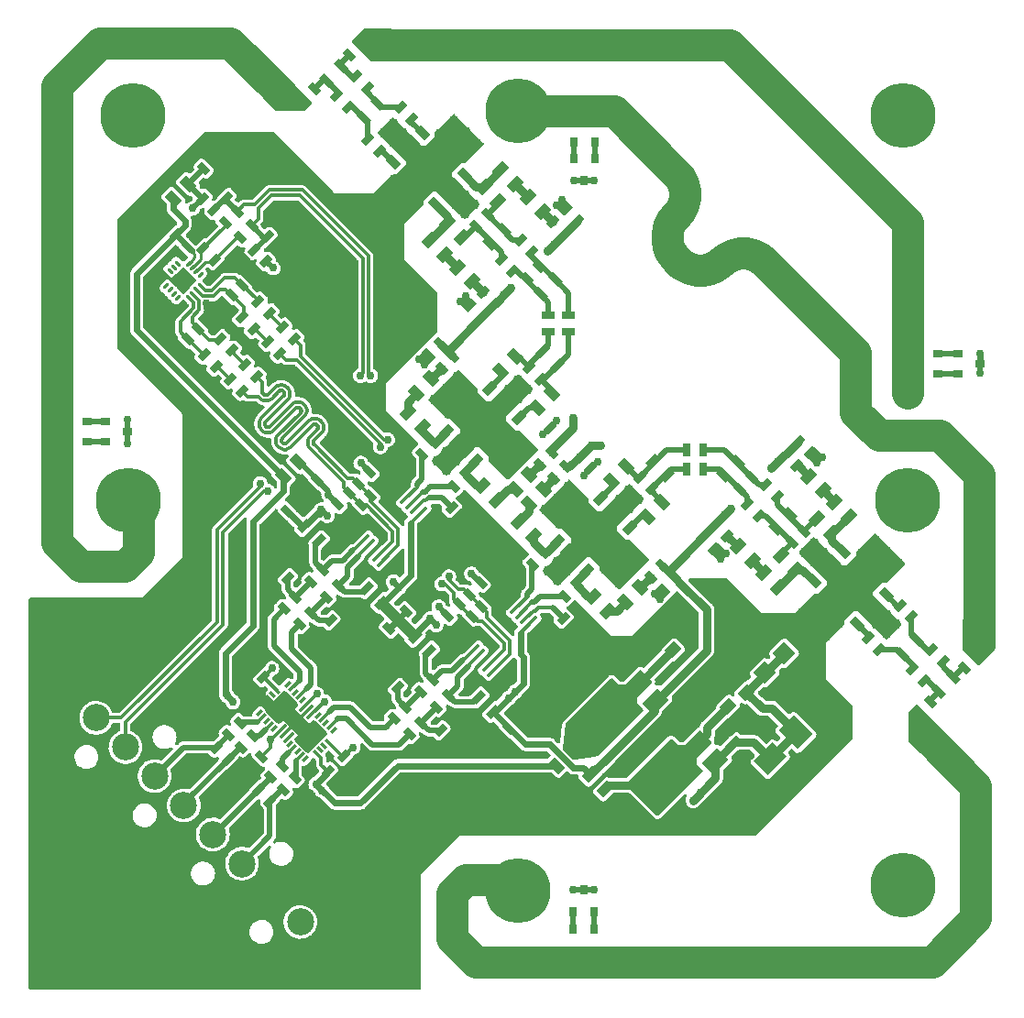
<source format=gbr>
G04 #@! TF.GenerationSoftware,KiCad,Pcbnew,5.99.0-unknown-43001cae3~104~ubuntu18.04.1*
G04 #@! TF.CreationDate,2020-11-12T23:28:15+01:00*
G04 #@! TF.ProjectId,QFHMIX01C,5146484d-4958-4303-9143-2e6b69636164,REV 0.2*
G04 #@! TF.SameCoordinates,Original*
G04 #@! TF.FileFunction,Copper,L2,Bot*
G04 #@! TF.FilePolarity,Positive*
%FSLAX45Y45*%
G04 Gerber Fmt 4.5, Leading zero omitted, Abs format (unit mm)*
G04 Created by KiCad (PCBNEW 5.99.0-unknown-43001cae3~104~ubuntu18.04.1) date 2020-11-12 23:28:15*
%MOMM*%
%LPD*%
G01*
G04 APERTURE LIST*
G04 Aperture macros list*
%AMRoundRect*
0 Rectangle with rounded corners*
0 $1 Rounding radius*
0 $2 $3 $4 $5 $6 $7 $8 $9 X,Y pos of 4 corners*
0 Add a 4 corners polygon primitive as box body*
4,1,4,$2,$3,$4,$5,$6,$7,$8,$9,$2,$3,0*
0 Add four circle primitives for the rounded corners*
1,1,$1+$1,$2,$3,0*
1,1,$1+$1,$4,$5,0*
1,1,$1+$1,$6,$7,0*
1,1,$1+$1,$8,$9,0*
0 Add four rect primitives between the rounded corners*
20,1,$1+$1,$2,$3,$4,$5,0*
20,1,$1+$1,$4,$5,$6,$7,0*
20,1,$1+$1,$6,$7,$8,$9,0*
20,1,$1+$1,$8,$9,$2,$3,0*%
%AMHorizOval*
0 Thick line with rounded ends*
0 $1 width*
0 $2 $3 position (X,Y) of the first rounded end (center of the circle)*
0 $4 $5 position (X,Y) of the second rounded end (center of the circle)*
0 Add line between two ends*
20,1,$1,$2,$3,$4,$5,0*
0 Add two circle primitives to create the rounded ends*
1,1,$1,$2,$3,0*
1,1,$1,$4,$5,0*%
%AMRotRect*
0 Rectangle, with rotation*
0 The origin of the aperture is its center*
0 $1 length*
0 $2 width*
0 $3 Rotation angle, in degrees counterclockwise*
0 Add horizontal line*
21,1,$1,$2,0,0,$3*%
G04 Aperture macros list end*
G04 #@! TA.AperFunction,ComponentPad*
%ADD10C,2.500000*%
G04 #@! TD*
G04 #@! TA.AperFunction,ComponentPad*
%ADD11RotRect,1.524000X1.524000X225.000000*%
G04 #@! TD*
G04 #@! TA.AperFunction,SMDPad,CuDef*
%ADD12RotRect,0.635000X1.143000X135.000000*%
G04 #@! TD*
G04 #@! TA.AperFunction,SMDPad,CuDef*
%ADD13RotRect,0.635000X1.143000X315.000000*%
G04 #@! TD*
G04 #@! TA.AperFunction,SMDPad,CuDef*
%ADD14RotRect,0.635000X1.143000X45.000000*%
G04 #@! TD*
G04 #@! TA.AperFunction,SMDPad,CuDef*
%ADD15RotRect,0.635000X1.143000X225.000000*%
G04 #@! TD*
G04 #@! TA.AperFunction,SMDPad,CuDef*
%ADD16RotRect,0.299720X1.549400X135.000000*%
G04 #@! TD*
G04 #@! TA.AperFunction,SMDPad,CuDef*
%ADD17RotRect,0.299720X1.549400X315.000000*%
G04 #@! TD*
G04 #@! TA.AperFunction,SMDPad,CuDef*
%ADD18RotRect,2.000000X1.500000X225.000000*%
G04 #@! TD*
G04 #@! TA.AperFunction,SMDPad,CuDef*
%ADD19RotRect,2.000000X3.800000X225.000000*%
G04 #@! TD*
G04 #@! TA.AperFunction,SMDPad,CuDef*
%ADD20RotRect,0.889000X1.397000X45.000000*%
G04 #@! TD*
G04 #@! TA.AperFunction,SMDPad,CuDef*
%ADD21RotRect,0.889000X1.397000X135.000000*%
G04 #@! TD*
G04 #@! TA.AperFunction,SMDPad,CuDef*
%ADD22RotRect,0.889000X1.397000X225.000000*%
G04 #@! TD*
G04 #@! TA.AperFunction,SMDPad,CuDef*
%ADD23HorizOval,0.300000X0.159099X-0.159099X-0.159099X0.159099X0*%
G04 #@! TD*
G04 #@! TA.AperFunction,SMDPad,CuDef*
%ADD24HorizOval,0.300000X-0.159099X-0.159099X0.159099X0.159099X0*%
G04 #@! TD*
G04 #@! TA.AperFunction,ComponentPad*
%ADD25C,0.600000*%
G04 #@! TD*
G04 #@! TA.AperFunction,SMDPad,CuDef*
%ADD26RotRect,0.900000X0.900000X315.000000*%
G04 #@! TD*
G04 #@! TA.AperFunction,ComponentPad*
%ADD27C,6.000000*%
G04 #@! TD*
G04 #@! TA.AperFunction,SMDPad,CuDef*
%ADD28RotRect,0.600000X0.300000X225.000000*%
G04 #@! TD*
G04 #@! TA.AperFunction,SMDPad,CuDef*
%ADD29RotRect,1.300000X0.300000X225.000000*%
G04 #@! TD*
G04 #@! TA.AperFunction,SMDPad,CuDef*
%ADD30RotRect,0.600000X0.300000X135.000000*%
G04 #@! TD*
G04 #@! TA.AperFunction,SMDPad,CuDef*
%ADD31RoundRect,0.185000X0.279307X1.325825X-1.325825X-0.279307X-0.279307X-1.325825X1.325825X0.279307X0*%
G04 #@! TD*
G04 #@! TA.AperFunction,SMDPad,CuDef*
%ADD32RotRect,1.450000X2.000000X225.000000*%
G04 #@! TD*
G04 #@! TA.AperFunction,SMDPad,CuDef*
%ADD33R,0.800000X0.900000*%
G04 #@! TD*
G04 #@! TA.AperFunction,SMDPad,CuDef*
%ADD34R,0.900000X0.800000*%
G04 #@! TD*
G04 #@! TA.AperFunction,SMDPad,CuDef*
%ADD35RotRect,2.500000X1.800000X225.000000*%
G04 #@! TD*
G04 #@! TA.AperFunction,SMDPad,CuDef*
%ADD36RotRect,2.000000X2.500000X45.000000*%
G04 #@! TD*
G04 #@! TA.AperFunction,SMDPad,CuDef*
%ADD37RotRect,1.000000X1.250000X135.000000*%
G04 #@! TD*
G04 #@! TA.AperFunction,SMDPad,CuDef*
%ADD38RotRect,0.700000X1.300000X315.000000*%
G04 #@! TD*
G04 #@! TA.AperFunction,SMDPad,CuDef*
%ADD39RotRect,0.700000X1.300000X135.000000*%
G04 #@! TD*
G04 #@! TA.AperFunction,SMDPad,CuDef*
%ADD40R,1.143000X0.635000*%
G04 #@! TD*
G04 #@! TA.AperFunction,SMDPad,CuDef*
%ADD41R,0.635000X1.143000*%
G04 #@! TD*
G04 #@! TA.AperFunction,SMDPad,CuDef*
%ADD42RotRect,0.889000X1.397000X315.000000*%
G04 #@! TD*
G04 #@! TA.AperFunction,SMDPad,CuDef*
%ADD43RotRect,0.700000X1.300000X45.000000*%
G04 #@! TD*
G04 #@! TA.AperFunction,SMDPad,CuDef*
%ADD44RotRect,0.700000X1.300000X225.000000*%
G04 #@! TD*
G04 #@! TA.AperFunction,SMDPad,CuDef*
%ADD45RotRect,4.800000X3.200000X45.000000*%
G04 #@! TD*
G04 #@! TA.AperFunction,SMDPad,CuDef*
%ADD46RotRect,0.760000X1.270000X45.000000*%
G04 #@! TD*
G04 #@! TA.AperFunction,SMDPad,CuDef*
%ADD47RotRect,4.800000X3.200000X315.000000*%
G04 #@! TD*
G04 #@! TA.AperFunction,SMDPad,CuDef*
%ADD48RotRect,0.760000X1.270000X315.000000*%
G04 #@! TD*
G04 #@! TA.AperFunction,SMDPad,CuDef*
%ADD49RotRect,4.800000X3.200000X225.000000*%
G04 #@! TD*
G04 #@! TA.AperFunction,SMDPad,CuDef*
%ADD50RotRect,0.760000X1.270000X225.000000*%
G04 #@! TD*
G04 #@! TA.AperFunction,ViaPad*
%ADD51C,0.750000*%
G04 #@! TD*
G04 #@! TA.AperFunction,ViaPad*
%ADD52C,1.000000*%
G04 #@! TD*
G04 #@! TA.AperFunction,Conductor*
%ADD53C,0.250000*%
G04 #@! TD*
G04 #@! TA.AperFunction,Conductor*
%ADD54C,0.500000*%
G04 #@! TD*
G04 #@! TA.AperFunction,Conductor*
%ADD55C,0.300000*%
G04 #@! TD*
G04 #@! TA.AperFunction,Conductor*
%ADD56C,0.600000*%
G04 #@! TD*
G04 #@! TA.AperFunction,Conductor*
%ADD57C,0.800000*%
G04 #@! TD*
G04 #@! TA.AperFunction,Conductor*
%ADD58C,1.000000*%
G04 #@! TD*
G04 #@! TA.AperFunction,Conductor*
%ADD59C,3.000000*%
G04 #@! TD*
G04 #@! TA.AperFunction,Conductor*
%ADD60C,1.500000*%
G04 #@! TD*
G04 APERTURE END LIST*
D10*
X12992927Y-12892927D03*
X12723519Y-12623519D03*
X12454111Y-12354111D03*
X12184704Y-12084704D03*
X11915296Y-11815296D03*
X11645888Y-11545888D03*
X11376481Y-11276481D03*
X11107073Y-11007073D03*
D11*
X17639408Y-10589803D03*
X17459803Y-10769408D03*
X17459803Y-10410197D03*
X17280197Y-10589803D03*
X17280197Y-10230592D03*
X17100592Y-10410197D03*
D12*
X12797177Y-6669486D03*
X12689414Y-6561723D03*
D13*
X12204016Y-6091158D03*
X12311779Y-6198921D03*
D14*
X12047513Y-7413954D03*
X12155276Y-7306191D03*
D15*
X11952076Y-7509391D03*
X11844313Y-7617154D03*
D12*
X12453486Y-7986438D03*
X12345723Y-7878675D03*
X12199726Y-6778954D03*
X12091963Y-6671191D03*
X12587836Y-7852088D03*
X12480073Y-7744325D03*
X12801736Y-7641724D03*
X12693973Y-7533961D03*
D16*
X13924375Y-8927850D03*
X13970354Y-8973829D03*
X14016333Y-9019808D03*
X14062133Y-9065607D03*
X14107932Y-9111407D03*
X14153911Y-9157385D03*
X14199890Y-9203364D03*
D17*
X13804040Y-9599214D03*
X13758061Y-9553235D03*
X13712082Y-9507256D03*
X13666283Y-9461457D03*
X13620484Y-9415658D03*
X13574505Y-9369679D03*
X13528526Y-9323700D03*
D18*
X16500104Y-11084627D03*
D19*
X16217261Y-11692739D03*
D18*
X16662739Y-11247261D03*
X16825373Y-11409896D03*
X15949104Y-10532327D03*
D19*
X15666261Y-11140439D03*
D18*
X16111739Y-10694961D03*
X16274373Y-10857596D03*
D20*
X11818571Y-6208447D03*
X11953275Y-6073743D03*
D21*
X15807352Y-11667352D03*
X15672648Y-11532648D03*
D22*
X15492667Y-11314033D03*
X15357963Y-11448737D03*
D14*
X13448810Y-9146094D03*
X13556573Y-9038331D03*
D23*
X11753563Y-6915107D03*
X11788918Y-6879752D03*
X11824274Y-6844396D03*
X11859629Y-6809041D03*
D24*
X11962160Y-6809041D03*
X11997515Y-6844396D03*
X12032870Y-6879752D03*
X12068226Y-6915107D03*
D23*
X12068226Y-7017637D03*
X12032870Y-7052993D03*
X11997515Y-7088348D03*
X11962160Y-7123704D03*
D24*
X11859629Y-7123704D03*
X11824274Y-7088348D03*
X11788918Y-7052993D03*
X11753563Y-7017637D03*
D25*
X11910894Y-6966372D03*
X11910894Y-6895662D03*
X11981605Y-6966372D03*
X11910894Y-7037083D03*
D26*
X11910894Y-6902733D03*
X11974534Y-6966372D03*
D25*
X11840184Y-6966372D03*
D26*
X11910894Y-7030012D03*
X11847255Y-6966372D03*
D13*
X12603817Y-11672303D03*
X12711580Y-11780066D03*
D14*
X13235590Y-9892150D03*
X13343353Y-9784387D03*
D13*
X12217118Y-11281118D03*
X12324881Y-11388881D03*
D14*
X13091906Y-9748466D03*
X13199669Y-9640703D03*
D16*
X14940064Y-9943538D03*
X14986042Y-9989517D03*
X15032021Y-10035496D03*
X15077821Y-10081295D03*
X15123620Y-10127095D03*
X15169599Y-10173074D03*
X15215578Y-10219052D03*
D17*
X14819728Y-10614902D03*
X14773749Y-10568923D03*
X14727770Y-10522944D03*
X14681971Y-10477145D03*
X14636172Y-10431346D03*
X14590193Y-10385367D03*
X14544214Y-10339388D03*
D27*
X18556000Y-12556000D03*
X18556000Y-5444000D03*
X11444000Y-12556000D03*
D28*
X12874046Y-10701434D03*
X12909401Y-10736789D03*
X12944757Y-10772144D03*
X12980112Y-10807500D03*
X13015467Y-10842855D03*
D29*
X13026074Y-10902959D03*
X13061429Y-10938314D03*
X13096785Y-10973670D03*
D28*
X13156889Y-10984276D03*
X13192244Y-11019632D03*
X13227599Y-11054987D03*
X13262955Y-11090342D03*
X13298310Y-11125698D03*
D30*
X13245277Y-11228228D03*
X13209922Y-11263583D03*
X13174566Y-11298939D03*
X13139211Y-11334294D03*
D28*
X13036681Y-11387327D03*
X13001325Y-11351972D03*
X12965970Y-11316616D03*
X12930615Y-11281261D03*
X12895259Y-11245906D03*
D29*
X12884653Y-11185802D03*
X12849297Y-11150446D03*
X12813942Y-11115091D03*
D28*
X12753838Y-11104485D03*
X12718482Y-11069129D03*
X12683127Y-11033774D03*
X12647772Y-10998419D03*
X12612416Y-10963063D03*
D30*
X12665449Y-10860533D03*
X12700805Y-10825177D03*
X12736160Y-10789822D03*
X12771515Y-10754467D03*
D31*
X12820659Y-10909677D03*
X13090067Y-11179084D03*
D32*
X12955363Y-11044380D03*
D33*
X15513727Y-12959000D03*
X15703727Y-12959000D03*
X15608727Y-13159000D03*
D34*
X18883605Y-7638711D03*
X18883605Y-7828711D03*
X18683605Y-7733711D03*
X11026000Y-8269000D03*
X11026000Y-8459000D03*
X10826000Y-8364000D03*
D35*
X17331421Y-11388579D03*
X17048579Y-11671421D03*
D13*
X12106505Y-7653599D03*
X12214268Y-7761362D03*
D15*
X12543211Y-6459590D03*
X12435448Y-6567353D03*
D13*
X12253799Y-7503909D03*
X12361562Y-7611672D03*
D15*
X12407511Y-6326590D03*
X12299748Y-6434353D03*
X13443436Y-8925194D03*
X13335673Y-9032957D03*
D14*
X13526591Y-8842038D03*
X13634354Y-8734275D03*
D15*
X14461669Y-9957569D03*
X14353906Y-10065332D03*
D14*
X14551896Y-9867343D03*
X14659659Y-9759580D03*
D20*
X12837648Y-8779852D03*
X12972352Y-8645148D03*
D13*
X12567543Y-6683285D03*
X12675306Y-6791048D03*
D12*
X12194939Y-6315761D03*
X12087176Y-6207998D03*
X12936086Y-7507374D03*
X12828323Y-7399611D03*
D14*
X12250713Y-7210754D03*
X12358476Y-7102991D03*
D15*
X12561676Y-6899791D03*
X12453913Y-7007554D03*
X13745469Y-8845389D03*
X13637706Y-8953152D03*
D14*
X14467043Y-10178470D03*
X14574806Y-10070707D03*
D15*
X14772796Y-9872717D03*
X14665033Y-9980480D03*
D36*
X17568579Y-11141421D03*
X17851421Y-10858579D03*
D27*
X15000000Y-12600000D03*
X15000000Y-5400000D03*
X18600000Y-9000000D03*
X11400000Y-9000000D03*
D14*
X14251278Y-10907838D03*
X14359041Y-10800075D03*
X14106462Y-10765285D03*
X14214225Y-10657522D03*
X12716489Y-11556255D03*
X12824252Y-11448492D03*
X12984143Y-10143597D03*
X13091906Y-10035834D03*
X12447081Y-11279663D03*
X12554844Y-11171900D03*
X12330338Y-11162920D03*
X12438101Y-11055157D03*
X12840459Y-9999913D03*
X12948222Y-9892150D03*
D12*
X12876380Y-9712545D03*
X12768617Y-9604782D03*
X13379274Y-10215439D03*
X13271511Y-10107676D03*
X14394962Y-11231127D03*
X14287199Y-11123364D03*
X13892068Y-10728233D03*
X13784305Y-10620470D03*
D14*
X13999831Y-11159285D03*
X14107594Y-11051522D03*
X12833232Y-11672998D03*
X12940995Y-11565235D03*
D27*
X11444000Y-5444000D03*
D33*
X15518981Y-5843000D03*
X15708981Y-5843000D03*
X15613981Y-6043000D03*
X15703727Y-12799000D03*
X15513727Y-12799000D03*
X15608727Y-12599000D03*
D34*
X11196000Y-8459000D03*
X11196000Y-8269000D03*
X11396000Y-8364000D03*
X19068305Y-7828711D03*
X19068305Y-7638711D03*
X19268305Y-7733711D03*
D33*
X15711000Y-5688000D03*
X15521000Y-5688000D03*
X15616000Y-5488000D03*
D13*
X12452987Y-7307117D03*
X12560750Y-7414880D03*
X12601479Y-7158624D03*
X12709242Y-7266387D03*
D37*
X16435711Y-10380711D03*
X16294289Y-10239289D03*
X16943211Y-10900711D03*
X16801789Y-10759289D03*
X17110711Y-10770711D03*
X16969289Y-10629289D03*
D15*
X12872092Y-9097908D03*
X12764329Y-9205671D03*
X13808881Y-10183619D03*
X13701118Y-10291382D03*
D13*
X13247908Y-11505408D03*
X13355671Y-11613171D03*
D15*
X12634592Y-11365408D03*
X12526829Y-11473171D03*
D13*
X12542272Y-10523526D03*
X12650035Y-10631289D03*
X14391118Y-9068619D03*
X14498881Y-9176382D03*
X13395408Y-11360408D03*
X13503171Y-11468171D03*
X15423618Y-10091119D03*
X15531381Y-10198882D03*
D15*
X14078881Y-9911119D03*
X13971118Y-10018882D03*
D14*
X14811118Y-11216381D03*
X14918881Y-11108619D03*
D12*
X16558881Y-10788882D03*
X16451118Y-10681119D03*
D13*
X16181118Y-10416119D03*
X16288881Y-10523882D03*
D12*
X11841381Y-6543881D03*
X11733618Y-6436118D03*
D14*
X12098618Y-5931381D03*
X12206381Y-5823618D03*
D13*
X16896119Y-11126119D03*
X17003882Y-11233881D03*
X16700000Y-10930000D03*
X16807763Y-11037763D03*
D14*
X13043618Y-8921382D03*
X13151381Y-8813619D03*
X13856147Y-11015601D03*
X13963910Y-10907838D03*
D38*
X13032825Y-9237825D03*
X13167175Y-9372175D03*
D39*
X13738673Y-9943673D03*
X13604323Y-9809323D03*
D38*
X14637825Y-10817825D03*
X14772175Y-10952175D03*
D39*
X14184675Y-10392175D03*
X14050325Y-10257825D03*
D12*
X14663881Y-7303881D03*
X14556118Y-7196118D03*
D13*
X15446118Y-6306118D03*
X15553881Y-6413881D03*
D15*
X14283881Y-7546118D03*
X14176118Y-7653881D03*
D13*
X15296118Y-8326118D03*
X15403881Y-8433882D03*
D15*
X13123881Y-5193619D03*
X13016118Y-5301382D03*
D12*
X13433881Y-5363882D03*
X13326118Y-5256119D03*
X13723881Y-5771381D03*
X13616118Y-5663618D03*
X14954445Y-6878368D03*
X14846682Y-6770605D03*
D40*
X15282401Y-7438088D03*
X15282401Y-7285688D03*
D15*
X14222589Y-8464126D03*
X14114826Y-8571889D03*
X14718881Y-6358618D03*
X14611118Y-6466381D03*
X15198397Y-6837781D03*
X15090634Y-6945544D03*
D12*
X15213881Y-7878881D03*
X15106118Y-7771118D03*
D15*
X13548881Y-4771119D03*
X13441118Y-4878882D03*
D13*
X13503618Y-5078619D03*
X13611381Y-5186382D03*
X13916118Y-5363619D03*
X14023881Y-5471382D03*
D12*
X15131222Y-6701592D03*
X15023459Y-6593829D03*
D40*
X15470000Y-7436200D03*
X15470000Y-7283800D03*
D15*
X14519574Y-8761111D03*
X14411811Y-8868874D03*
D14*
X19126119Y-10546382D03*
X19233882Y-10438619D03*
D13*
X18819058Y-10377809D03*
X18926821Y-10485572D03*
X18529144Y-9967687D03*
X18636907Y-10075450D03*
X17291119Y-8856119D03*
X17398882Y-8963882D03*
D41*
X16560800Y-8534000D03*
X16713200Y-8534000D03*
D15*
X15242795Y-9479783D03*
X15135032Y-9587546D03*
D14*
X17536119Y-9388882D03*
X17643882Y-9281119D03*
X17051119Y-8896382D03*
X17158882Y-8788619D03*
D12*
X16233881Y-8888882D03*
X16126118Y-8781119D03*
D14*
X18701119Y-10971382D03*
X18808882Y-10863619D03*
D12*
X18750044Y-10662349D03*
X18642281Y-10554586D03*
X18341382Y-10373882D03*
X18233619Y-10266119D03*
D13*
X17118619Y-9031119D03*
X17226382Y-9138882D03*
D41*
X16558800Y-8710000D03*
X16711200Y-8710000D03*
D15*
X15539779Y-9776768D03*
X15432016Y-9884531D03*
D13*
X17591119Y-8451119D03*
X17698882Y-8558882D03*
D14*
X16346118Y-9823882D03*
X16453881Y-9716119D03*
D13*
X15566118Y-8596119D03*
X15673881Y-8703882D03*
D21*
X14577352Y-6977352D03*
X14442648Y-6842648D03*
X15227352Y-6327352D03*
X15092648Y-6192648D03*
D22*
X14197352Y-7872648D03*
X14062648Y-8007352D03*
X15107352Y-8762648D03*
X14972648Y-8897352D03*
D21*
X14327352Y-6727352D03*
X14192648Y-6592648D03*
X14977352Y-6077352D03*
X14842648Y-5942648D03*
D42*
X13982648Y-8182648D03*
X14117352Y-8317352D03*
D21*
X14807352Y-8997352D03*
X14672648Y-8862648D03*
D42*
X14352379Y-6431866D03*
X14487083Y-6566570D03*
D22*
X14976871Y-7671187D03*
X14842167Y-7805891D03*
D43*
X13230325Y-5117175D03*
X13364675Y-4982825D03*
X13575325Y-5462175D03*
X13709675Y-5327825D03*
X14741464Y-6630033D03*
X14875815Y-6495682D03*
X15211690Y-7093187D03*
X15346041Y-6958837D03*
D38*
X15234017Y-7615334D03*
X15368367Y-7749684D03*
D21*
X14819423Y-6234230D03*
X14684719Y-6099526D03*
D20*
X15179694Y-8143418D03*
X15314398Y-8008714D03*
D21*
X17899852Y-9304852D03*
X17765148Y-9170148D03*
D22*
X16002352Y-8682648D03*
X15867648Y-8817352D03*
D44*
X19021432Y-10629680D03*
X18887082Y-10764031D03*
X18682021Y-10283198D03*
X18547670Y-10417548D03*
X17515294Y-9123543D03*
X17380944Y-9257893D03*
X17034675Y-8637825D03*
X16900325Y-8772175D03*
D38*
X16247825Y-8632825D03*
X16382175Y-8767175D03*
D42*
X17432648Y-9502648D03*
X17567352Y-9637352D03*
D20*
X16197648Y-9147352D03*
X16332352Y-9012648D03*
D21*
X18057352Y-9147352D03*
X17922648Y-9012648D03*
D42*
X15692648Y-9882648D03*
X15827352Y-10017352D03*
D21*
X15147352Y-9327352D03*
X15012648Y-9192648D03*
X17817352Y-8907352D03*
X17682648Y-8772648D03*
D20*
X15992648Y-9937352D03*
X16127352Y-9802648D03*
X15102648Y-9027352D03*
X15237352Y-8892648D03*
D12*
X14783881Y-7183881D03*
X14676118Y-7076118D03*
D13*
X15326118Y-6426118D03*
X15433881Y-6533881D03*
D15*
X14403881Y-7666118D03*
X14296118Y-7773881D03*
D14*
X15206118Y-8663882D03*
X15313881Y-8556119D03*
D13*
X17471119Y-8571119D03*
X17578882Y-8678882D03*
D14*
X16226118Y-9703882D03*
X16333881Y-9596119D03*
D15*
X15443881Y-8686119D03*
X15336118Y-8793882D03*
D45*
X14180000Y-5932500D03*
D46*
X13847730Y-5869638D03*
X13937533Y-5779836D03*
X14027336Y-5690033D03*
X14117138Y-5600230D03*
X14512269Y-5995362D03*
X14422467Y-6085164D03*
X14332664Y-6174967D03*
X14242862Y-6264769D03*
D47*
X14676464Y-8298535D03*
D48*
X14739326Y-7966266D03*
X14829129Y-8056069D03*
X14918931Y-8145871D03*
X15008734Y-8235674D03*
X14613603Y-8630805D03*
X14523800Y-8541002D03*
X14433998Y-8451200D03*
X14344195Y-8361397D03*
D49*
X18070000Y-9807500D03*
D50*
X18402270Y-9870362D03*
X18312467Y-9960164D03*
X18222664Y-10049967D03*
X18132862Y-10139770D03*
X17737731Y-9744638D03*
X17827533Y-9654836D03*
X17917336Y-9565033D03*
X18007138Y-9475231D03*
D47*
X15701464Y-9313536D03*
D48*
X15764326Y-8981266D03*
X15854129Y-9071069D03*
X15943931Y-9160871D03*
X16033734Y-9250674D03*
X15638603Y-9645805D03*
X15548800Y-9556002D03*
X15458998Y-9466200D03*
X15369195Y-9376397D03*
D12*
X16933882Y-9323882D03*
X16826119Y-9216119D03*
X16813882Y-9443882D03*
X16706118Y-9336119D03*
D21*
X17407352Y-9797352D03*
X17272648Y-9662648D03*
X17167352Y-9557352D03*
X17032648Y-9422648D03*
D51*
X13750000Y-10920000D03*
X12654163Y-10209441D03*
X12747279Y-9917279D03*
X13090000Y-10250000D03*
X13270000Y-10730000D03*
X12990039Y-11712043D03*
X12680000Y-10440000D03*
X12276360Y-11011508D03*
X12830000Y-11850000D03*
X14639960Y-10200000D03*
X12873421Y-10861467D03*
X12774638Y-10960249D03*
X12912737Y-11001755D03*
X13133848Y-11121894D03*
X13035065Y-11220677D03*
X13002540Y-11091557D03*
X14940000Y-10160000D03*
X13630000Y-9200000D03*
X13740000Y-9320000D03*
X14500000Y-10970000D03*
X12425000Y-5700000D03*
X12290000Y-7350000D03*
X12125000Y-7180000D03*
X15640000Y-10480000D03*
X15480000Y-10580000D03*
X12500000Y-6150000D03*
X14730000Y-11700000D03*
X13420000Y-7940000D03*
X13740000Y-7280000D03*
X13149138Y-6850684D03*
X12512742Y-7557790D03*
X13460000Y-7740000D03*
X11650000Y-7850000D03*
X12420000Y-9350000D03*
X12155000Y-7945000D03*
X13210000Y-6550000D03*
X13400000Y-6350000D03*
X12510000Y-8620000D03*
X12000000Y-10550000D03*
X12200000Y-10360000D03*
X13820000Y-8777550D03*
X13780000Y-8300000D03*
X13100000Y-7620000D03*
X12920000Y-7805278D03*
X13420000Y-8620000D03*
X12540000Y-8160000D03*
X13460000Y-7280000D03*
X13920000Y-9140000D03*
X14780000Y-10350000D03*
X14950000Y-10520908D03*
X14120000Y-9320000D03*
X11690434Y-6852656D03*
X11500000Y-6700000D03*
X12620000Y-10780000D03*
X12680000Y-8460000D03*
X12150000Y-11170000D03*
X13000000Y-7980000D03*
X12760000Y-7820000D03*
X13457071Y-12157647D03*
X13707071Y-12407647D03*
X15450000Y-11700000D03*
X15100000Y-11700000D03*
X11425000Y-10775000D03*
X12025000Y-10175000D03*
X11825000Y-10375000D03*
X11625000Y-10575000D03*
X11600000Y-10960000D03*
X12300000Y-8395000D03*
X12400000Y-9950000D03*
X13260000Y-7780000D03*
X13080000Y-7960000D03*
X11990000Y-8125000D03*
D52*
X14535043Y-8157114D03*
X14464332Y-8227825D03*
X14535043Y-8298535D03*
X14605754Y-8227825D03*
X14676464Y-8157114D03*
X14747175Y-8227825D03*
X14676464Y-8298535D03*
X14605754Y-8369246D03*
X14676464Y-8439957D03*
X14747175Y-8369246D03*
X14817886Y-8298535D03*
X14888596Y-8369246D03*
X14817886Y-8439957D03*
X14747175Y-8510668D03*
X14888596Y-8510668D03*
X14464332Y-8086403D03*
X14570398Y-7980337D03*
X14358266Y-8192469D03*
X14340589Y-7962660D03*
X14446655Y-7856594D03*
X14234523Y-8068726D03*
X14994662Y-8404602D03*
X14782530Y-8616734D03*
X15012340Y-8634411D03*
X15118406Y-8528345D03*
X14906274Y-8740477D03*
X15005269Y-7969731D03*
X14920416Y-7969731D03*
X15005269Y-7884878D03*
X15090122Y-7969731D03*
X15005269Y-8054584D03*
X14344124Y-8630876D03*
X14259271Y-8630876D03*
X14344124Y-8715729D03*
X14428977Y-8630876D03*
X14344124Y-8546023D03*
X14180000Y-5930000D03*
X14109289Y-5859289D03*
X14250711Y-6000711D03*
X14038579Y-6071421D03*
X13967868Y-6000711D03*
X14038579Y-5930000D03*
X14109289Y-6142132D03*
X14109289Y-6000711D03*
X14180000Y-6071421D03*
X14180000Y-5788579D03*
X14250711Y-5859289D03*
X14321421Y-5930000D03*
X14392132Y-5859289D03*
X14321421Y-5788579D03*
X14250711Y-5717868D03*
X14392132Y-5717868D03*
X13967868Y-6142132D03*
X13851195Y-5601195D03*
X13766342Y-5601195D03*
X13851195Y-5516343D03*
X13936048Y-5601195D03*
X13851195Y-5686048D03*
X14512340Y-6262340D03*
X14427487Y-6262340D03*
X14512340Y-6177487D03*
X14512340Y-6347193D03*
X14597193Y-6262340D03*
X14073934Y-6248198D03*
X13950190Y-6371942D03*
X13844124Y-6265876D03*
X13738058Y-6159810D03*
X13861802Y-6036066D03*
X14286066Y-5611802D03*
X14409810Y-5488058D03*
X14515876Y-5594124D03*
X14621942Y-5700190D03*
X14498198Y-5823934D03*
X18072500Y-9810000D03*
X18143211Y-9880711D03*
X18218921Y-9820000D03*
X18284632Y-9739289D03*
X18213921Y-9668579D03*
X18143211Y-9597868D03*
X18072500Y-9668579D03*
X18143211Y-9739289D03*
X18001789Y-9739289D03*
X17931079Y-9810000D03*
X18001789Y-9880711D03*
X18072500Y-9951421D03*
X18001789Y-10022132D03*
X17931079Y-9951421D03*
X17860368Y-9880711D03*
X17860368Y-10022132D03*
X17966434Y-10128198D03*
X18390698Y-9703934D03*
X18284632Y-9597868D03*
X18178566Y-9491802D03*
X17754302Y-9916066D03*
X17740160Y-9477660D03*
X17825013Y-9477660D03*
X17740160Y-9562513D03*
X17655307Y-9477660D03*
X17740160Y-9392807D03*
X18401305Y-10138805D03*
X18486158Y-10138805D03*
X18401305Y-10223658D03*
X18316452Y-10138805D03*
X18401305Y-10053952D03*
X18408376Y-9474124D03*
X18302310Y-9368058D03*
X18514442Y-9580190D03*
X17736624Y-10145876D03*
X17630558Y-10039810D03*
X17842690Y-10251942D03*
X15701464Y-9313536D03*
X15630754Y-9242825D03*
X15772175Y-9242825D03*
X15701464Y-9172114D03*
X15560043Y-9313536D03*
X15630754Y-9384246D03*
X15701464Y-9454957D03*
X15772175Y-9384246D03*
X15842886Y-9313536D03*
X15842886Y-9454957D03*
X15772175Y-9525668D03*
X15913596Y-9384246D03*
X16019662Y-9419602D03*
X15913596Y-9525668D03*
X15807530Y-9631734D03*
X15931274Y-9755477D03*
X16037340Y-9649411D03*
X16143406Y-9543345D03*
X15560043Y-9172114D03*
X15489332Y-9242825D03*
X15630754Y-9101404D03*
X15595398Y-8995338D03*
X15471655Y-8871594D03*
X15365589Y-8977660D03*
X15489332Y-9101404D03*
X15383266Y-9207470D03*
X15259523Y-9083726D03*
X15369124Y-9645876D03*
X15369124Y-9561023D03*
X15284271Y-9645876D03*
X15369124Y-9730729D03*
X15453977Y-9645876D03*
X16030269Y-8984731D03*
X15945416Y-8984731D03*
X16030269Y-8899878D03*
X16115122Y-8984731D03*
X16030269Y-9069584D03*
D51*
X19268305Y-7643000D03*
X15521000Y-6043000D03*
X14350000Y-11700000D03*
X17760000Y-8650000D03*
X17810000Y-8600000D03*
X15360000Y-8260000D03*
X15740000Y-8640000D03*
X15670000Y-10150000D03*
X15530000Y-10000000D03*
X14590000Y-9210000D03*
X14530000Y-9270000D03*
X13030000Y-9050000D03*
X12930000Y-8960000D03*
X12700000Y-9260000D03*
X12840000Y-9400000D03*
X12710000Y-9540000D03*
X16600000Y-10890000D03*
X16660000Y-10830000D03*
X15830000Y-10290000D03*
X16070000Y-10290000D03*
X13630000Y-10360000D03*
X13590000Y-10140000D03*
X13870000Y-10410000D03*
X13450000Y-10280000D03*
X13720000Y-10550000D03*
X14980000Y-11340000D03*
X12200000Y-11800000D03*
X12172500Y-6932500D03*
X11597500Y-6960000D03*
X14000000Y-13000000D03*
X14000000Y-12500000D03*
X11000000Y-10500000D03*
X13500000Y-13000000D03*
X11350000Y-7550000D03*
X11350000Y-7020000D03*
X11350000Y-6450000D03*
X12100000Y-5700000D03*
X11850000Y-5950000D03*
X12300000Y-6000000D03*
X11975000Y-9225000D03*
X11450000Y-5225000D03*
X11444000Y-12331000D03*
X11444000Y-12781000D03*
X11669000Y-12556000D03*
X11219000Y-12556000D03*
X11284000Y-12396000D03*
X11604000Y-12396000D03*
X11604000Y-12716000D03*
X11284000Y-12716000D03*
X11604000Y-5284000D03*
X11219000Y-5444000D03*
X11444000Y-5669000D03*
X11284000Y-5284000D03*
X11284000Y-5604000D03*
X11669000Y-5444000D03*
X11604000Y-5604000D03*
X18716000Y-5284000D03*
X18331000Y-5444000D03*
X18556000Y-5669000D03*
X18396000Y-5604000D03*
X18556000Y-5219000D03*
X18781000Y-5444000D03*
X18716000Y-5604000D03*
X18716000Y-12716000D03*
X18781000Y-12556000D03*
X18716000Y-12396000D03*
X18331000Y-12556000D03*
X18556000Y-12331000D03*
X18396000Y-12396000D03*
X18556000Y-12781000D03*
X18396000Y-12716000D03*
X18396000Y-5284000D03*
X11620000Y-7360000D03*
X17060000Y-11010000D03*
X17270000Y-11110000D03*
X16700000Y-12050000D03*
X17180000Y-12050000D03*
X17460000Y-11770000D03*
X18040000Y-11190000D03*
X18040000Y-10910000D03*
X17760000Y-11470000D03*
X16870000Y-9540000D03*
X16920000Y-9490000D03*
X15360000Y-6270000D03*
X15410000Y-6220000D03*
X14520000Y-7110000D03*
X14470000Y-7160000D03*
X14140000Y-7740000D03*
X14090000Y-7690000D03*
X16310000Y-9910000D03*
X16260000Y-9860000D03*
X15610000Y-8770000D03*
X15230000Y-8390000D03*
X16710000Y-9790000D03*
X16890000Y-9790000D03*
X17090000Y-9990000D03*
X16620000Y-10070000D03*
X16620000Y-10330000D03*
X14960000Y-10960000D03*
X15130000Y-11130000D03*
X15160000Y-10740000D03*
X15706000Y-6043000D03*
X19266000Y-7823000D03*
X15513000Y-12599000D03*
X15620000Y-10230000D03*
X15565000Y-10285000D03*
X14805000Y-9275000D03*
X14980000Y-9445000D03*
X14620000Y-9080000D03*
X13580000Y-8480000D03*
X12350000Y-6750000D03*
X10550000Y-10500000D03*
X12010000Y-8675000D03*
X13910000Y-9520000D03*
X13000000Y-13450000D03*
X10550000Y-12500000D03*
X17400000Y-10090000D03*
X17790000Y-10660000D03*
X12865000Y-6737500D03*
X12125000Y-9950000D03*
X15150000Y-10350000D03*
X12650000Y-6975000D03*
X11800000Y-10760000D03*
X13470000Y-10810000D03*
X13260000Y-9450000D03*
X10550000Y-11500000D03*
X13740000Y-7740000D03*
X13400000Y-8300000D03*
X13500000Y-13450000D03*
X12400000Y-9675000D03*
X16270000Y-10100000D03*
X13730000Y-7910000D03*
X12460000Y-11540000D03*
X14730000Y-12050821D03*
X14143736Y-12158218D03*
X16690000Y-10700000D03*
X12425000Y-8900000D03*
X14000000Y-13450000D03*
X12000000Y-13450000D03*
X13600000Y-8100000D03*
X13950000Y-7660000D03*
X15750000Y-12050821D03*
X14190000Y-7430000D03*
X14177500Y-9807500D03*
X16250000Y-11250000D03*
X12070000Y-6480000D03*
X13520000Y-6210000D03*
X13570000Y-11530000D03*
X10550000Y-13450000D03*
X12910000Y-7252500D03*
X11050000Y-9950000D03*
X12225000Y-9125000D03*
X12730000Y-6400000D03*
X11925000Y-7700000D03*
X13465000Y-6805000D03*
X10550000Y-13000000D03*
X14540000Y-11340000D03*
X13240000Y-8120000D03*
X15250000Y-12050821D03*
X17790000Y-10470000D03*
X10550000Y-12000000D03*
X13975000Y-11700000D03*
X14670000Y-9410000D03*
X14790000Y-9730000D03*
X12125000Y-9350000D03*
X11500000Y-13450000D03*
X12125000Y-9675000D03*
X13420000Y-11680000D03*
X13250000Y-8460000D03*
X13980000Y-11340000D03*
X16200000Y-12050821D03*
X12770000Y-6290000D03*
X16330930Y-11163046D03*
X12740000Y-5700000D03*
X16750000Y-10640000D03*
X12480000Y-10460000D03*
X10550000Y-9950000D03*
X12500000Y-13450000D03*
X11500000Y-9950000D03*
D52*
X14605754Y-8086403D03*
D51*
X13060000Y-6025000D03*
X13725000Y-6650000D03*
X14190000Y-7090000D03*
X11396000Y-8254000D03*
X13730000Y-8170000D03*
X11800000Y-9750000D03*
X15703000Y-12599000D03*
X10550000Y-11000000D03*
X13890000Y-6590000D03*
X11000000Y-13450000D03*
X11600000Y-6200000D03*
X11396000Y-8474000D03*
X12950000Y-6300000D03*
X12680000Y-6025000D03*
X16470000Y-9900000D03*
X13190000Y-10520000D03*
X13920000Y-6840000D03*
X16620000Y-11770000D03*
X16760000Y-11630000D03*
X16690000Y-11700000D03*
X13185000Y-9085000D03*
X13240000Y-9140000D03*
X14870000Y-7100000D03*
X13905000Y-9805000D03*
X14185000Y-10092500D03*
X14246250Y-10148750D03*
X13850000Y-9750000D03*
X15512763Y-8237237D03*
X15330002Y-6634998D03*
X15272500Y-6697500D03*
X15675000Y-8485000D03*
X15765000Y-8485000D03*
X16910000Y-9130000D03*
X14935000Y-7035000D03*
X16970000Y-9070000D03*
X14920000Y-10822500D03*
X15512763Y-8325000D03*
X17400000Y-8640000D03*
X17340000Y-8700000D03*
X14976250Y-10766250D03*
X12371320Y-10859979D03*
X12719681Y-11205587D03*
X13192500Y-11677500D03*
X12315671Y-10804329D03*
X13135000Y-11620000D03*
X13215791Y-10855795D03*
X13480000Y-11280000D03*
X16000000Y-10800000D03*
X15900000Y-10900000D03*
X15800000Y-11000000D03*
X15750000Y-10850000D03*
X15850000Y-10750000D03*
X15950000Y-11050000D03*
X16050000Y-10950000D03*
X16400000Y-11300000D03*
X16550000Y-11350000D03*
X16300000Y-11400000D03*
X16500000Y-11600000D03*
X16450000Y-11450000D03*
X16600000Y-11500000D03*
X16350000Y-11550000D03*
X11997500Y-6300000D03*
X12740000Y-6850000D03*
X13797908Y-8436371D03*
X14363594Y-9702092D03*
X13730733Y-8503546D03*
X14296419Y-9769267D03*
X13143949Y-10785084D03*
X12730000Y-10550000D03*
X13252500Y-8945000D03*
X14572500Y-9675000D03*
X14270000Y-9980000D03*
X13550000Y-8652500D03*
X12688588Y-8908588D03*
X13642500Y-7845000D03*
X13547500Y-7845000D03*
X12621412Y-8841412D03*
X18690000Y-8010000D03*
X18600000Y-8100000D03*
X18600000Y-7920000D03*
X18600000Y-8010000D03*
X18510000Y-8010000D03*
D53*
X11804828Y-6966372D02*
X11840184Y-6966372D01*
X11753563Y-6915107D02*
X11804828Y-6966372D01*
D54*
X13378426Y-10214591D02*
X13379148Y-10214591D01*
D55*
X14913723Y-10520908D02*
X14917226Y-10520908D01*
X11753563Y-6915107D02*
X11691112Y-6852656D01*
X11691112Y-6852656D02*
X11690434Y-6852656D01*
D54*
X13785153Y-10621319D02*
X13784461Y-10621319D01*
D55*
X14544214Y-10339388D02*
X14544214Y-10339388D01*
X14940063Y-9943538D02*
X14939945Y-9943538D01*
X12774638Y-10899010D02*
X12774638Y-10960249D01*
X12665450Y-10860533D02*
X12765166Y-10960249D01*
D54*
X12560827Y-6900639D02*
X12561377Y-6900639D01*
D55*
X12700805Y-10825177D02*
X12774638Y-10899010D01*
X13528526Y-9323700D02*
X13528526Y-9323581D01*
D54*
X12796329Y-6668637D02*
X12796735Y-6668637D01*
D55*
X12849297Y-11150446D02*
X12955363Y-11044380D01*
X13061429Y-10938314D02*
X12955363Y-11044380D01*
X12765166Y-10960249D02*
X12774638Y-10960249D01*
D54*
X11845161Y-7616305D02*
X11845161Y-7616983D01*
X19268305Y-7733711D02*
X19268305Y-7820695D01*
X15613981Y-6043000D02*
X15706000Y-6043000D01*
D55*
X14681971Y-10477145D02*
X14682855Y-10477145D01*
D54*
X15617000Y-6043000D02*
X15524019Y-6043000D01*
X15610000Y-8770000D02*
X15610000Y-8767763D01*
X11396000Y-8364000D02*
X11396000Y-8474000D01*
X15232237Y-8390000D02*
X15296118Y-8326118D01*
D55*
X13666283Y-9461457D02*
X13668543Y-9461457D01*
D54*
X15737763Y-8640000D02*
X15673881Y-8703882D01*
X15740000Y-8640000D02*
X15737763Y-8640000D01*
D53*
X13090067Y-11179084D02*
X13002540Y-11091557D01*
D54*
X15673881Y-8703882D02*
X15676118Y-8703882D01*
X15513000Y-12599000D02*
X15608727Y-12599000D01*
X15608727Y-12599000D02*
X15703000Y-12599000D01*
X15605727Y-12055727D02*
X15600000Y-12050000D01*
D55*
X13760712Y-9364394D02*
X13760712Y-9367027D01*
X15121966Y-10315506D02*
X15121965Y-10315507D01*
D54*
X15600000Y-12050000D02*
X15450000Y-12050000D01*
X15446118Y-6306118D02*
X15446118Y-6303881D01*
X15610000Y-8767763D02*
X15673881Y-8703882D01*
X19268305Y-7820695D02*
X19266000Y-7823000D01*
D55*
X15121966Y-10312664D02*
X15121966Y-10315506D01*
X14682855Y-10477145D02*
X14780000Y-10380000D01*
D56*
X19268305Y-7733711D02*
X19268305Y-7643000D01*
D53*
X13090067Y-11179084D02*
X13090067Y-11179084D01*
D54*
X15296118Y-8323881D02*
X15360000Y-8260000D01*
X11396000Y-8364000D02*
X11396000Y-8254000D01*
X14556118Y-7196118D02*
X14553881Y-7196118D01*
X15230000Y-8390000D02*
X15232237Y-8390000D01*
X15296118Y-8326118D02*
X15296118Y-8323881D01*
X14176118Y-7653881D02*
X14173881Y-7653881D01*
D55*
X13668543Y-9461457D02*
X13770000Y-9360000D01*
D57*
X17459803Y-10410197D02*
X17459803Y-10421619D01*
X17568579Y-11141421D02*
X17568579Y-11138579D01*
X16825373Y-11409896D02*
X16825373Y-11564627D01*
X17568579Y-11138579D02*
X17350000Y-10920000D01*
X17260000Y-10920000D02*
X17110711Y-10770711D01*
X17568579Y-11151421D02*
X17331421Y-11388579D01*
X17176724Y-11233881D02*
X17331421Y-11388579D01*
X16825373Y-11564627D02*
X16620000Y-11770000D01*
X17350000Y-10920000D02*
X17260000Y-10920000D01*
X16827867Y-11409896D02*
X17003882Y-11233881D01*
X17003882Y-11233881D02*
X17176724Y-11233881D01*
X16825373Y-11409896D02*
X16827867Y-11409896D01*
X16825373Y-11409896D02*
X16820000Y-11415269D01*
X17459803Y-10421619D02*
X17110711Y-10770711D01*
X17568579Y-11141421D02*
X17568579Y-11151421D01*
D55*
X15026889Y-10223826D02*
X15123620Y-10127095D01*
X14107095Y-9111407D02*
X14012159Y-9206342D01*
X15026052Y-10223826D02*
X15026889Y-10223826D01*
X14107932Y-9111407D02*
X14107095Y-9111407D01*
D57*
X16501364Y-9763601D02*
X16501601Y-9763601D01*
X16406118Y-9666119D02*
X16403881Y-9666119D01*
X16826119Y-9216119D02*
X16826119Y-9213882D01*
X17471119Y-8571119D02*
X17468882Y-8571119D01*
D56*
X14036498Y-10243998D02*
X14036498Y-10241498D01*
D57*
X14351381Y-7613618D02*
X14403881Y-7666118D01*
X14354144Y-7613618D02*
X14351381Y-7613618D01*
D56*
X13897500Y-10095000D02*
X13825711Y-10166789D01*
X13897500Y-10092500D02*
X13897500Y-10095000D01*
X15072980Y-11252980D02*
X14786002Y-10966002D01*
D57*
X16333881Y-9596119D02*
X16403881Y-9666119D01*
X16260000Y-10871969D02*
X16260000Y-10945296D01*
D56*
X13012009Y-9237825D02*
X12872092Y-9097908D01*
D57*
X15512763Y-8237237D02*
X15512763Y-8325000D01*
X15476118Y-8686119D02*
X15566118Y-8596119D01*
X17468882Y-8571119D02*
X17340000Y-8700000D01*
D56*
X14036498Y-10243998D02*
X14185000Y-10095496D01*
D57*
X15443881Y-8686119D02*
X15476118Y-8686119D01*
D58*
X13897500Y-10095000D02*
X13890000Y-10095000D01*
D56*
X15672648Y-11532648D02*
X15605800Y-11465800D01*
X15510000Y-11465800D02*
X15297180Y-11252980D01*
D57*
X16826119Y-9213882D02*
X16970000Y-9070000D01*
X15433881Y-6533881D02*
X15433881Y-6536118D01*
D56*
X14790325Y-10952175D02*
X15051452Y-10691048D01*
D57*
X16453881Y-9716119D02*
X16501364Y-9763601D01*
X16451118Y-10681119D02*
X16450850Y-10681119D01*
X16403881Y-9638356D02*
X16403881Y-9666119D01*
D56*
X15051452Y-10447083D02*
X15026052Y-10421683D01*
X14190000Y-10092500D02*
X14246250Y-10148750D01*
D57*
X15566118Y-8596119D02*
X15566118Y-8593882D01*
D58*
X13890000Y-10095000D02*
X13752500Y-9957500D01*
D56*
X13032825Y-9237175D02*
X13190000Y-9080000D01*
X15026052Y-10421683D02*
X15026052Y-10223826D01*
D57*
X14283881Y-7546118D02*
X14351381Y-7613618D01*
X15313881Y-8523882D02*
X15403881Y-8433882D01*
D56*
X14772175Y-10952175D02*
X14790325Y-10952175D01*
X14012159Y-9692841D02*
X14012159Y-9206342D01*
D57*
X14663881Y-7303881D02*
X14354144Y-7613618D01*
X14786118Y-7183881D02*
X14935000Y-7035000D01*
D56*
X13905000Y-9800000D02*
X14012159Y-9692841D01*
D58*
X13897500Y-10105000D02*
X14036498Y-10243998D01*
D57*
X15433881Y-6533881D02*
X15553881Y-6413881D01*
D56*
X15051452Y-10691048D02*
X15051452Y-10611452D01*
D57*
X15677237Y-8485000D02*
X15566118Y-8596119D01*
X15313881Y-8556119D02*
X15313881Y-8523882D01*
X15512763Y-8325000D02*
X15403881Y-8433882D01*
D56*
X13175000Y-9120000D02*
X13175000Y-9120000D01*
D57*
X15433881Y-6536118D02*
X15272500Y-6697500D01*
X16274373Y-10857596D02*
X16260000Y-10871969D01*
D56*
X15051452Y-10611452D02*
X15051452Y-10447083D01*
D58*
X13897500Y-10095000D02*
X13897500Y-10105000D01*
D57*
X14783881Y-7183881D02*
X14786118Y-7183881D01*
X14663881Y-7303881D02*
X14783881Y-7183881D01*
D56*
X13905000Y-9805000D02*
X13905000Y-9800000D01*
X14185000Y-10095496D02*
X14185000Y-10092500D01*
D57*
X16450850Y-10681119D02*
X16274373Y-10857596D01*
X17591119Y-8451119D02*
X17471119Y-8571119D01*
X16260000Y-10945296D02*
X15845296Y-11360000D01*
D56*
X13032825Y-9237825D02*
X13032825Y-9237175D01*
D57*
X15765000Y-8485000D02*
X15677237Y-8485000D01*
X16744000Y-10388237D02*
X16451118Y-10681119D01*
X16501601Y-9763601D02*
X16744000Y-10006000D01*
D56*
X13954289Y-10035711D02*
X13897500Y-10092500D01*
X13032825Y-9237825D02*
X13012009Y-9237825D01*
X13185000Y-9085000D02*
X13240000Y-9140000D01*
D57*
X16826119Y-9216119D02*
X16403881Y-9638356D01*
D56*
X15605800Y-11465800D02*
X15510000Y-11465800D01*
D57*
X16744000Y-10006000D02*
X16744000Y-10388237D01*
X16403881Y-9666119D02*
X16453881Y-9716119D01*
D56*
X13905000Y-9805000D02*
X13850000Y-9750000D01*
X14185000Y-10092500D02*
X14190000Y-10092500D01*
D57*
X15845296Y-11360000D02*
X15672648Y-11532648D01*
D56*
X15297180Y-11252980D02*
X15072980Y-11252980D01*
X14786002Y-10966002D02*
X14786002Y-10956498D01*
X13752500Y-9957500D02*
X13905000Y-9805000D01*
X11918772Y-6624409D02*
X11983578Y-6689215D01*
D53*
X12012494Y-6722596D02*
X11983578Y-6693680D01*
X11995747Y-6775453D02*
X11995747Y-6773570D01*
X11962160Y-6809041D02*
X11995747Y-6775453D01*
X11995747Y-6773570D02*
X12012494Y-6756822D01*
X12012494Y-6756822D02*
X12012494Y-6722596D01*
D55*
X12723446Y-11205587D02*
X12719681Y-11205587D01*
X12813942Y-11115091D02*
X12723446Y-11205587D01*
D56*
X13192500Y-11677500D02*
X13135000Y-11620000D01*
X12315671Y-10804329D02*
X12300610Y-10789268D01*
X12371320Y-10859979D02*
X12315671Y-10804329D01*
X12837648Y-8909852D02*
X12837648Y-8779852D01*
X15358140Y-11448560D02*
X13892159Y-11448560D01*
D55*
X13139211Y-11334294D02*
X13183663Y-11378746D01*
D56*
X13310000Y-11795000D02*
X13222500Y-11707500D01*
X13222500Y-11707500D02*
X13192500Y-11677500D01*
X12555000Y-9192500D02*
X12837648Y-8909852D01*
X12837648Y-8779852D02*
X11480366Y-7422570D01*
X13247908Y-11507092D02*
X13135000Y-11620000D01*
D55*
X13183663Y-11441163D02*
X13247908Y-11505408D01*
D56*
X11480366Y-7422570D02*
X11480366Y-6904897D01*
X12300610Y-10409390D02*
X12555000Y-10155000D01*
X11925000Y-6415000D02*
X11818571Y-6308571D01*
X13247908Y-11505408D02*
X13247908Y-11507092D01*
X13892159Y-11448560D02*
X13545719Y-11795000D01*
X11925000Y-6460263D02*
X11925000Y-6415000D01*
D55*
X12719681Y-11205587D02*
X12719681Y-11280319D01*
D56*
X12555000Y-10155000D02*
X12555000Y-9192500D01*
X11841381Y-6543881D02*
X11925000Y-6460263D01*
X13545719Y-11795000D02*
X13310000Y-11795000D01*
D55*
X13183663Y-11378746D02*
X13183663Y-11441163D01*
X12719681Y-11280319D02*
X12634592Y-11365408D01*
D56*
X11918772Y-6624409D02*
X11918772Y-6621272D01*
X12300610Y-10789268D02*
X12300610Y-10409390D01*
X11480366Y-6904897D02*
X11841381Y-6543881D01*
X11818571Y-6308571D02*
X11818571Y-6208447D01*
X11918772Y-6621272D02*
X11841381Y-6543881D01*
D54*
X15106118Y-7743881D02*
X15106118Y-7771118D01*
X14976871Y-7671187D02*
X15006187Y-7671187D01*
X15234017Y-7615334D02*
X15234017Y-7615983D01*
X15282401Y-7438088D02*
X15282401Y-7566949D01*
X15006187Y-7671187D02*
X15106118Y-7771118D01*
X15282401Y-7566949D02*
X15234017Y-7615334D01*
X15234017Y-7615983D02*
X15106118Y-7743881D01*
D57*
X14117352Y-8358889D02*
X14222589Y-8464126D01*
X14241466Y-8464126D02*
X14344195Y-8361397D01*
X14222589Y-8464126D02*
X14241466Y-8464126D01*
X14117352Y-8317352D02*
X14117352Y-8358889D01*
D54*
X15346041Y-6958837D02*
X15346041Y-6956041D01*
X15131222Y-6744018D02*
X15346041Y-6958837D01*
X15470000Y-7082797D02*
X15346041Y-6958837D01*
X15131222Y-6701592D02*
X15131222Y-6744018D01*
X15470000Y-7283800D02*
X15470000Y-7082797D01*
X13916118Y-5363619D02*
X13745469Y-5363619D01*
X13611381Y-5186382D02*
X13611381Y-5229531D01*
X13611381Y-5229531D02*
X13709675Y-5327825D01*
X13745469Y-5363619D02*
X13709675Y-5327825D01*
X13218761Y-9908979D02*
X13091057Y-10036682D01*
X13162899Y-10108525D02*
X13272359Y-10108525D01*
X13091057Y-10036682D02*
X13162899Y-10108525D01*
D55*
X13620483Y-9415658D02*
X13530818Y-9505323D01*
X13530818Y-9505323D02*
X13530818Y-9511670D01*
D54*
X13575650Y-9840000D02*
X13617825Y-9797825D01*
X13398966Y-9840000D02*
X13575650Y-9840000D01*
X13339041Y-9780075D02*
X13398966Y-9840000D01*
X13430893Y-9696847D02*
X13360182Y-9767558D01*
X13360182Y-9795182D02*
X13360182Y-9767558D01*
X13360182Y-9767558D02*
X13362445Y-9767558D01*
X13430893Y-9611595D02*
X13430893Y-9696847D01*
X13530818Y-9511670D02*
X13430893Y-9611595D01*
X13963061Y-10908687D02*
X13891219Y-10836845D01*
X14089633Y-10782114D02*
X13963061Y-10908687D01*
X13891219Y-10836845D02*
X13891219Y-10727385D01*
D55*
X14502082Y-10473477D02*
X14492624Y-10473477D01*
X14590193Y-10385367D02*
X14502082Y-10473477D01*
D54*
X14301765Y-10569982D02*
X14396119Y-10569982D01*
X14231055Y-10640693D02*
X14301765Y-10569982D01*
X14396119Y-10569982D02*
X14492624Y-10473477D01*
X14150000Y-10426850D02*
X14184675Y-10392175D01*
X14208193Y-10640693D02*
X14231055Y-10640693D01*
X14214225Y-10657522D02*
X14150000Y-10593297D01*
X14150000Y-10593297D02*
X14150000Y-10426850D01*
X18926821Y-10535070D02*
X19021432Y-10629680D01*
X19126119Y-10546382D02*
X19104731Y-10546382D01*
X19104731Y-10546382D02*
X19021432Y-10629680D01*
X18926821Y-10485572D02*
X18926821Y-10535070D01*
X18499595Y-9967687D02*
X18402270Y-9870362D01*
X18529144Y-9967687D02*
X18499595Y-9967687D01*
X14106746Y-11052371D02*
X14106745Y-11052371D01*
X14106745Y-11052371D02*
X14178587Y-11124213D01*
X14234449Y-10924667D02*
X14106746Y-11052371D01*
X14178587Y-11124213D02*
X14288048Y-11124213D01*
X16904263Y-8534000D02*
X17158882Y-8788619D01*
X17226382Y-8856119D02*
X17158882Y-8788619D01*
X16713200Y-8534000D02*
X16904263Y-8534000D01*
X17291119Y-8856119D02*
X17226382Y-8856119D01*
D57*
X15147352Y-9384341D02*
X15242795Y-9479783D01*
X15265809Y-9479783D02*
X15369195Y-9376397D01*
X15147352Y-9327352D02*
X15147352Y-9384341D01*
X15242795Y-9479783D02*
X15265809Y-9479783D01*
D55*
X13214660Y-10855795D02*
X13215791Y-10855795D01*
X13096785Y-10973670D02*
X13214660Y-10855795D01*
X13377457Y-11360408D02*
X13245277Y-11228228D01*
X13395408Y-11344592D02*
X13395408Y-11360408D01*
X13395408Y-11360408D02*
X13475815Y-11280000D01*
X13395408Y-11360408D02*
X13377457Y-11360408D01*
X13475815Y-11280000D02*
X13480000Y-11280000D01*
D57*
X16432052Y-10380711D02*
X16288881Y-10523882D01*
X16111739Y-10694961D02*
X16117802Y-10694961D01*
X16435711Y-10380711D02*
X16432052Y-10380711D01*
X16117802Y-10694961D02*
X16288881Y-10523882D01*
X15844704Y-11630000D02*
X16154523Y-11630000D01*
X16750000Y-11095526D02*
X16750000Y-11160000D01*
X16807763Y-11037763D02*
X16750000Y-11095526D01*
X16943211Y-10900711D02*
X16943211Y-10902315D01*
X15807352Y-11667352D02*
X15844704Y-11630000D01*
X16154523Y-11630000D02*
X16217261Y-11692739D01*
X16943211Y-10902315D02*
X16807763Y-11037763D01*
X16750000Y-11160000D02*
X16662739Y-11247261D01*
D54*
X12702500Y-6812500D02*
X12740000Y-6850000D01*
X12680200Y-6790200D02*
X12702500Y-6812500D01*
X11956257Y-6073743D02*
X12081789Y-5948211D01*
X11953275Y-6073743D02*
X11956257Y-6073743D01*
X12087176Y-6207645D02*
X11953275Y-6073743D01*
X12087176Y-6210324D02*
X11997500Y-6300000D01*
X12674458Y-6790200D02*
X12680200Y-6790200D01*
X12087176Y-6207998D02*
X12087176Y-6207645D01*
X12087176Y-6207998D02*
X12087176Y-6210324D01*
D55*
X12454761Y-7006705D02*
X12584650Y-7136594D01*
X12584650Y-7136594D02*
X12584650Y-7141795D01*
X12454761Y-7006705D02*
X12389028Y-6940972D01*
X12389028Y-6940972D02*
X12291894Y-6940972D01*
X12171244Y-7061622D02*
X12112211Y-7061622D01*
X12112211Y-7061622D02*
X12068226Y-7017638D01*
X12291894Y-6940972D02*
X12171244Y-7061622D01*
X12813262Y-7384549D02*
X12726072Y-7297359D01*
X12726072Y-7297359D02*
X12726072Y-7283216D01*
X12679619Y-7519607D02*
X12591721Y-7431709D01*
X12591721Y-7431709D02*
X12577579Y-7431709D01*
X12452987Y-7307117D02*
X12470000Y-7290104D01*
X12470000Y-7290104D02*
X12470000Y-7214515D01*
X12032870Y-7052993D02*
X12092300Y-7112422D01*
X12304407Y-7048922D02*
X12358476Y-7102991D01*
X12190294Y-7112422D02*
X12253794Y-7048922D01*
X12470000Y-7214515D02*
X12358476Y-7102991D01*
X12253794Y-7048922D02*
X12304407Y-7048922D01*
X12092300Y-7112422D02*
X12190294Y-7112422D01*
D53*
X12075000Y-6766911D02*
X12075000Y-6690000D01*
D55*
X12091963Y-6671191D02*
X12299748Y-6463406D01*
D53*
X12092811Y-6672188D02*
X12092811Y-6672039D01*
D55*
X12299748Y-6463406D02*
X12299748Y-6434353D01*
D53*
X11997515Y-6844396D02*
X12075000Y-6766911D01*
X12075000Y-6690000D02*
X12092811Y-6672188D01*
D57*
X14577352Y-6977352D02*
X14676118Y-7076118D01*
D54*
X14842167Y-7863425D02*
X14739326Y-7966266D01*
X14842167Y-7805891D02*
X14842167Y-7863425D01*
D55*
X12831598Y-8471669D02*
X12837651Y-8474584D01*
X12826346Y-8467481D02*
X12831598Y-8471669D01*
X13430213Y-8793459D02*
X13479710Y-8793459D01*
X12822158Y-8462229D02*
X12826346Y-8467481D01*
X13029721Y-8115080D02*
X13040245Y-8128276D01*
X12819243Y-8456176D02*
X12822158Y-8462229D01*
X12817748Y-8449627D02*
X12819243Y-8456176D01*
X12822158Y-8430307D02*
X12819243Y-8436359D01*
X12826346Y-8425054D02*
X12822158Y-8430307D01*
X13047569Y-8193275D02*
X13040245Y-8208483D01*
X13178747Y-8264106D02*
X13185285Y-8270643D01*
X13051325Y-8159940D02*
X13051325Y-8176819D01*
X13051325Y-8176819D02*
X13047569Y-8193275D01*
X13047569Y-8143484D02*
X13051325Y-8159940D01*
X13040245Y-8128276D02*
X13047569Y-8143484D01*
X13023184Y-8108542D02*
X13029721Y-8115080D01*
X12994779Y-8090695D02*
X13009987Y-8098018D01*
X13009987Y-8098018D02*
X13023184Y-8108542D01*
X12961444Y-8086939D02*
X12978323Y-8086939D01*
X12944988Y-8090695D02*
X12961444Y-8086939D01*
X12916584Y-8108542D02*
X12929781Y-8098018D01*
X13117008Y-8242502D02*
X13133887Y-8242502D01*
X12707957Y-8316106D02*
X12713209Y-8311917D01*
X12868772Y-8467481D02*
X13072147Y-8264106D01*
X12701904Y-8319021D02*
X12707957Y-8316106D01*
X12688637Y-8320515D02*
X12695355Y-8320515D01*
X12682087Y-8319021D02*
X12688637Y-8320515D01*
X12676035Y-8316106D02*
X12682087Y-8319021D01*
X12670783Y-8311917D02*
X12676035Y-8316106D01*
X12666594Y-8306665D02*
X12670783Y-8311917D01*
X12663679Y-8300612D02*
X12666594Y-8306665D01*
X12662184Y-8294063D02*
X12663679Y-8300612D01*
X12662184Y-8287345D02*
X12662184Y-8294063D01*
X13029721Y-8221679D02*
X12826346Y-8425054D01*
X12666594Y-8274743D02*
X12663679Y-8280796D01*
X12670783Y-8269491D02*
X12666594Y-8274743D01*
X12867620Y-7952979D02*
X12874158Y-7959516D01*
X12874157Y-8066116D02*
X12670783Y-8269491D01*
X12696589Y-8017410D02*
X12761020Y-7952979D01*
X12774217Y-7942455D02*
X12789425Y-7935131D01*
X12691337Y-8021598D02*
X12696589Y-8017410D01*
X12884681Y-7972713D02*
X12892005Y-7987921D01*
X12874158Y-7959516D02*
X12884681Y-7972713D01*
X12822760Y-7931375D02*
X12839216Y-7935131D01*
X12789425Y-7935131D02*
X12805881Y-7931375D01*
X12805881Y-7931375D02*
X12822760Y-7931375D01*
X12892005Y-7987921D02*
X12895761Y-8004376D01*
X12884681Y-8052919D02*
X12874157Y-8066116D01*
X13185285Y-8270643D02*
X13195808Y-8283840D01*
X12895761Y-8021256D02*
X12892005Y-8037712D01*
X12895761Y-8004376D02*
X12895761Y-8021256D01*
X12839216Y-7935131D02*
X12854423Y-7942455D01*
X13203132Y-8299048D02*
X13206888Y-8315503D01*
X12892005Y-8037712D02*
X12884681Y-8052919D01*
X12665468Y-8024513D02*
X12672017Y-8026008D01*
X12685285Y-8024513D02*
X12691337Y-8021598D01*
X12678735Y-8026008D02*
X12685285Y-8024513D01*
X12659415Y-8021598D02*
X12665468Y-8024513D01*
X13527440Y-8841189D02*
X13638555Y-8952304D01*
X13894979Y-9260248D02*
X13894979Y-9414102D01*
X13894979Y-9414102D02*
X13758061Y-9551020D01*
X13638555Y-9003824D02*
X13894979Y-9260248D01*
X13638555Y-8952304D02*
X13638555Y-9003824D01*
X13120854Y-8484100D02*
X13430213Y-8793459D01*
X13479710Y-8793459D02*
X13527440Y-8841189D01*
X13112255Y-8466246D02*
X13113750Y-8472795D01*
X13113750Y-8472795D02*
X13116665Y-8478848D01*
X13113750Y-8452979D02*
X13112255Y-8459528D01*
X13112255Y-8459528D02*
X13112255Y-8466246D01*
X13758061Y-9551020D02*
X13758061Y-9553235D01*
X13185284Y-8377243D02*
X13120854Y-8441674D01*
X13195808Y-8364046D02*
X13185284Y-8377243D01*
X13203132Y-8348839D02*
X13195808Y-8364046D01*
X13206888Y-8332383D02*
X13203132Y-8348839D01*
X13206888Y-8315503D02*
X13206888Y-8332383D01*
X13072147Y-8264106D02*
X13085344Y-8253582D01*
X12857468Y-8474584D02*
X12863520Y-8471669D01*
X12850918Y-8476079D02*
X12857468Y-8474584D01*
X13150343Y-8246258D02*
X13165550Y-8253582D01*
X13085344Y-8253582D02*
X13100552Y-8246258D01*
X12819243Y-8436359D02*
X12817748Y-8442909D01*
X13165550Y-8253582D02*
X13178747Y-8264106D01*
X12844200Y-8476079D02*
X12850918Y-8476079D01*
X13120854Y-8441674D02*
X13116665Y-8446926D01*
X12713209Y-8311917D02*
X12916584Y-8108542D01*
X12929781Y-8098018D02*
X12944988Y-8090695D01*
X12978323Y-8086939D02*
X12994779Y-8090695D01*
X13133887Y-8242502D02*
X13150343Y-8246258D01*
X12854423Y-7942455D02*
X12867620Y-7952979D01*
X12663679Y-8280796D02*
X12662184Y-8287345D01*
X12761020Y-7952979D02*
X12774217Y-7942455D01*
X12863520Y-8471669D02*
X12868772Y-8467481D01*
X13116665Y-8478848D02*
X13120854Y-8484100D01*
X12672017Y-8026008D02*
X12678735Y-8026008D01*
X13100552Y-8246258D02*
X13117008Y-8242502D01*
X13195808Y-8283840D02*
X13203132Y-8299048D01*
X12817748Y-8442909D02*
X12817748Y-8449627D01*
X13040245Y-8208483D02*
X13029721Y-8221679D01*
X12695355Y-8320515D02*
X12701904Y-8319021D01*
X12837651Y-8474584D02*
X12844200Y-8476079D01*
X12586988Y-7851240D02*
X12640021Y-7904273D01*
X12640021Y-7904273D02*
X12640021Y-8003268D01*
X12640021Y-8003268D02*
X12654163Y-8017410D01*
X13116665Y-8446926D02*
X13113750Y-8452979D01*
X12654163Y-8017410D02*
X12659415Y-8021598D01*
X13844979Y-9280959D02*
X13844979Y-9379249D01*
X13844979Y-9379249D02*
X13716972Y-9507256D01*
X13603199Y-9039179D02*
X13844979Y-9280959D01*
X13555724Y-9039179D02*
X13603199Y-9039179D01*
X12822664Y-8523952D02*
X12839120Y-8527708D01*
X12872455Y-8523952D02*
X12887662Y-8516629D01*
X13442587Y-8926042D02*
X13555724Y-9039179D01*
X12842637Y-8022724D02*
X12839722Y-8028777D01*
X12991097Y-8147166D02*
X12995285Y-8152419D01*
X12979792Y-8140063D02*
X12985845Y-8142978D01*
X12769874Y-8421372D02*
X12766118Y-8437828D01*
X12991097Y-8189593D02*
X12787722Y-8392968D01*
X13716972Y-9507256D02*
X13712082Y-9507256D01*
X12766118Y-8454707D02*
X12769874Y-8471163D01*
X12700272Y-8073881D02*
X12715479Y-8066558D01*
X12621635Y-8250601D02*
X12614311Y-8265808D01*
X12614311Y-8315600D02*
X12621635Y-8330807D01*
X12995285Y-8184341D02*
X12991097Y-8189593D01*
X12632159Y-8237404D02*
X12621635Y-8250601D01*
X12622076Y-8056034D02*
X12635273Y-8066558D01*
X12610555Y-8299144D02*
X12614311Y-8315600D01*
X12830281Y-7987414D02*
X12835533Y-7991603D01*
X12900859Y-8506105D02*
X13104234Y-8302730D01*
X12844132Y-8009457D02*
X12844132Y-8016175D01*
X12769874Y-8471163D02*
X12777198Y-8486371D01*
X12614311Y-8265808D02*
X12610555Y-8282264D01*
X12817679Y-7983005D02*
X12824229Y-7984500D01*
X12844132Y-8016175D02*
X12842637Y-8022724D01*
X12835533Y-8034029D02*
X12632159Y-8237404D01*
X12842637Y-8002908D02*
X12844132Y-8009457D01*
X12610555Y-8282264D02*
X12610555Y-8299144D01*
X12621635Y-8330807D02*
X12632159Y-8344004D01*
X12985845Y-8142978D02*
X12991097Y-8147166D01*
X12804412Y-7984500D02*
X12810961Y-7983005D01*
X12505671Y-8038623D02*
X12604666Y-8038623D01*
X12728676Y-8056034D02*
X12793107Y-7991603D01*
X12635273Y-8066558D02*
X12650481Y-8073881D01*
X13115539Y-8295627D02*
X13122088Y-8294132D01*
X12683816Y-8077637D02*
X12700272Y-8073881D01*
X13146660Y-8302730D02*
X13150849Y-8307982D01*
X12452638Y-7985590D02*
X12505671Y-8038623D01*
X12948671Y-8147166D02*
X12953923Y-8142978D01*
X12835533Y-7991603D02*
X12839722Y-7996855D01*
X12667100Y-8368389D02*
X12683556Y-8372145D01*
X12651893Y-8361065D02*
X12667100Y-8368389D01*
X12824229Y-7984500D02*
X12830281Y-7987414D01*
X13109486Y-8298541D02*
X13115539Y-8295627D01*
X12794259Y-8506105D02*
X12807456Y-8516629D01*
X12995285Y-8152419D02*
X12998200Y-8158471D01*
X12650481Y-8073881D02*
X12666937Y-8077637D01*
X13071705Y-8422784D02*
X13064382Y-8437992D01*
X12604666Y-8038623D02*
X12622076Y-8056034D01*
X12787722Y-8499567D02*
X12794259Y-8506105D01*
X12787722Y-8392968D02*
X12777198Y-8406164D01*
X12766118Y-8437828D02*
X12766118Y-8454707D01*
X12666937Y-8077637D02*
X12683816Y-8077637D01*
X12959975Y-8140063D02*
X12966525Y-8138568D01*
X12999695Y-8171739D02*
X12998200Y-8178288D01*
X12839120Y-8527708D02*
X12855999Y-8527708D01*
X12839722Y-7996855D02*
X12842637Y-8002908D01*
X12966525Y-8138568D02*
X12973243Y-8138568D01*
X13128806Y-8294132D02*
X13135356Y-8295627D01*
X12998200Y-8158471D02*
X12999695Y-8165021D01*
X13104234Y-8302730D02*
X13109486Y-8298541D01*
X13141408Y-8298541D02*
X13146660Y-8302730D01*
X12793107Y-7991603D02*
X12798359Y-7987414D01*
X12810961Y-7983005D02*
X12817679Y-7983005D01*
X12798359Y-7987414D02*
X12804412Y-7984500D01*
X12807456Y-8516629D02*
X12822664Y-8523952D01*
X12887662Y-8516629D02*
X12900859Y-8506105D01*
X12998200Y-8178288D02*
X12995285Y-8184341D01*
X12745296Y-8350541D02*
X12948671Y-8147166D01*
X12777198Y-8406164D02*
X12769874Y-8421372D01*
X12777198Y-8486371D02*
X12787722Y-8499567D01*
X13122088Y-8294132D02*
X13128806Y-8294132D01*
X12973243Y-8138568D02*
X12979792Y-8140063D01*
X12855999Y-8527708D02*
X12872455Y-8523952D01*
X12716891Y-8368389D02*
X12732099Y-8361065D01*
X12715479Y-8066558D02*
X12728676Y-8056034D01*
X12638696Y-8350541D02*
X12651893Y-8361065D01*
X12700435Y-8372145D02*
X12716891Y-8368389D01*
X12683556Y-8372145D02*
X12700435Y-8372145D01*
X12953923Y-8142978D02*
X12959975Y-8140063D01*
X12732099Y-8361065D02*
X12745296Y-8350541D01*
X12839722Y-8028777D02*
X12835533Y-8034029D01*
X12999695Y-8165021D02*
X12999695Y-8171739D01*
X13135356Y-8295627D02*
X13141408Y-8298541D01*
X12632159Y-8344004D02*
X12638696Y-8350541D01*
X13153764Y-8314035D02*
X13155259Y-8320584D01*
X13150849Y-8307982D02*
X13153764Y-8314035D01*
X13155259Y-8320584D02*
X13155259Y-8327302D01*
X13150849Y-8339904D02*
X13146660Y-8345156D01*
X13153764Y-8333851D02*
X13150849Y-8339904D01*
X13146660Y-8345156D02*
X13082229Y-8409587D01*
X13082229Y-8409587D02*
X13071705Y-8422784D01*
X13064382Y-8437992D02*
X13060626Y-8454448D01*
X13060626Y-8454448D02*
X13060626Y-8471327D01*
X13060626Y-8471327D02*
X13064382Y-8487783D01*
X13064382Y-8487783D02*
X13071705Y-8502990D01*
X13071705Y-8502990D02*
X13082230Y-8516187D01*
X13155259Y-8327302D02*
X13153764Y-8333851D01*
X13082230Y-8516187D02*
X13394857Y-8828815D01*
X13394857Y-8828815D02*
X13394857Y-8878312D01*
X13394857Y-8878312D02*
X13442587Y-8926042D01*
X14710970Y-10078965D02*
X14710970Y-10029886D01*
X14925424Y-10417249D02*
X14925424Y-10293418D01*
X14925424Y-10293418D02*
X14710970Y-10078965D01*
X14665882Y-9979631D02*
X14552745Y-9866494D01*
X13766088Y-8436371D02*
X13797908Y-8436371D01*
X12935238Y-7506525D02*
X12995342Y-7566629D01*
X14710970Y-10029886D02*
X14663241Y-9982157D01*
X12995342Y-7665624D02*
X13766088Y-8436371D01*
X14773749Y-10568923D02*
X14925424Y-10417249D01*
X14505015Y-9818764D02*
X14448446Y-9818764D01*
X14448446Y-9818764D02*
X14363594Y-9733912D01*
X12995342Y-7566629D02*
X12995342Y-7665624D01*
X14363594Y-9733912D02*
X14363594Y-9702092D01*
X14552745Y-9866494D02*
X14505015Y-9818764D01*
X14875424Y-10314129D02*
X14675615Y-10114320D01*
X12800888Y-7640875D02*
X12860992Y-7700979D01*
X14413091Y-9854120D02*
X14328238Y-9769267D01*
X14573958Y-10071555D02*
X14460821Y-9958418D01*
X12860992Y-7700979D02*
X12959987Y-7700979D01*
X14413091Y-9910688D02*
X14413091Y-9854120D01*
X14875424Y-10375291D02*
X14875424Y-10314129D01*
X14328238Y-9769267D02*
X14296419Y-9769267D01*
X12959987Y-7700979D02*
X13730733Y-8471726D01*
X14460821Y-9958418D02*
X14413091Y-9910688D01*
X14727770Y-10522944D02*
X14875424Y-10375291D01*
X13730733Y-8471726D02*
X13730733Y-8503546D01*
X14626536Y-10114320D02*
X14578807Y-10066591D01*
X14675615Y-10114320D02*
X14626536Y-10114320D01*
D54*
X11196000Y-8269000D02*
X11026000Y-8269000D01*
X11026000Y-8459000D02*
X11196000Y-8459000D01*
X13723881Y-5771381D02*
X13749474Y-5771381D01*
X13749474Y-5771381D02*
X13847730Y-5869638D01*
D55*
X13026074Y-10902959D02*
X13143949Y-10785084D01*
X13143949Y-10785084D02*
X13143949Y-10783953D01*
X12771515Y-10754467D02*
X12771515Y-10752769D01*
X12771515Y-10752769D02*
X12650035Y-10631289D01*
X12650035Y-10631289D02*
X12730000Y-10551324D01*
X12730000Y-10551324D02*
X12730000Y-10550000D01*
X14127944Y-8999796D02*
X14150455Y-8999796D01*
X14150455Y-8999796D02*
X14177396Y-8972855D01*
X14062132Y-9065607D02*
X14127944Y-8999796D01*
D54*
X14297500Y-8975000D02*
X14374289Y-9051789D01*
X14179541Y-8975000D02*
X14297500Y-8975000D01*
X13075077Y-9765295D02*
X12947373Y-9892998D01*
X12875531Y-9821156D02*
X12875531Y-9711696D01*
X12947373Y-9892998D02*
X12875531Y-9821156D01*
X13216498Y-9623874D02*
X13287209Y-9553163D01*
D55*
X13216498Y-9621611D02*
X13216498Y-9623873D01*
D54*
X13287209Y-9553163D02*
X13381562Y-9553163D01*
D55*
X13486394Y-9457789D02*
X13476936Y-9457789D01*
D54*
X13381562Y-9553163D02*
X13476936Y-9457789D01*
D55*
X13574505Y-9369679D02*
X13486394Y-9457789D01*
D54*
X13194225Y-9637522D02*
X13130000Y-9573297D01*
X13130000Y-9406850D02*
X13164675Y-9372175D01*
X13130000Y-9573297D02*
X13130000Y-9406850D01*
X13191373Y-9623874D02*
X13216498Y-9623874D01*
D55*
X14546506Y-10521011D02*
X14546506Y-10527359D01*
X14636172Y-10431346D02*
X14546506Y-10521011D01*
D54*
X14418966Y-10860000D02*
X14595650Y-10860000D01*
X14546506Y-10527359D02*
X14446581Y-10627284D01*
X14595650Y-10860000D02*
X14637825Y-10817825D01*
X14446581Y-10712535D02*
X14364558Y-10794558D01*
X14446581Y-10627284D02*
X14446581Y-10712535D01*
X14359041Y-10800075D02*
X14418966Y-10860000D01*
D55*
X15141836Y-10017280D02*
X15164348Y-10017280D01*
X15076025Y-10083091D02*
X15141836Y-10017280D01*
X15164348Y-10017280D02*
X15191288Y-9990339D01*
D54*
X15322500Y-9990000D02*
X15406789Y-10074289D01*
D55*
X15322161Y-9990339D02*
X15322500Y-9990000D01*
X15191288Y-9990339D02*
X15322161Y-9990339D01*
D54*
X18504004Y-10373882D02*
X18547670Y-10417548D01*
X18642281Y-10554586D02*
X18642281Y-10512159D01*
X18642281Y-10512159D02*
X18547670Y-10417548D01*
X18341382Y-10373882D02*
X18504004Y-10373882D01*
D55*
X12056944Y-7239422D02*
X11993444Y-7302922D01*
X11993444Y-7358188D02*
X12048361Y-7413105D01*
X11993444Y-7302922D02*
X11993444Y-7358188D01*
X12056944Y-7147777D02*
X12056944Y-7239422D01*
X11997515Y-7088348D02*
X12056944Y-7147777D01*
X12242708Y-7515000D02*
X12148559Y-7515000D01*
X12148559Y-7515000D02*
X12047513Y-7413954D01*
X12253799Y-7503909D02*
X12242708Y-7515000D01*
X12480922Y-7745174D02*
X12378391Y-7642643D01*
X12378391Y-7642643D02*
X12378391Y-7628501D01*
D53*
X12032870Y-6879752D02*
X12117622Y-6795000D01*
D55*
X12199726Y-6778954D02*
X12411327Y-6567353D01*
D53*
X12175000Y-6795000D02*
X12191895Y-6778105D01*
X12191895Y-6778105D02*
X12198877Y-6778105D01*
D55*
X12411327Y-6567353D02*
X12435448Y-6567353D01*
D53*
X12117622Y-6795000D02*
X12175000Y-6795000D01*
D55*
X11912337Y-7471348D02*
X11911427Y-7471348D01*
X11951227Y-7510239D02*
X11912337Y-7471348D01*
X11962160Y-7123704D02*
X12006145Y-7167688D01*
X12077758Y-7636770D02*
X12089675Y-7636770D01*
X11883417Y-7345658D02*
X11883417Y-7442429D01*
X12006145Y-7167688D02*
X12006145Y-7222930D01*
X11883417Y-7442429D02*
X11912337Y-7471348D01*
X11951227Y-7510239D02*
X12077758Y-7636770D01*
X12006145Y-7222930D02*
X11883417Y-7345658D01*
X12346572Y-7879524D02*
X12245239Y-7778191D01*
X12245239Y-7778191D02*
X12231097Y-7778191D01*
D54*
X18883604Y-7638711D02*
X19038305Y-7638711D01*
X18883604Y-7828711D02*
X19038305Y-7828711D01*
X15703727Y-12969467D02*
X15703727Y-12831060D01*
X15513727Y-12969467D02*
X15513727Y-12831060D01*
X15518981Y-5812521D02*
X15518981Y-5673110D01*
X15708981Y-5812521D02*
X15708981Y-5673110D01*
D57*
X15227352Y-6327352D02*
X15326118Y-6426118D01*
D54*
X12986543Y-10660749D02*
X12978797Y-10668494D01*
D55*
X12976517Y-10669674D02*
X12976517Y-10668568D01*
D54*
X12841307Y-9999064D02*
X12746087Y-10094285D01*
X12986543Y-10580665D02*
X12986543Y-10660749D01*
D55*
X12909401Y-10736789D02*
X12976517Y-10669674D01*
D54*
X12746087Y-10094285D02*
X12746087Y-10340209D01*
X12746087Y-10340209D02*
X12986543Y-10580665D01*
D55*
X12647772Y-10998419D02*
X12599979Y-11046211D01*
D54*
X12443257Y-11050000D02*
X12596190Y-11050000D01*
X12437252Y-11056005D02*
X12443257Y-11050000D01*
X12596190Y-11050000D02*
X12599979Y-11046211D01*
X12553995Y-11172749D02*
X12614863Y-11172749D01*
D55*
X12718482Y-11069129D02*
X12670690Y-11116922D01*
D54*
X12614863Y-11172749D02*
X12670690Y-11116922D01*
D55*
X13022538Y-10765073D02*
X13023695Y-10765073D01*
X13023695Y-10765073D02*
X13048359Y-10740410D01*
X12980112Y-10807500D02*
X13022538Y-10765073D01*
D54*
X12911180Y-10216560D02*
X12984991Y-10142749D01*
X13092569Y-10696199D02*
X13092569Y-10548852D01*
X13092569Y-10548852D02*
X12911180Y-10367463D01*
X12911180Y-10367463D02*
X12911180Y-10216560D01*
X13048359Y-10740410D02*
X13092569Y-10696199D01*
X13778633Y-11093115D02*
X13636832Y-11093115D01*
D55*
X13192244Y-11019632D02*
X13259395Y-10952481D01*
D54*
X13302399Y-10909477D02*
X13259395Y-10952481D01*
X13856995Y-11014753D02*
X13778633Y-11093115D01*
X13636832Y-11093115D02*
X13453194Y-10909477D01*
D55*
X13259395Y-10952481D02*
X13259395Y-10951446D01*
D54*
X13453194Y-10909477D02*
X13302399Y-10909477D01*
X12823403Y-11449340D02*
X12823403Y-11388472D01*
D55*
X12930614Y-11281261D02*
X12882822Y-11329054D01*
D54*
X12823403Y-11388472D02*
X12882822Y-11329054D01*
D55*
X13001325Y-11351972D02*
X12953532Y-11399765D01*
D54*
X12950000Y-11403297D02*
X12953532Y-11399765D01*
X12950000Y-11556230D02*
X12950000Y-11403297D01*
X12940147Y-11566084D02*
X12950000Y-11556230D01*
X13417838Y-11015543D02*
X13337754Y-11015543D01*
X13337754Y-11015543D02*
X13330009Y-11023288D01*
D55*
X13262955Y-11090342D02*
X13330009Y-11023288D01*
D54*
X13903157Y-11255959D02*
X13658255Y-11255959D01*
D55*
X13330009Y-11023288D02*
X13331237Y-11023288D01*
D54*
X14000679Y-11158437D02*
X13903157Y-11255959D01*
X13658255Y-11255959D02*
X13417838Y-11015543D01*
X13335673Y-9028173D02*
X13252500Y-8945000D01*
X12972352Y-8645148D02*
X12982911Y-8645148D01*
X14354484Y-10064484D02*
X14307500Y-10017500D01*
X12982911Y-8645148D02*
X13151381Y-8813619D01*
X13633506Y-8735123D02*
X13632623Y-8735123D01*
X14354755Y-10064484D02*
X14354484Y-10064484D01*
X14610000Y-9712500D02*
X14572500Y-9675000D01*
X13587500Y-8690000D02*
X13550000Y-8652500D01*
X14307500Y-10017500D02*
X14270000Y-9980000D01*
X13252500Y-8945000D02*
X13252500Y-8914737D01*
X13632623Y-8735123D02*
X13587500Y-8690000D01*
X13252500Y-8914737D02*
X13151381Y-8813619D01*
X13335673Y-9032957D02*
X13335673Y-9028173D01*
X14657928Y-9760428D02*
X14610000Y-9712500D01*
X14658811Y-9760428D02*
X14657928Y-9760428D01*
X11917570Y-11829422D02*
X11898266Y-11829422D01*
X12447081Y-11279663D02*
X12434100Y-11279663D01*
X12434100Y-11279663D02*
X12324881Y-11388881D01*
X11915296Y-11798467D02*
X11915296Y-11815296D01*
X12324881Y-11388881D02*
X11915296Y-11798467D01*
X12217118Y-11281118D02*
X11910658Y-11281118D01*
X11910658Y-11281118D02*
X11645888Y-11545888D01*
X12330338Y-11167899D02*
X12217118Y-11281118D01*
X12330338Y-11162920D02*
X12330338Y-11167899D01*
D56*
X12415514Y-12389097D02*
X12406676Y-12380259D01*
D54*
X12711580Y-12096643D02*
X12454111Y-12354111D01*
X12833232Y-11672998D02*
X12818648Y-11672998D01*
X12711580Y-11780066D02*
X12711580Y-12096643D01*
X12818648Y-11672998D02*
X12711580Y-11780066D01*
X12310931Y-6198073D02*
X12312652Y-6198073D01*
X12310931Y-6198073D02*
X12194091Y-6314913D01*
X11385866Y-11264192D02*
X11359451Y-11290607D01*
D55*
X12688588Y-8908588D02*
X12660303Y-8908588D01*
X12660303Y-8908588D02*
X12277500Y-9291391D01*
D54*
X12311779Y-6230858D02*
X12407511Y-6326590D01*
D55*
X12469100Y-6265000D02*
X12569445Y-6265000D01*
D54*
X12311779Y-6198921D02*
X12311779Y-6230858D01*
D55*
X13620000Y-6739645D02*
X13620000Y-7822500D01*
X12277500Y-9291391D02*
X12277500Y-10144945D01*
X13620000Y-7822500D02*
X13642500Y-7845000D01*
X12569445Y-6265000D02*
X12704445Y-6130000D01*
X13010355Y-6130000D02*
X13620000Y-6739645D01*
X11376481Y-11045964D02*
X11376481Y-11276481D01*
X12469100Y-6265000D02*
X12407511Y-6326590D01*
X12277500Y-10144945D02*
X11376481Y-11045964D01*
X12704445Y-6130000D02*
X13010355Y-6130000D01*
D54*
X12689954Y-6562571D02*
X12568392Y-6684134D01*
X12690263Y-6562571D02*
X12689954Y-6562571D01*
D55*
X12605000Y-6397801D02*
X12605000Y-6300156D01*
X12725156Y-6180000D02*
X12989645Y-6180000D01*
X12222500Y-10122163D02*
X11337590Y-11007073D01*
X12605000Y-6397801D02*
X12543211Y-6459590D01*
X12621412Y-8841412D02*
X12621412Y-8869697D01*
D54*
X12668621Y-6585000D02*
X12543211Y-6459590D01*
D55*
X12989645Y-6180000D02*
X13570000Y-6760355D01*
X12605000Y-6300156D02*
X12725156Y-6180000D01*
X13570000Y-7822500D02*
X13547500Y-7845000D01*
X13570000Y-6760355D02*
X13570000Y-7822500D01*
X12222500Y-9268609D02*
X12222500Y-10122163D01*
X11337590Y-11007073D02*
X11107073Y-11007073D01*
D54*
X12670000Y-6585000D02*
X12668621Y-6585000D01*
D55*
X12621412Y-8869697D02*
X12222500Y-9268609D01*
D54*
X12191417Y-12084704D02*
X12184704Y-12084704D01*
X12716489Y-11556255D02*
X12716489Y-11559632D01*
X12603817Y-11672303D02*
X12191417Y-12084704D01*
X12716489Y-11559632D02*
X12603817Y-11672303D01*
D57*
X17899852Y-9367944D02*
X18007138Y-9475231D01*
X17899852Y-9304852D02*
X18057352Y-9147352D01*
X17899852Y-9304852D02*
X17899852Y-9367944D01*
D54*
X13230325Y-5117175D02*
X13200325Y-5117175D01*
X13326118Y-5212969D02*
X13230325Y-5117175D01*
X13326118Y-5256119D02*
X13326118Y-5212969D01*
X13200325Y-5117175D02*
X13123881Y-5193619D01*
X14996871Y-6878368D02*
X15211690Y-7093187D01*
X15211690Y-7093187D02*
X15211690Y-7091690D01*
X15282401Y-7285688D02*
X15282401Y-7163898D01*
X15282401Y-7163898D02*
X15211690Y-7093187D01*
X14954445Y-6878368D02*
X14996871Y-6878368D01*
X14846682Y-6701945D02*
X14611118Y-6466381D01*
X14846682Y-6770605D02*
X14846682Y-6701945D01*
X14510930Y-6566570D02*
X14611118Y-6466381D01*
X14487083Y-6566570D02*
X14510930Y-6566570D01*
X15470000Y-7436200D02*
X15470000Y-7648051D01*
X15368367Y-7751633D02*
X15241118Y-7878881D01*
X15314398Y-7979398D02*
X15213881Y-7878881D01*
X15241118Y-7878881D02*
X15213881Y-7878881D01*
X15314398Y-8008714D02*
X15314398Y-7979398D01*
X15470000Y-7648051D02*
X15368367Y-7749684D01*
X15368367Y-7749684D02*
X15368367Y-7751633D01*
X14023881Y-5471382D02*
X14023881Y-5506974D01*
X14023881Y-5506974D02*
X14117138Y-5600230D01*
D59*
X11140000Y-4770000D02*
X12345000Y-4770000D01*
X11370000Y-9610000D02*
X10960000Y-9610000D01*
D58*
X13016118Y-5301382D02*
X12901381Y-5301382D01*
D59*
X11500000Y-9480000D02*
X11370000Y-9610000D01*
X10740000Y-5170000D02*
X11140000Y-4770000D01*
X11500000Y-9100000D02*
X11500000Y-9480000D01*
X10740000Y-9390000D02*
X10740000Y-5170000D01*
D58*
X11399000Y-8999000D02*
X11400000Y-9000000D01*
D59*
X12345000Y-4770000D02*
X12815000Y-5240000D01*
X11400000Y-9000000D02*
X11500000Y-9100000D01*
X10960000Y-9610000D02*
X10740000Y-9390000D01*
D58*
X12901381Y-5301382D02*
X12840000Y-5240000D01*
D54*
X13433881Y-5363882D02*
X13477031Y-5363882D01*
X13477031Y-5363882D02*
X13575325Y-5462175D01*
X13616118Y-5502969D02*
X13575325Y-5462175D01*
X13616118Y-5663618D02*
X13616118Y-5502969D01*
D55*
X14069633Y-8874550D02*
X13970354Y-8973829D01*
X14069633Y-8865092D02*
X14069633Y-8874550D01*
D54*
X14114826Y-8800174D02*
X14069633Y-8845367D01*
X14114826Y-8571889D02*
X14114826Y-8800174D01*
X14069633Y-8845367D02*
X14069633Y-8865092D01*
X15023459Y-6593829D02*
X14954092Y-6593829D01*
X14954092Y-6593829D02*
X14718881Y-6358618D01*
X14819423Y-6234230D02*
X14819423Y-6258077D01*
X14819423Y-6258077D02*
X14718881Y-6358618D01*
D58*
X18594100Y-8994100D02*
X18600000Y-9000000D01*
D59*
X18600000Y-7920000D02*
X18600000Y-8010000D01*
X18600000Y-8010000D02*
X18600000Y-8010000D01*
D58*
X13751118Y-4771119D02*
X13770000Y-4790000D01*
D59*
X16960000Y-4790000D02*
X18600000Y-6430000D01*
D58*
X13548881Y-4771119D02*
X13751118Y-4771119D01*
D59*
X13770000Y-4790000D02*
X16960000Y-4790000D01*
X18600000Y-6430000D02*
X18600000Y-7920000D01*
D54*
X13364675Y-4982825D02*
X13364675Y-4955325D01*
X13503618Y-5078619D02*
X13460469Y-5078619D01*
X13364675Y-4955325D02*
X13441118Y-4878882D01*
X13460469Y-5078619D02*
X13364675Y-4982825D01*
D57*
X14519574Y-8724833D02*
X14613603Y-8630805D01*
X14672648Y-8862648D02*
X14621111Y-8862648D01*
X14621111Y-8862648D02*
X14519574Y-8761111D01*
X14519574Y-8761111D02*
X14519574Y-8724833D01*
D55*
X14123515Y-8918974D02*
X14117168Y-8918974D01*
X14117168Y-8918974D02*
X14016333Y-9019808D01*
D54*
X14143642Y-8918974D02*
X14117168Y-8918974D01*
X14412937Y-8870000D02*
X14192616Y-8870000D01*
X14411811Y-8868874D02*
X14412937Y-8870000D01*
X14192616Y-8870000D02*
X14143642Y-8918974D01*
D58*
X15007500Y-5407500D02*
X15000000Y-5400000D01*
X19233882Y-10438619D02*
X19263403Y-10409097D01*
D59*
X18120000Y-8180000D02*
X18340000Y-8400000D01*
X16497591Y-6020519D02*
X16524795Y-6077008D01*
X15887000Y-5400000D02*
X16458500Y-5971500D01*
X16458500Y-6763430D02*
X16486799Y-6791729D01*
X15000000Y-5400000D02*
X15887000Y-5400000D01*
X16988272Y-6725434D02*
X17049398Y-6711482D01*
X16378253Y-6534099D02*
X16378253Y-6596797D01*
X16538747Y-6138134D02*
X16538747Y-6200831D01*
X16392205Y-6472973D02*
X16378253Y-6534099D01*
X16931783Y-6752638D02*
X16988272Y-6725434D01*
X16378253Y-6596797D02*
X16392205Y-6657922D01*
X18120000Y-7633000D02*
X18120000Y-8180000D01*
X18900000Y-8400000D02*
X19260000Y-8760000D01*
X16653432Y-6871976D02*
X16716130Y-6871976D01*
X16458500Y-5971500D02*
X16497591Y-6020519D01*
X16833745Y-6830821D02*
X16931783Y-6752638D01*
D58*
X19263403Y-10409097D02*
X19263403Y-10223403D01*
D59*
X17173221Y-6725434D02*
X17229710Y-6752638D01*
X16538747Y-6200831D02*
X16524795Y-6261957D01*
X17278729Y-6791729D02*
X18120000Y-7633000D01*
X16535818Y-6830821D02*
X16592307Y-6858024D01*
X16716130Y-6871976D02*
X16777256Y-6858024D01*
X17112096Y-6711482D02*
X17173221Y-6725434D01*
X16524795Y-6077008D02*
X16538747Y-6138134D01*
D60*
X15000000Y-5400000D02*
X15005000Y-5405000D01*
D58*
X19263403Y-10223403D02*
X19260000Y-10220000D01*
D59*
X16524795Y-6261957D02*
X16497591Y-6318446D01*
X16392205Y-6657922D02*
X16419408Y-6714411D01*
X17049398Y-6711482D02*
X17112096Y-6711482D01*
X19260000Y-8760000D02*
X19260000Y-10220000D01*
X16497591Y-6318446D02*
X16419408Y-6416484D01*
X18340000Y-8400000D02*
X18900000Y-8400000D01*
X17229710Y-6752638D02*
X17278729Y-6791729D01*
X16592307Y-6858024D02*
X16653432Y-6871976D01*
X16777256Y-6858024D02*
X16833745Y-6830821D01*
X16419408Y-6416484D02*
X16392205Y-6472973D01*
X16486799Y-6791729D02*
X16535818Y-6830821D01*
X16419408Y-6714411D02*
X16458500Y-6763430D01*
D54*
X18636907Y-10238085D02*
X18682021Y-10283198D01*
X18776631Y-10377809D02*
X18682021Y-10283198D01*
X18819058Y-10377809D02*
X18776631Y-10377809D01*
X18636907Y-10075450D02*
X18636907Y-10238085D01*
X17398882Y-9036119D02*
X17643882Y-9281119D01*
X17765148Y-9170148D02*
X17754852Y-9170148D01*
X17398882Y-8963882D02*
X17398882Y-9036119D01*
X17754852Y-9170148D02*
X17643882Y-9281119D01*
X16560800Y-8534000D02*
X16373237Y-8534000D01*
X16100822Y-8781119D02*
X16002352Y-8682648D01*
X16373237Y-8534000D02*
X16126118Y-8781119D01*
X16126118Y-8781119D02*
X16100822Y-8781119D01*
D55*
X15084133Y-9891550D02*
X14984854Y-9990829D01*
D54*
X15129326Y-9588889D02*
X15129326Y-9817174D01*
X15084133Y-9862367D02*
X15084133Y-9882092D01*
X15129326Y-9817174D02*
X15084133Y-9862367D01*
X17432648Y-9502648D02*
X17432648Y-9492352D01*
X17226382Y-9138882D02*
X17286119Y-9138882D01*
X17432648Y-9492352D02*
X17536119Y-9388882D01*
X17286119Y-9138882D02*
X17536119Y-9388882D01*
X17118619Y-9031119D02*
X17118619Y-8963882D01*
X16711200Y-8710000D02*
X16864737Y-8710000D01*
X16864737Y-8710000D02*
X17051119Y-8896382D01*
X17118619Y-8963882D02*
X17051119Y-8896382D01*
X16233881Y-8888882D02*
X16233881Y-8914178D01*
X16558800Y-8710000D02*
X16412763Y-8710000D01*
X16412763Y-8710000D02*
X16233881Y-8888882D01*
X16233881Y-8914178D02*
X16332352Y-9012648D01*
D58*
X14994100Y-12594100D02*
X15000000Y-12600000D01*
X15008400Y-12608400D02*
X15000000Y-12600000D01*
X18698619Y-10983882D02*
X18698619Y-11098618D01*
D59*
X19230000Y-12860000D02*
X19230000Y-11635000D01*
X14390000Y-12630000D02*
X14390000Y-13040000D01*
X14390000Y-13040000D02*
X14610000Y-13260000D01*
D58*
X18701119Y-11111119D02*
X18740000Y-11150000D01*
D59*
X18830000Y-13260000D02*
X19230000Y-12860000D01*
X15000000Y-12600000D02*
X14900000Y-12500000D01*
X14900000Y-12500000D02*
X14520000Y-12500000D01*
X14520000Y-12500000D02*
X14390000Y-12630000D01*
X14610000Y-13260000D02*
X18830000Y-13260000D01*
X19230000Y-11635000D02*
X18760000Y-11165000D01*
D54*
X18808882Y-10863619D02*
X18808882Y-10842231D01*
X18808882Y-10842231D02*
X18887082Y-10764031D01*
X18785400Y-10662349D02*
X18887082Y-10764031D01*
X18750044Y-10662349D02*
X18785400Y-10662349D01*
X18233619Y-10240526D02*
X18132862Y-10139770D01*
X18233619Y-10266119D02*
X18233619Y-10240526D01*
D57*
X15539779Y-9776768D02*
X15539779Y-9744628D01*
X15692648Y-9882648D02*
X15645659Y-9882648D01*
X15645659Y-9882648D02*
X15539779Y-9776768D01*
X15539779Y-9744628D02*
X15638603Y-9645805D01*
D55*
X15131668Y-9935974D02*
X15030833Y-10036808D01*
D54*
X15158142Y-9935974D02*
X15131668Y-9935974D01*
X15207116Y-9887000D02*
X15158142Y-9935974D01*
X15427437Y-9887000D02*
X15207116Y-9887000D01*
D57*
X14327352Y-6727352D02*
X14442648Y-6842648D01*
X14977352Y-6077352D02*
X15092648Y-6192648D01*
X14197352Y-7872648D02*
X14296118Y-7773881D01*
X13982648Y-8087352D02*
X14062648Y-8007352D01*
X13982648Y-8182648D02*
X13982648Y-8087352D01*
X15107352Y-8762648D02*
X15206118Y-8663882D01*
X14907352Y-8897352D02*
X14807352Y-8997352D01*
X14972648Y-8897352D02*
X14907352Y-8897352D01*
X14192648Y-6591597D02*
X14352379Y-6431866D01*
X14192648Y-6592648D02*
X14192648Y-6591597D01*
X14352379Y-6431866D02*
X14352379Y-6374287D01*
X14352379Y-6374287D02*
X14242862Y-6264769D01*
X14842648Y-5942648D02*
X14841597Y-5942648D01*
X14616433Y-6099526D02*
X14512269Y-5995362D01*
X14684719Y-6099526D02*
X14616433Y-6099526D01*
X14841597Y-5942648D02*
X14684719Y-6099526D01*
D54*
X15100990Y-8143418D02*
X15008734Y-8235674D01*
X15179694Y-8143418D02*
X15100990Y-8143418D01*
X15867648Y-8877944D02*
X15764326Y-8981266D01*
X15867648Y-8817352D02*
X15867648Y-8877944D01*
D57*
X17567352Y-9637352D02*
X17630444Y-9637352D01*
X17407352Y-9797352D02*
X17567352Y-9637352D01*
X17630444Y-9637352D02*
X17737731Y-9744638D01*
D54*
X16137056Y-9147352D02*
X16033734Y-9250674D01*
X16197648Y-9147352D02*
X16137056Y-9147352D01*
D57*
X17167352Y-9557352D02*
X17272648Y-9662648D01*
X17817352Y-8907352D02*
X17922648Y-9012648D01*
X15912648Y-10017352D02*
X15992648Y-9937352D01*
X15827352Y-10017352D02*
X15912648Y-10017352D01*
X15102648Y-9027352D02*
X15102648Y-9102648D01*
X15102648Y-9102648D02*
X15012648Y-9192648D01*
X16933882Y-9323882D02*
X17032648Y-9422648D01*
X17588882Y-8678882D02*
X17682648Y-8772648D01*
X16127352Y-9802648D02*
X16226118Y-9703882D01*
X15237352Y-8892648D02*
X15336118Y-8793882D01*
G04 #@! TA.AperFunction,Conductor*
G36*
X15485015Y-8810016D02*
G01*
X15646892Y-8971892D01*
X15650749Y-8978572D01*
X15651256Y-8982428D01*
X15651256Y-9011612D01*
X15739645Y-9100000D01*
X15751704Y-9100000D01*
X15775000Y-9100000D01*
X16022558Y-8852442D01*
X16029238Y-8848586D01*
X16036950Y-8848586D01*
X16043630Y-8852442D01*
X16160444Y-8969256D01*
X16164300Y-8975935D01*
X16164300Y-8983648D01*
X16160444Y-8990328D01*
X15912886Y-9237886D01*
X15912886Y-9273241D01*
X16004810Y-9365165D01*
X16033993Y-9365165D01*
X16041443Y-9367161D01*
X16044529Y-9369529D01*
X16206406Y-9531406D01*
X16210262Y-9538085D01*
X16210262Y-9545798D01*
X16206406Y-9552478D01*
X15944635Y-9814249D01*
X15937955Y-9818105D01*
X15930243Y-9818105D01*
X15923563Y-9814249D01*
X15761686Y-9652372D01*
X15757830Y-9645692D01*
X15757322Y-9641836D01*
X15757322Y-9612652D01*
X15668934Y-9524264D01*
X15633579Y-9524264D01*
X15378949Y-9778893D01*
X15372270Y-9782750D01*
X15364557Y-9782750D01*
X15357878Y-9778893D01*
X15237528Y-9658544D01*
X15233672Y-9651864D01*
X15233672Y-9644151D01*
X15237528Y-9637472D01*
X15492157Y-9382843D01*
X15492157Y-9347487D01*
X15403769Y-9259099D01*
X15374585Y-9259099D01*
X15367135Y-9257103D01*
X15364049Y-9254735D01*
X15202173Y-9092858D01*
X15198316Y-9086179D01*
X15198316Y-9078466D01*
X15202173Y-9071786D01*
X15463944Y-8810016D01*
X15470623Y-8806159D01*
X15478336Y-8806159D01*
X15485015Y-8810016D01*
G37*
G04 #@! TD.AperFunction*
G04 #@! TA.AperFunction,Conductor*
G36*
X14460015Y-7795015D02*
G01*
X14621892Y-7956892D01*
X14625749Y-7963572D01*
X14626256Y-7967428D01*
X14626256Y-7996612D01*
X14714645Y-8085000D01*
X14726704Y-8085000D01*
X14750000Y-8085000D01*
X14997558Y-7837442D01*
X15004238Y-7833585D01*
X15011950Y-7833585D01*
X15018630Y-7837442D01*
X15135444Y-7954256D01*
X15139300Y-7960935D01*
X15139300Y-7968648D01*
X15135444Y-7975328D01*
X14887886Y-8222886D01*
X14887886Y-8258241D01*
X14979810Y-8350165D01*
X15008993Y-8350165D01*
X15016443Y-8352161D01*
X15019529Y-8354529D01*
X15181406Y-8516406D01*
X15185262Y-8523085D01*
X15185262Y-8530798D01*
X15181406Y-8537478D01*
X14919635Y-8799249D01*
X14912955Y-8803105D01*
X14905243Y-8803105D01*
X14898563Y-8799249D01*
X14736686Y-8637372D01*
X14732830Y-8630692D01*
X14732322Y-8626836D01*
X14732322Y-8597652D01*
X14643934Y-8509264D01*
X14608579Y-8509264D01*
X14353949Y-8763893D01*
X14347270Y-8767750D01*
X14339557Y-8767750D01*
X14332878Y-8763893D01*
X14212528Y-8643544D01*
X14208672Y-8636864D01*
X14208672Y-8629151D01*
X14212528Y-8622472D01*
X14467157Y-8367843D01*
X14467157Y-8332487D01*
X14378769Y-8244099D01*
X14349585Y-8244099D01*
X14342135Y-8242103D01*
X14339049Y-8239735D01*
X14177173Y-8077858D01*
X14173316Y-8071179D01*
X14173316Y-8063466D01*
X14177173Y-8056786D01*
X14438944Y-7795015D01*
X14445623Y-7791159D01*
X14453336Y-7791159D01*
X14460015Y-7795015D01*
G37*
G04 #@! TD.AperFunction*
G04 #@! TA.AperFunction,Conductor*
G36*
X16333465Y-9763465D02*
G01*
X16406535Y-9836535D01*
X16407970Y-9840000D01*
X16406535Y-9843465D01*
X16313465Y-9936535D01*
X16310000Y-9937970D01*
X16306535Y-9936535D01*
X16233465Y-9863465D01*
X16232030Y-9860000D01*
X16233465Y-9856535D01*
X16326535Y-9763465D01*
X16330000Y-9762030D01*
X16333465Y-9763465D01*
G37*
G04 #@! TD.AperFunction*
G04 #@! TA.AperFunction,Conductor*
G36*
X14163465Y-7593465D02*
G01*
X14236535Y-7666535D01*
X14237970Y-7670000D01*
X14236535Y-7673465D01*
X14143465Y-7766535D01*
X14140000Y-7767970D01*
X14136535Y-7766535D01*
X14063465Y-7693465D01*
X14062030Y-7690000D01*
X14063465Y-7686535D01*
X14156535Y-7593465D01*
X14160000Y-7592030D01*
X14163465Y-7593465D01*
G37*
G04 #@! TD.AperFunction*
G04 #@! TA.AperFunction,Conductor*
G36*
X14523465Y-7083465D02*
G01*
X14616535Y-7176535D01*
X14617970Y-7180000D01*
X14616535Y-7183465D01*
X14543465Y-7256535D01*
X14540000Y-7257970D01*
X14536535Y-7256535D01*
X14443465Y-7163465D01*
X14442030Y-7160000D01*
X14443465Y-7156535D01*
X14516535Y-7083465D01*
X14520000Y-7082030D01*
X14523465Y-7083465D01*
G37*
G04 #@! TD.AperFunction*
G04 #@! TA.AperFunction,Conductor*
G36*
X15413465Y-6193465D02*
G01*
X15506535Y-6286535D01*
X15507970Y-6290000D01*
X15506535Y-6293465D01*
X15433465Y-6366535D01*
X15430000Y-6367970D01*
X15426535Y-6366535D01*
X15333465Y-6273465D01*
X15332030Y-6270000D01*
X15333465Y-6266535D01*
X15406535Y-6193465D01*
X15410000Y-6192030D01*
X15413465Y-6193465D01*
G37*
G04 #@! TD.AperFunction*
G04 #@! TA.AperFunction,Conductor*
G36*
X16853465Y-9393465D02*
G01*
X16946535Y-9486535D01*
X16947970Y-9490000D01*
X16946535Y-9493465D01*
X16873465Y-9566535D01*
X16870000Y-9567970D01*
X16866535Y-9566535D01*
X16773465Y-9473465D01*
X16772030Y-9470000D01*
X16773465Y-9466535D01*
X16846535Y-9393465D01*
X16850000Y-9392030D01*
X16853465Y-9393465D01*
G37*
G04 #@! TD.AperFunction*
G04 #@! TA.AperFunction,Conductor*
G36*
X17743465Y-8503465D02*
G01*
X17836535Y-8596535D01*
X17837970Y-8600000D01*
X17836535Y-8603465D01*
X17763465Y-8676535D01*
X17760000Y-8677970D01*
X17756535Y-8676535D01*
X17663465Y-8583465D01*
X17662030Y-8580000D01*
X17663465Y-8576535D01*
X17736535Y-8503465D01*
X17740000Y-8502030D01*
X17743465Y-8503465D01*
G37*
G04 #@! TD.AperFunction*
G04 #@! TA.AperFunction,Conductor*
G36*
X18310549Y-9307008D02*
G01*
X18572319Y-9568779D01*
X18576176Y-9575458D01*
X18576176Y-9583171D01*
X18572319Y-9589851D01*
X18410443Y-9751727D01*
X18403763Y-9755584D01*
X18399907Y-9756091D01*
X18370723Y-9756091D01*
X18282335Y-9844480D01*
X18282335Y-9879835D01*
X18536964Y-10134464D01*
X18540821Y-10141144D01*
X18540821Y-10148856D01*
X18536964Y-10155536D01*
X18416615Y-10275886D01*
X18409935Y-10279742D01*
X18402222Y-10279742D01*
X18395543Y-10275886D01*
X18269021Y-10149364D01*
X18140914Y-10021256D01*
X18105558Y-10021256D01*
X18017170Y-10109645D01*
X18017170Y-10138828D01*
X18015174Y-10146278D01*
X18012806Y-10149364D01*
X17840393Y-10321777D01*
X17557551Y-10038934D01*
X17729963Y-9866521D01*
X17736643Y-9862665D01*
X17740499Y-9862157D01*
X17769683Y-9862157D01*
X17858071Y-9773769D01*
X17858071Y-9738414D01*
X17603442Y-9483785D01*
X17599585Y-9477105D01*
X17599585Y-9469392D01*
X17603442Y-9462713D01*
X17723791Y-9342363D01*
X17730471Y-9338507D01*
X17738184Y-9338507D01*
X17744863Y-9342363D01*
X17999492Y-9596992D01*
X18034848Y-9596992D01*
X18123236Y-9508604D01*
X18123236Y-9479420D01*
X18125232Y-9471970D01*
X18127600Y-9468885D01*
X18289477Y-9307008D01*
X18296156Y-9303151D01*
X18303869Y-9303151D01*
X18310549Y-9307008D01*
G37*
G04 #@! TD.AperFunction*
G04 #@! TA.AperFunction,Conductor*
G36*
X14420536Y-5430536D02*
G01*
X14682307Y-5692307D01*
X14686163Y-5698986D01*
X14686163Y-5706699D01*
X14682307Y-5713379D01*
X14520430Y-5875255D01*
X14513751Y-5879112D01*
X14509894Y-5879619D01*
X14480711Y-5879619D01*
X14392322Y-5968008D01*
X14392322Y-6003363D01*
X14567268Y-6177602D01*
X14639421Y-6249464D01*
X14643291Y-6256136D01*
X14643307Y-6263849D01*
X14639443Y-6270557D01*
X14520457Y-6389543D01*
X14513777Y-6393400D01*
X14506064Y-6393400D01*
X14499465Y-6389623D01*
X14462629Y-6353339D01*
X14250901Y-6144784D01*
X14215546Y-6144784D01*
X14127157Y-6233173D01*
X14127157Y-6262356D01*
X14125161Y-6269806D01*
X14122793Y-6272892D01*
X13950381Y-6445305D01*
X13667538Y-6162462D01*
X13839950Y-5990049D01*
X13846630Y-5986193D01*
X13850486Y-5985685D01*
X13879670Y-5985685D01*
X13968058Y-5897297D01*
X13968058Y-5861942D01*
X13713429Y-5607313D01*
X13709573Y-5600633D01*
X13709573Y-5592920D01*
X13713429Y-5586241D01*
X13833779Y-5465891D01*
X13840458Y-5462035D01*
X13848171Y-5462035D01*
X13854850Y-5465891D01*
X14109480Y-5720520D01*
X14144835Y-5720520D01*
X14233223Y-5632132D01*
X14233223Y-5602948D01*
X14235219Y-5595498D01*
X14237587Y-5592413D01*
X14399464Y-5430536D01*
X14406144Y-5426680D01*
X14413856Y-5426680D01*
X14420536Y-5430536D01*
G37*
G04 #@! TD.AperFunction*
G04 #@! TA.AperFunction,Conductor*
G36*
X16684403Y-11126013D02*
G01*
X16688909Y-11128910D01*
X16784228Y-11224228D01*
X16787630Y-11230459D01*
X16787124Y-11237540D01*
X16784228Y-11242047D01*
X16651716Y-11374558D01*
X16651716Y-11431127D01*
X16706446Y-11485857D01*
X16709848Y-11492088D01*
X16709342Y-11499170D01*
X16706446Y-11503676D01*
X16301011Y-11909111D01*
X16294780Y-11912514D01*
X16287698Y-11912007D01*
X16283223Y-11909142D01*
X16000002Y-11627879D01*
X15996577Y-11621660D01*
X15997059Y-11614576D01*
X15999971Y-11610029D01*
X16406385Y-11203615D01*
X16412616Y-11200213D01*
X16419697Y-11200719D01*
X16424204Y-11203615D01*
X16480729Y-11260140D01*
X16480729Y-11260140D01*
X16482010Y-11261421D01*
X16538579Y-11261421D01*
X16671090Y-11128910D01*
X16677322Y-11125507D01*
X16684403Y-11126013D01*
G37*
G04 #@! TD.AperFunction*
G04 #@! TA.AperFunction,Conductor*
G36*
X19404212Y-10097000D02*
G01*
X19408861Y-10102366D01*
X19410000Y-10107600D01*
X19410000Y-10364781D01*
X19408000Y-10371593D01*
X19406310Y-10373691D01*
X19259222Y-10520778D01*
X19252991Y-10524181D01*
X19245909Y-10523674D01*
X19241101Y-10520466D01*
X19113389Y-10383631D01*
X19110203Y-10377286D01*
X19110000Y-10375034D01*
X19110000Y-10107600D01*
X19112000Y-10100788D01*
X19117366Y-10096139D01*
X19122600Y-10095000D01*
X19397400Y-10095000D01*
X19404212Y-10097000D01*
G37*
G04 #@! TD.AperFunction*
G04 #@! TA.AperFunction,Conductor*
G36*
X12859403Y-5076013D02*
G01*
X12863909Y-5078910D01*
X13096090Y-5311091D01*
X13099493Y-5317322D01*
X13098987Y-5324403D01*
X13096090Y-5328910D01*
X13028690Y-5396310D01*
X13022459Y-5399712D01*
X13019781Y-5400000D01*
X12895000Y-5400000D01*
X12770219Y-5400000D01*
X12763407Y-5398000D01*
X12761309Y-5396309D01*
X12653909Y-5288910D01*
X12650507Y-5282678D01*
X12651013Y-5275597D01*
X12653909Y-5271091D01*
X12846090Y-5078910D01*
X12852322Y-5075507D01*
X12859403Y-5076013D01*
G37*
G04 #@! TD.AperFunction*
G04 #@! TA.AperFunction,Conductor*
G36*
X12754199Y-5598996D02*
G01*
X12757380Y-5601459D01*
X13301625Y-6155600D01*
X13301626Y-6155601D01*
X13303000Y-6157000D01*
X13673000Y-6157000D01*
X13667538Y-6162462D01*
X13950381Y-6445305D01*
X13953000Y-6442685D01*
X13953000Y-6767000D01*
X14248636Y-7062636D01*
X14252492Y-7069315D01*
X14253000Y-7073172D01*
X14253000Y-7440828D01*
X14251004Y-7448278D01*
X14248636Y-7451364D01*
X13783000Y-7917000D01*
X13783000Y-8167000D01*
X14079289Y-8463289D01*
X14083145Y-8469968D01*
X14083145Y-8477681D01*
X14079289Y-8484361D01*
X14077174Y-8486117D01*
X14075264Y-8487425D01*
X14030363Y-8532327D01*
X14030249Y-8532452D01*
X14030247Y-8532453D01*
X14029614Y-8533148D01*
X14028461Y-8534412D01*
X14028042Y-8535165D01*
X14028042Y-8535165D01*
X14026123Y-8538611D01*
X14022998Y-8544220D01*
X14021447Y-8555340D01*
X14021763Y-8556684D01*
X14021763Y-8556684D01*
X14022596Y-8560226D01*
X14024018Y-8566269D01*
X14024798Y-8567408D01*
X14024798Y-8567408D01*
X14029231Y-8573879D01*
X14030363Y-8575531D01*
X14055412Y-8600581D01*
X14059269Y-8607260D01*
X14059776Y-8611117D01*
X14059777Y-8771199D01*
X14057780Y-8778649D01*
X14055412Y-8781735D01*
X14031507Y-8805640D01*
X14031057Y-8806072D01*
X14026831Y-8809958D01*
X14024596Y-8813563D01*
X14023801Y-8814719D01*
X14021237Y-8818097D01*
X14020785Y-8819239D01*
X14020760Y-8819304D01*
X14019569Y-8821670D01*
X14018886Y-8822773D01*
X14018602Y-8823748D01*
X14018602Y-8823748D01*
X14017702Y-8826846D01*
X14017248Y-8828173D01*
X14015687Y-8832116D01*
X14015580Y-8833127D01*
X14015551Y-8833407D01*
X14015041Y-8836006D01*
X14014679Y-8837252D01*
X14014583Y-8838558D01*
X14014583Y-8841835D01*
X14014501Y-8843392D01*
X14014111Y-8847112D01*
X14014280Y-8848113D01*
X14014374Y-8848671D01*
X14014583Y-8851156D01*
X14014583Y-8859718D01*
X14012587Y-8867168D01*
X14010219Y-8870254D01*
X13996094Y-8884379D01*
X13993979Y-8886136D01*
X13993503Y-8886461D01*
X13993503Y-8886462D01*
X13992935Y-8886851D01*
X13883376Y-8996410D01*
X13883262Y-8996535D01*
X13883261Y-8996536D01*
X13882862Y-8996974D01*
X13881475Y-8998495D01*
X13881055Y-8999248D01*
X13881055Y-8999248D01*
X13879702Y-9001677D01*
X13876012Y-9008303D01*
X13875821Y-9009671D01*
X13875821Y-9009671D01*
X13875485Y-9012078D01*
X13874461Y-9019423D01*
X13874777Y-9020767D01*
X13874777Y-9020767D01*
X13875469Y-9023710D01*
X13877031Y-9030352D01*
X13877812Y-9031491D01*
X13877812Y-9031491D01*
X13882870Y-9038875D01*
X13883376Y-9039614D01*
X13904569Y-9060807D01*
X13904694Y-9060921D01*
X13904696Y-9060923D01*
X13906017Y-9062128D01*
X13906655Y-9062708D01*
X13915659Y-9067724D01*
X13916373Y-9068121D01*
X13921910Y-9073490D01*
X13922702Y-9075022D01*
X13923010Y-9076331D01*
X13923790Y-9077470D01*
X13923790Y-9077470D01*
X13928966Y-9085025D01*
X13929355Y-9085593D01*
X13950548Y-9106786D01*
X13950673Y-9106900D01*
X13950675Y-9106901D01*
X13950937Y-9107141D01*
X13952634Y-9108687D01*
X13962219Y-9114026D01*
X13967756Y-9119395D01*
X13968508Y-9120850D01*
X13968809Y-9122130D01*
X13971560Y-9126145D01*
X13974106Y-9129861D01*
X13975154Y-9131392D01*
X13978800Y-9135038D01*
X13982656Y-9141718D01*
X13982656Y-9149430D01*
X13978800Y-9156110D01*
X13977335Y-9157395D01*
X13970119Y-9162932D01*
X13969344Y-9163526D01*
X13959722Y-9176067D01*
X13959348Y-9176969D01*
X13959348Y-9176969D01*
X13954153Y-9189512D01*
X13953673Y-9190670D01*
X13953545Y-9191638D01*
X13953545Y-9191638D01*
X13952221Y-9201701D01*
X13952110Y-9202544D01*
X13952110Y-9217625D01*
X13950113Y-9225075D01*
X13944660Y-9230529D01*
X13937210Y-9232525D01*
X13929760Y-9230529D01*
X13926268Y-9227739D01*
X13923459Y-9224700D01*
X13922817Y-9224327D01*
X13922347Y-9223906D01*
X13717199Y-9018758D01*
X13713342Y-9012078D01*
X13713342Y-9004366D01*
X13717199Y-8997686D01*
X13722170Y-8992715D01*
X13722284Y-8992590D01*
X13722285Y-8992589D01*
X13723490Y-8991267D01*
X13723490Y-8991267D01*
X13724071Y-8990630D01*
X13725093Y-8988795D01*
X13728862Y-8982028D01*
X13729534Y-8980821D01*
X13729768Y-8979148D01*
X13730221Y-8975894D01*
X13731085Y-8969702D01*
X13730444Y-8966974D01*
X13729331Y-8962245D01*
X13728515Y-8958773D01*
X13727734Y-8957634D01*
X13722559Y-8950079D01*
X13722559Y-8950078D01*
X13722170Y-8949511D01*
X13641348Y-8868688D01*
X13641223Y-8868574D01*
X13641221Y-8868573D01*
X13639900Y-8867368D01*
X13639899Y-8867368D01*
X13639262Y-8866787D01*
X13638369Y-8866290D01*
X13630660Y-8861996D01*
X13629454Y-8861324D01*
X13628087Y-8861133D01*
X13627795Y-8861036D01*
X13621366Y-8856776D01*
X13618026Y-8850320D01*
X13617716Y-8849003D01*
X13617400Y-8847658D01*
X13615594Y-8845021D01*
X13613775Y-8842367D01*
X13611212Y-8835093D01*
X13612629Y-8827511D01*
X13617647Y-8821654D01*
X13624922Y-8819091D01*
X13632503Y-8820508D01*
X13633316Y-8820928D01*
X13642606Y-8826103D01*
X13643974Y-8826294D01*
X13643974Y-8826294D01*
X13647299Y-8826757D01*
X13653726Y-8827654D01*
X13655070Y-8827338D01*
X13655070Y-8827338D01*
X13661531Y-8825818D01*
X13664655Y-8825084D01*
X13665794Y-8824303D01*
X13673349Y-8819128D01*
X13673350Y-8819127D01*
X13673917Y-8818739D01*
X13718818Y-8773837D01*
X13718932Y-8773712D01*
X13718934Y-8773711D01*
X13720139Y-8772389D01*
X13720139Y-8772389D01*
X13720719Y-8771752D01*
X13721833Y-8769754D01*
X13725511Y-8763150D01*
X13726183Y-8761944D01*
X13726376Y-8760557D01*
X13727246Y-8754319D01*
X13727734Y-8750824D01*
X13727416Y-8749474D01*
X13725479Y-8741240D01*
X13725163Y-8739895D01*
X13724383Y-8738756D01*
X13719207Y-8731201D01*
X13719207Y-8731201D01*
X13718818Y-8730633D01*
X13637996Y-8649811D01*
X13637871Y-8649697D01*
X13637870Y-8649696D01*
X13636548Y-8648491D01*
X13636548Y-8648491D01*
X13635911Y-8647910D01*
X13634873Y-8647332D01*
X13632820Y-8646188D01*
X13626102Y-8642447D01*
X13624735Y-8642256D01*
X13624126Y-8642052D01*
X13617696Y-8637791D01*
X13614923Y-8633191D01*
X13614638Y-8632436D01*
X13610306Y-8620973D01*
X13609797Y-8620232D01*
X13601554Y-8608238D01*
X13601554Y-8608238D01*
X13601045Y-8607498D01*
X13599785Y-8606375D01*
X13595743Y-8602774D01*
X13588837Y-8596621D01*
X13574387Y-8588970D01*
X13573516Y-8588751D01*
X13573515Y-8588751D01*
X13566555Y-8587003D01*
X13558529Y-8584987D01*
X13545056Y-8584916D01*
X13543076Y-8584906D01*
X13542178Y-8584901D01*
X13541305Y-8585111D01*
X13541305Y-8585111D01*
X13527153Y-8588508D01*
X13527153Y-8588508D01*
X13526280Y-8588718D01*
X13525482Y-8589130D01*
X13525482Y-8589130D01*
X13512548Y-8595805D01*
X13512548Y-8595805D01*
X13511750Y-8596217D01*
X13499429Y-8606966D01*
X13490027Y-8620343D01*
X13489701Y-8621180D01*
X13488938Y-8623136D01*
X13484088Y-8635577D01*
X13483971Y-8636467D01*
X13483971Y-8636468D01*
X13483181Y-8642466D01*
X13481954Y-8651787D01*
X13482052Y-8652681D01*
X13483646Y-8667112D01*
X13483748Y-8668039D01*
X13484057Y-8668883D01*
X13484057Y-8668883D01*
X13487184Y-8677428D01*
X13489367Y-8683394D01*
X13498486Y-8696965D01*
X13499151Y-8697570D01*
X13499151Y-8697570D01*
X13500940Y-8699198D01*
X13510580Y-8707969D01*
X13524949Y-8715771D01*
X13529688Y-8717015D01*
X13532914Y-8717861D01*
X13539614Y-8721682D01*
X13542764Y-8726255D01*
X13543230Y-8727310D01*
X13543546Y-8728654D01*
X13544326Y-8729793D01*
X13544326Y-8729793D01*
X13547170Y-8733946D01*
X13549734Y-8741220D01*
X13548317Y-8748801D01*
X13543299Y-8754659D01*
X13536024Y-8757222D01*
X13528443Y-8755805D01*
X13527630Y-8755384D01*
X13518339Y-8750210D01*
X13516972Y-8750019D01*
X13516972Y-8750019D01*
X13512516Y-8749397D01*
X13507220Y-8748659D01*
X13505876Y-8748975D01*
X13505876Y-8748975D01*
X13499997Y-8750357D01*
X13491649Y-8749912D01*
X13489296Y-8749085D01*
X13489296Y-8749085D01*
X13488245Y-8748716D01*
X13487524Y-8748688D01*
X13486836Y-8748470D01*
X13486063Y-8748409D01*
X13480728Y-8748409D01*
X13480143Y-8748398D01*
X13475825Y-8748228D01*
X13475825Y-8748228D01*
X13474712Y-8748185D01*
X13473995Y-8748375D01*
X13473364Y-8748409D01*
X13455045Y-8748409D01*
X13447595Y-8746413D01*
X13444509Y-8744045D01*
X13173886Y-8473423D01*
X13170030Y-8466743D01*
X13170030Y-8459031D01*
X13173886Y-8452351D01*
X13213035Y-8413202D01*
X13215266Y-8411368D01*
X13216016Y-8410864D01*
X13216545Y-8410298D01*
X13217964Y-8408519D01*
X13218457Y-8407901D01*
X13218814Y-8407470D01*
X13219098Y-8407139D01*
X13219491Y-8406746D01*
X13220758Y-8405032D01*
X13221094Y-8404594D01*
X13229546Y-8393995D01*
X13230345Y-8393074D01*
X13232668Y-8390605D01*
X13233251Y-8389986D01*
X13233641Y-8389317D01*
X13235455Y-8385549D01*
X13235978Y-8384560D01*
X13237640Y-8381684D01*
X13237640Y-8381683D01*
X13238197Y-8380719D01*
X13238446Y-8379634D01*
X13238854Y-8378597D01*
X13238927Y-8378626D01*
X13239301Y-8377563D01*
X13242688Y-8370529D01*
X13243262Y-8369453D01*
X13244977Y-8366530D01*
X13245408Y-8365797D01*
X13245639Y-8365057D01*
X13246570Y-8360979D01*
X13246859Y-8359900D01*
X13248168Y-8355661D01*
X13248169Y-8354547D01*
X13248336Y-8353446D01*
X13248416Y-8353458D01*
X13248542Y-8352338D01*
X13249359Y-8348759D01*
X13250279Y-8344728D01*
X13250598Y-8343553D01*
X13251877Y-8339508D01*
X13251938Y-8338736D01*
X13251938Y-8334553D01*
X13251980Y-8333434D01*
X13252313Y-8329013D01*
X13252067Y-8327927D01*
X13251984Y-8326816D01*
X13252064Y-8326810D01*
X13251938Y-8325690D01*
X13251938Y-8317883D01*
X13251988Y-8316664D01*
X13252068Y-8315693D01*
X13252335Y-8312439D01*
X13252222Y-8311673D01*
X13251539Y-8308678D01*
X13251292Y-8307597D01*
X13251084Y-8306497D01*
X13250590Y-8303211D01*
X13250590Y-8303211D01*
X13250424Y-8302110D01*
X13249942Y-8301106D01*
X13249615Y-8300041D01*
X13249691Y-8300018D01*
X13249319Y-8298954D01*
X13247582Y-8291344D01*
X13247360Y-8290145D01*
X13246878Y-8286788D01*
X13246878Y-8286787D01*
X13246758Y-8285948D01*
X13246477Y-8285225D01*
X13246139Y-8284524D01*
X13244663Y-8281457D01*
X13244215Y-8280431D01*
X13243695Y-8279104D01*
X13242596Y-8276302D01*
X13241903Y-8275430D01*
X13241347Y-8274466D01*
X13241417Y-8274426D01*
X13240817Y-8273471D01*
X13237430Y-8266438D01*
X13236946Y-8265318D01*
X13235425Y-8261361D01*
X13234991Y-8260719D01*
X13234809Y-8260490D01*
X13232383Y-8257449D01*
X13231719Y-8256548D01*
X13229849Y-8253804D01*
X13229222Y-8252883D01*
X13228352Y-8252187D01*
X13227595Y-8251371D01*
X13227654Y-8251316D01*
X13226857Y-8250519D01*
X13226116Y-8249590D01*
X13224125Y-8247093D01*
X13222552Y-8244672D01*
X13222527Y-8244624D01*
X13222135Y-8243870D01*
X13221632Y-8243280D01*
X13219463Y-8241111D01*
X13219074Y-8240708D01*
X13218779Y-8240389D01*
X13218433Y-8239955D01*
X13218026Y-8239577D01*
X13218025Y-8239576D01*
X13216870Y-8238504D01*
X13216473Y-8238121D01*
X13214707Y-8236355D01*
X13212872Y-8234125D01*
X13212842Y-8234079D01*
X13212368Y-8233374D01*
X13211802Y-8232845D01*
X13209405Y-8230933D01*
X13208973Y-8230576D01*
X13208644Y-8230292D01*
X13208251Y-8229899D01*
X13206533Y-8228630D01*
X13206098Y-8228296D01*
X13195500Y-8219845D01*
X13194578Y-8219046D01*
X13192109Y-8216722D01*
X13191490Y-8216140D01*
X13190821Y-8215750D01*
X13190557Y-8215623D01*
X13187053Y-8213935D01*
X13186063Y-8213412D01*
X13185261Y-8212948D01*
X13182223Y-8211193D01*
X13181138Y-8210944D01*
X13180101Y-8210536D01*
X13180130Y-8210462D01*
X13179067Y-8210089D01*
X13172033Y-8206702D01*
X13170959Y-8206130D01*
X13167301Y-8203983D01*
X13166561Y-8203752D01*
X13166277Y-8203687D01*
X13166276Y-8203686D01*
X13162484Y-8202821D01*
X13161403Y-8202531D01*
X13159747Y-8202019D01*
X13157165Y-8201222D01*
X13156052Y-8201221D01*
X13154950Y-8201054D01*
X13154962Y-8200975D01*
X13153843Y-8200849D01*
X13146233Y-8199112D01*
X13145056Y-8198792D01*
X13141823Y-8197769D01*
X13141822Y-8197769D01*
X13141012Y-8197513D01*
X13140240Y-8197452D01*
X13136057Y-8197452D01*
X13134938Y-8197410D01*
X13134834Y-8197402D01*
X13130517Y-8197077D01*
X13129431Y-8197324D01*
X13128320Y-8197406D01*
X13128314Y-8197327D01*
X13127195Y-8197452D01*
X13119387Y-8197452D01*
X13118168Y-8197402D01*
X13113943Y-8197055D01*
X13113177Y-8197168D01*
X13113133Y-8197178D01*
X13112253Y-8197206D01*
X13112246Y-8196990D01*
X13105779Y-8196237D01*
X13099591Y-8191634D01*
X13096533Y-8184554D01*
X13096375Y-8182388D01*
X13096375Y-8178990D01*
X13096417Y-8177871D01*
X13096666Y-8174560D01*
X13096750Y-8173449D01*
X13096503Y-8172363D01*
X13096421Y-8171252D01*
X13096500Y-8171246D01*
X13096375Y-8170127D01*
X13096375Y-8162319D01*
X13096425Y-8161100D01*
X13096702Y-8157723D01*
X13096771Y-8156876D01*
X13096659Y-8156109D01*
X13095800Y-8152348D01*
X13095728Y-8152033D01*
X13095520Y-8150933D01*
X13095027Y-8147648D01*
X13095027Y-8147648D01*
X13094861Y-8146546D01*
X13094379Y-8145543D01*
X13094051Y-8144477D01*
X13094127Y-8144454D01*
X13093756Y-8143390D01*
X13092019Y-8135780D01*
X13091796Y-8134582D01*
X13091315Y-8131225D01*
X13091315Y-8131224D01*
X13091194Y-8130384D01*
X13090914Y-8129662D01*
X13089099Y-8125894D01*
X13088652Y-8124868D01*
X13087440Y-8121776D01*
X13087033Y-8120739D01*
X13086339Y-8119867D01*
X13085783Y-8118902D01*
X13085853Y-8118862D01*
X13085253Y-8117908D01*
X13081866Y-8110874D01*
X13081383Y-8109755D01*
X13081218Y-8109326D01*
X13079862Y-8105797D01*
X13079428Y-8105155D01*
X13078817Y-8104390D01*
X13076820Y-8101885D01*
X13076155Y-8100984D01*
X13074286Y-8098241D01*
X13073659Y-8097320D01*
X13072788Y-8096624D01*
X13072031Y-8095807D01*
X13072090Y-8095753D01*
X13071294Y-8094956D01*
X13070483Y-8093939D01*
X13068561Y-8091529D01*
X13066989Y-8089108D01*
X13066964Y-8089061D01*
X13066572Y-8088306D01*
X13066068Y-8087717D01*
X13063899Y-8085548D01*
X13063511Y-8085144D01*
X13063216Y-8084826D01*
X13062869Y-8084391D01*
X13062462Y-8084013D01*
X13062461Y-8084013D01*
X13061306Y-8082940D01*
X13060909Y-8082558D01*
X13059143Y-8080791D01*
X13057309Y-8078562D01*
X13057278Y-8078516D01*
X13056805Y-8077811D01*
X13056239Y-8077282D01*
X13053841Y-8075370D01*
X13053410Y-8075012D01*
X13053080Y-8074728D01*
X13052687Y-8074335D01*
X13050969Y-8073067D01*
X13050534Y-8072732D01*
X13039937Y-8064282D01*
X13039015Y-8063483D01*
X13036545Y-8061158D01*
X13035927Y-8060576D01*
X13035257Y-8060186D01*
X13034993Y-8060059D01*
X13031490Y-8058372D01*
X13030500Y-8057848D01*
X13029904Y-8057504D01*
X13026660Y-8055629D01*
X13025574Y-8055380D01*
X13024537Y-8054973D01*
X13024566Y-8054898D01*
X13023503Y-8054526D01*
X13016469Y-8051138D01*
X13015395Y-8050566D01*
X13011737Y-8048419D01*
X13010998Y-8048188D01*
X13010713Y-8048123D01*
X13010713Y-8048123D01*
X13006921Y-8047257D01*
X13005839Y-8046967D01*
X13004803Y-8046647D01*
X13001602Y-8045659D01*
X13000488Y-8045657D01*
X12999387Y-8045491D01*
X12999399Y-8045411D01*
X12998279Y-8045285D01*
X12990669Y-8043548D01*
X12989492Y-8043228D01*
X12986259Y-8042206D01*
X12986259Y-8042206D01*
X12985449Y-8041950D01*
X12984676Y-8041889D01*
X12980494Y-8041889D01*
X12979375Y-8041847D01*
X12979270Y-8041839D01*
X12974954Y-8041514D01*
X12973867Y-8041760D01*
X12972756Y-8041843D01*
X12972751Y-8041763D01*
X12971631Y-8041889D01*
X12963823Y-8041889D01*
X12962604Y-8041839D01*
X12958380Y-8041492D01*
X12957613Y-8041605D01*
X12957569Y-8041615D01*
X12956690Y-8041643D01*
X12956683Y-8041427D01*
X12950216Y-8040674D01*
X12944027Y-8036071D01*
X12940969Y-8028990D01*
X12940811Y-8026824D01*
X12940811Y-8023426D01*
X12940853Y-8022307D01*
X12941102Y-8018997D01*
X12941186Y-8017886D01*
X12940940Y-8016800D01*
X12940857Y-8015689D01*
X12940937Y-8015683D01*
X12940811Y-8014563D01*
X12940811Y-8006756D01*
X12940861Y-8005537D01*
X12941138Y-8002160D01*
X12941208Y-8001312D01*
X12941095Y-8000546D01*
X12940203Y-7996637D01*
X12940165Y-7996470D01*
X12939957Y-7995370D01*
X12939463Y-7992084D01*
X12939463Y-7992084D01*
X12939297Y-7990983D01*
X12938815Y-7989979D01*
X12938488Y-7988914D01*
X12938564Y-7988891D01*
X12938192Y-7987827D01*
X12936455Y-7980217D01*
X12936233Y-7979018D01*
X12935751Y-7975661D01*
X12935751Y-7975660D01*
X12935631Y-7974821D01*
X12935350Y-7974098D01*
X12934214Y-7971738D01*
X12933536Y-7970330D01*
X12933088Y-7969304D01*
X12931876Y-7966212D01*
X12931469Y-7965175D01*
X12930776Y-7964303D01*
X12930220Y-7963339D01*
X12930290Y-7963299D01*
X12929690Y-7962344D01*
X12926303Y-7955311D01*
X12925819Y-7954191D01*
X12924603Y-7951027D01*
X12924298Y-7950234D01*
X12923864Y-7949592D01*
X12921256Y-7946322D01*
X12920592Y-7945421D01*
X12919377Y-7943638D01*
X12918095Y-7941756D01*
X12917225Y-7941060D01*
X12916468Y-7940244D01*
X12916527Y-7940189D01*
X12915730Y-7939392D01*
X12915340Y-7938903D01*
X12912998Y-7935966D01*
X12911425Y-7933545D01*
X12911400Y-7933497D01*
X12911008Y-7932743D01*
X12910505Y-7932153D01*
X12908336Y-7929984D01*
X12907947Y-7929581D01*
X12907652Y-7929262D01*
X12907306Y-7928828D01*
X12906899Y-7928450D01*
X12906898Y-7928449D01*
X12905743Y-7927377D01*
X12905346Y-7926994D01*
X12903580Y-7925228D01*
X12901745Y-7922998D01*
X12901715Y-7922952D01*
X12901241Y-7922247D01*
X12900675Y-7921718D01*
X12898278Y-7919806D01*
X12897846Y-7919449D01*
X12897517Y-7919165D01*
X12897124Y-7918772D01*
X12895406Y-7917503D01*
X12894971Y-7917169D01*
X12884373Y-7908718D01*
X12883451Y-7907919D01*
X12880982Y-7905595D01*
X12880363Y-7905013D01*
X12879694Y-7904623D01*
X12879430Y-7904496D01*
X12875926Y-7902808D01*
X12874936Y-7902285D01*
X12873262Y-7901317D01*
X12871096Y-7900066D01*
X12870011Y-7899817D01*
X12868974Y-7899409D01*
X12869003Y-7899335D01*
X12867940Y-7898962D01*
X12860906Y-7895575D01*
X12859832Y-7895003D01*
X12856174Y-7892856D01*
X12855434Y-7892625D01*
X12855150Y-7892560D01*
X12855149Y-7892559D01*
X12851357Y-7891694D01*
X12850276Y-7891404D01*
X12847935Y-7890681D01*
X12846038Y-7890095D01*
X12844925Y-7890094D01*
X12843823Y-7889927D01*
X12843835Y-7889848D01*
X12842716Y-7889722D01*
X12835106Y-7887985D01*
X12833929Y-7887665D01*
X12830696Y-7886642D01*
X12830695Y-7886642D01*
X12829885Y-7886386D01*
X12829113Y-7886325D01*
X12824930Y-7886325D01*
X12823811Y-7886283D01*
X12823707Y-7886275D01*
X12819390Y-7885950D01*
X12818304Y-7886197D01*
X12817193Y-7886279D01*
X12817187Y-7886200D01*
X12816068Y-7886325D01*
X12808260Y-7886325D01*
X12807041Y-7886275D01*
X12802816Y-7885928D01*
X12802050Y-7886041D01*
X12801356Y-7886200D01*
X12797974Y-7886971D01*
X12796874Y-7887179D01*
X12793589Y-7887673D01*
X12793588Y-7887673D01*
X12792487Y-7887839D01*
X12791483Y-7888321D01*
X12790418Y-7888649D01*
X12790395Y-7888573D01*
X12789331Y-7888944D01*
X12781721Y-7890681D01*
X12780522Y-7890903D01*
X12777165Y-7891385D01*
X12777165Y-7891385D01*
X12776325Y-7891506D01*
X12775602Y-7891786D01*
X12775339Y-7891913D01*
X12775338Y-7891913D01*
X12771834Y-7893601D01*
X12770808Y-7894048D01*
X12766679Y-7895667D01*
X12765807Y-7896361D01*
X12764843Y-7896916D01*
X12764803Y-7896847D01*
X12763849Y-7897446D01*
X12756815Y-7900833D01*
X12755696Y-7901317D01*
X12751738Y-7902838D01*
X12751096Y-7903272D01*
X12750868Y-7903454D01*
X12750867Y-7903455D01*
X12747826Y-7905880D01*
X12746925Y-7906545D01*
X12743260Y-7909041D01*
X12742565Y-7909912D01*
X12741748Y-7910668D01*
X12741693Y-7910610D01*
X12740897Y-7911406D01*
X12739320Y-7912663D01*
X12737470Y-7914138D01*
X12735050Y-7915711D01*
X12735001Y-7915736D01*
X12735000Y-7915737D01*
X12734247Y-7916128D01*
X12733657Y-7916631D01*
X12731487Y-7918802D01*
X12731084Y-7919190D01*
X12730767Y-7919484D01*
X12730332Y-7919831D01*
X12729954Y-7920238D01*
X12729954Y-7920238D01*
X12728884Y-7921391D01*
X12728501Y-7921788D01*
X12710507Y-7939782D01*
X12703827Y-7943638D01*
X12696115Y-7943638D01*
X12689435Y-7939782D01*
X12685579Y-7933102D01*
X12685071Y-7929246D01*
X12685071Y-7907755D01*
X12685174Y-7906004D01*
X12685292Y-7905013D01*
X12685548Y-7902842D01*
X12685348Y-7901746D01*
X12685348Y-7901745D01*
X12684501Y-7897104D01*
X12684424Y-7896642D01*
X12684272Y-7895630D01*
X12683557Y-7890879D01*
X12683245Y-7890228D01*
X12683115Y-7889518D01*
X12682602Y-7888529D01*
X12682601Y-7888529D01*
X12680427Y-7884344D01*
X12680218Y-7883925D01*
X12678176Y-7879673D01*
X12678176Y-7879673D01*
X12677694Y-7878670D01*
X12677205Y-7878140D01*
X12676872Y-7877499D01*
X12676368Y-7876910D01*
X12674200Y-7874741D01*
X12670344Y-7868062D01*
X12670344Y-7860349D01*
X12673234Y-7855064D01*
X12673118Y-7854980D01*
X12673621Y-7854282D01*
X12674201Y-7853644D01*
X12677155Y-7848342D01*
X12678993Y-7845042D01*
X12679664Y-7843836D01*
X12680150Y-7840356D01*
X12680323Y-7839113D01*
X12681216Y-7832717D01*
X12680497Y-7829660D01*
X12678961Y-7823132D01*
X12678645Y-7821788D01*
X12677865Y-7820648D01*
X12672689Y-7813093D01*
X12672689Y-7813093D01*
X12672300Y-7812526D01*
X12627399Y-7767624D01*
X12627274Y-7767510D01*
X12627273Y-7767509D01*
X12625951Y-7766304D01*
X12625951Y-7766304D01*
X12625314Y-7765723D01*
X12624088Y-7765040D01*
X12616712Y-7760932D01*
X12615505Y-7760260D01*
X12614138Y-7760069D01*
X12614138Y-7760069D01*
X12610813Y-7759606D01*
X12604386Y-7758709D01*
X12603042Y-7759025D01*
X12603042Y-7759025D01*
X12598602Y-7760069D01*
X12593457Y-7761279D01*
X12592318Y-7762060D01*
X12592318Y-7762060D01*
X12588166Y-7764904D01*
X12580891Y-7767468D01*
X12573310Y-7766050D01*
X12567453Y-7761032D01*
X12564889Y-7753758D01*
X12566306Y-7746176D01*
X12566727Y-7745364D01*
X12571901Y-7736073D01*
X12572165Y-7734184D01*
X12572979Y-7728351D01*
X12573453Y-7724954D01*
X12572711Y-7721799D01*
X12571198Y-7715369D01*
X12570882Y-7714025D01*
X12570102Y-7712885D01*
X12564926Y-7705330D01*
X12564926Y-7705330D01*
X12564537Y-7704763D01*
X12519636Y-7659861D01*
X12519511Y-7659747D01*
X12519510Y-7659746D01*
X12518188Y-7658541D01*
X12518188Y-7658541D01*
X12517551Y-7657960D01*
X12516493Y-7657371D01*
X12508949Y-7653169D01*
X12507742Y-7652497D01*
X12506375Y-7652306D01*
X12506375Y-7652306D01*
X12503050Y-7651843D01*
X12496623Y-7650946D01*
X12495279Y-7651262D01*
X12495279Y-7651262D01*
X12489240Y-7652682D01*
X12485694Y-7653516D01*
X12484555Y-7654297D01*
X12484555Y-7654297D01*
X12476484Y-7659825D01*
X12469210Y-7662389D01*
X12461628Y-7660972D01*
X12457527Y-7658069D01*
X12440935Y-7641476D01*
X12437079Y-7634797D01*
X12437079Y-7627084D01*
X12440935Y-7620405D01*
X12446026Y-7615313D01*
X12446140Y-7615188D01*
X12446141Y-7615187D01*
X12447346Y-7613865D01*
X12447346Y-7613865D01*
X12447927Y-7613228D01*
X12448602Y-7612017D01*
X12452718Y-7604626D01*
X12453390Y-7603420D01*
X12453762Y-7600753D01*
X12454121Y-7598182D01*
X12454941Y-7592300D01*
X12454595Y-7590828D01*
X12452687Y-7582716D01*
X12452371Y-7581372D01*
X12449779Y-7577587D01*
X12446415Y-7572677D01*
X12446415Y-7572677D01*
X12446026Y-7572109D01*
X12401125Y-7527208D01*
X12401000Y-7527094D01*
X12400999Y-7527093D01*
X12399677Y-7525888D01*
X12399677Y-7525888D01*
X12399040Y-7525307D01*
X12395275Y-7523210D01*
X12390438Y-7520516D01*
X12389231Y-7519844D01*
X12387864Y-7519653D01*
X12387864Y-7519653D01*
X12384539Y-7519189D01*
X12378112Y-7518293D01*
X12376768Y-7518609D01*
X12376768Y-7518609D01*
X12372676Y-7519571D01*
X12367183Y-7520863D01*
X12366044Y-7521644D01*
X12366044Y-7521644D01*
X12361891Y-7524488D01*
X12354617Y-7527051D01*
X12347036Y-7525634D01*
X12341178Y-7520616D01*
X12338615Y-7513342D01*
X12340032Y-7505760D01*
X12340453Y-7504947D01*
X12345627Y-7495657D01*
X12345999Y-7492990D01*
X12346988Y-7485905D01*
X12347178Y-7484537D01*
X12346480Y-7481567D01*
X12344924Y-7474953D01*
X12344608Y-7473609D01*
X12340763Y-7467996D01*
X12338652Y-7464914D01*
X12338652Y-7464914D01*
X12338263Y-7464346D01*
X12293362Y-7419445D01*
X12293237Y-7419331D01*
X12293236Y-7419330D01*
X12291914Y-7418125D01*
X12291914Y-7418125D01*
X12291277Y-7417544D01*
X12288895Y-7416217D01*
X12283298Y-7413100D01*
X12281468Y-7412081D01*
X12280101Y-7411890D01*
X12280101Y-7411890D01*
X12276776Y-7411426D01*
X12270349Y-7410530D01*
X12269005Y-7410846D01*
X12269005Y-7410846D01*
X12264565Y-7411890D01*
X12259420Y-7413100D01*
X12258281Y-7413881D01*
X12258281Y-7413881D01*
X12250725Y-7419056D01*
X12250725Y-7419056D01*
X12250158Y-7419445D01*
X12204017Y-7465586D01*
X12197337Y-7469442D01*
X12193481Y-7469950D01*
X12173391Y-7469950D01*
X12165941Y-7467954D01*
X12162855Y-7465586D01*
X12144532Y-7447263D01*
X12140676Y-7440583D01*
X12140311Y-7434668D01*
X12140369Y-7434251D01*
X12140892Y-7430503D01*
X12140506Y-7428860D01*
X12138638Y-7420919D01*
X12138322Y-7419575D01*
X12136043Y-7416249D01*
X12132366Y-7410880D01*
X12132366Y-7410880D01*
X12131977Y-7410312D01*
X12051407Y-7329742D01*
X12047550Y-7323063D01*
X12047550Y-7315350D01*
X12051407Y-7308670D01*
X12086337Y-7273740D01*
X12087649Y-7272574D01*
X12090149Y-7270603D01*
X12093466Y-7265804D01*
X12093732Y-7265432D01*
X12097200Y-7260737D01*
X12097439Y-7260055D01*
X12097850Y-7259461D01*
X12099609Y-7253899D01*
X12099757Y-7253456D01*
X12100811Y-7250452D01*
X12101687Y-7247957D01*
X12101716Y-7247236D01*
X12101934Y-7246548D01*
X12101994Y-7245775D01*
X12101994Y-7240440D01*
X12102006Y-7239855D01*
X12102176Y-7235537D01*
X12102176Y-7235537D01*
X12102219Y-7234424D01*
X12102029Y-7233707D01*
X12101994Y-7233076D01*
X12101994Y-7172372D01*
X12103991Y-7164922D01*
X12109444Y-7159468D01*
X12116894Y-7157472D01*
X12186813Y-7157472D01*
X12188564Y-7157576D01*
X12191725Y-7157950D01*
X12192821Y-7157750D01*
X12192821Y-7157750D01*
X12197458Y-7156903D01*
X12197920Y-7156826D01*
X12202586Y-7156124D01*
X12203688Y-7155959D01*
X12204339Y-7155646D01*
X12205049Y-7155516D01*
X12210223Y-7152829D01*
X12210638Y-7152621D01*
X12212876Y-7151547D01*
X12214893Y-7150578D01*
X12214894Y-7150578D01*
X12215897Y-7150096D01*
X12216427Y-7149606D01*
X12217068Y-7149273D01*
X12217657Y-7148770D01*
X12221429Y-7144998D01*
X12221850Y-7144593D01*
X12225025Y-7141658D01*
X12225025Y-7141658D01*
X12225843Y-7140902D01*
X12226216Y-7140260D01*
X12226638Y-7139789D01*
X12246886Y-7119540D01*
X12256368Y-7110059D01*
X12263047Y-7106203D01*
X12270760Y-7106203D01*
X12277439Y-7110060D01*
X12354834Y-7187455D01*
X12354959Y-7187569D01*
X12354961Y-7187570D01*
X12355851Y-7188382D01*
X12356920Y-7189356D01*
X12366728Y-7194819D01*
X12368095Y-7195010D01*
X12368096Y-7195010D01*
X12371420Y-7195473D01*
X12377847Y-7196370D01*
X12379192Y-7196054D01*
X12380571Y-7195990D01*
X12380589Y-7196386D01*
X12385812Y-7196546D01*
X12392053Y-7200278D01*
X12420586Y-7228811D01*
X12424442Y-7235491D01*
X12424950Y-7239347D01*
X12424950Y-7240877D01*
X12422954Y-7248327D01*
X12420586Y-7251412D01*
X12368523Y-7303475D01*
X12368409Y-7303600D01*
X12368408Y-7303602D01*
X12367203Y-7304923D01*
X12366622Y-7305561D01*
X12361159Y-7315369D01*
X12359608Y-7326488D01*
X12359924Y-7327832D01*
X12359924Y-7327832D01*
X12360560Y-7330536D01*
X12362178Y-7337417D01*
X12362959Y-7338556D01*
X12362959Y-7338557D01*
X12368037Y-7345970D01*
X12368523Y-7346679D01*
X12413424Y-7391581D01*
X12413549Y-7391695D01*
X12413551Y-7391696D01*
X12414873Y-7392901D01*
X12415510Y-7393482D01*
X12416263Y-7393901D01*
X12416263Y-7393901D01*
X12416980Y-7394301D01*
X12425318Y-7398945D01*
X12426686Y-7399136D01*
X12426686Y-7399136D01*
X12430010Y-7399599D01*
X12436437Y-7400496D01*
X12437781Y-7400180D01*
X12437782Y-7400180D01*
X12443820Y-7398760D01*
X12447366Y-7397926D01*
X12451196Y-7395302D01*
X12452658Y-7394301D01*
X12459932Y-7391737D01*
X12467514Y-7393155D01*
X12473371Y-7398173D01*
X12475934Y-7405447D01*
X12474517Y-7413029D01*
X12474097Y-7413841D01*
X12468922Y-7423132D01*
X12467371Y-7434251D01*
X12467687Y-7435595D01*
X12467687Y-7435595D01*
X12468528Y-7439173D01*
X12469941Y-7445180D01*
X12470722Y-7446319D01*
X12470722Y-7446320D01*
X12475722Y-7453619D01*
X12476286Y-7454442D01*
X12521187Y-7499344D01*
X12521312Y-7499458D01*
X12521314Y-7499459D01*
X12522333Y-7500388D01*
X12523273Y-7501245D01*
X12524026Y-7501664D01*
X12524026Y-7501664D01*
X12529850Y-7504908D01*
X12533081Y-7506708D01*
X12534449Y-7506899D01*
X12534449Y-7506899D01*
X12537562Y-7507333D01*
X12544200Y-7508259D01*
X12545544Y-7507943D01*
X12545545Y-7507943D01*
X12552371Y-7506337D01*
X12555129Y-7505689D01*
X12556269Y-7504908D01*
X12563824Y-7499733D01*
X12563824Y-7499733D01*
X12564392Y-7499344D01*
X12569483Y-7494253D01*
X12576162Y-7490396D01*
X12583875Y-7490396D01*
X12590555Y-7494253D01*
X12607610Y-7511308D01*
X12611466Y-7517987D01*
X12611466Y-7525700D01*
X12608575Y-7530985D01*
X12608692Y-7531069D01*
X12608189Y-7531767D01*
X12607608Y-7532405D01*
X12607189Y-7533158D01*
X12607189Y-7533158D01*
X12604765Y-7537510D01*
X12602145Y-7542213D01*
X12601954Y-7543580D01*
X12601954Y-7543580D01*
X12601660Y-7545693D01*
X12600594Y-7553332D01*
X12600910Y-7554676D01*
X12600910Y-7554676D01*
X12602293Y-7560558D01*
X12603164Y-7564261D01*
X12603945Y-7565400D01*
X12603945Y-7565401D01*
X12607845Y-7571094D01*
X12609509Y-7573523D01*
X12654411Y-7618425D01*
X12654536Y-7618539D01*
X12654537Y-7618540D01*
X12655859Y-7619745D01*
X12656496Y-7620326D01*
X12666304Y-7625789D01*
X12667672Y-7625980D01*
X12667672Y-7625980D01*
X12670996Y-7626443D01*
X12677424Y-7627340D01*
X12678768Y-7627024D01*
X12678768Y-7627024D01*
X12686318Y-7625248D01*
X12688352Y-7624770D01*
X12693644Y-7621145D01*
X12700918Y-7618581D01*
X12708500Y-7619999D01*
X12714357Y-7625017D01*
X12716920Y-7632291D01*
X12715503Y-7639873D01*
X12715083Y-7640685D01*
X12709908Y-7649976D01*
X12709717Y-7651343D01*
X12709717Y-7651343D01*
X12709620Y-7652043D01*
X12708357Y-7661095D01*
X12708673Y-7662439D01*
X12708673Y-7662439D01*
X12709522Y-7666047D01*
X12710927Y-7672024D01*
X12711708Y-7673163D01*
X12711708Y-7673164D01*
X12714159Y-7676741D01*
X12717272Y-7681286D01*
X12762174Y-7726188D01*
X12762299Y-7726302D01*
X12762300Y-7726303D01*
X12763130Y-7727060D01*
X12764259Y-7728089D01*
X12774067Y-7733552D01*
X12775435Y-7733743D01*
X12775435Y-7733743D01*
X12778598Y-7734184D01*
X12785187Y-7735103D01*
X12786531Y-7734787D01*
X12786531Y-7734787D01*
X12792569Y-7733367D01*
X12796115Y-7732533D01*
X12805326Y-7726223D01*
X12812600Y-7723660D01*
X12820181Y-7725077D01*
X12824282Y-7727980D01*
X12826674Y-7730372D01*
X12827840Y-7731684D01*
X12829811Y-7734184D01*
X12834610Y-7737501D01*
X12834982Y-7737767D01*
X12839678Y-7741235D01*
X12840359Y-7741474D01*
X12840953Y-7741885D01*
X12845612Y-7743358D01*
X12846515Y-7743644D01*
X12846957Y-7743791D01*
X12852457Y-7745723D01*
X12853178Y-7745751D01*
X12853866Y-7745969D01*
X12854639Y-7746029D01*
X12859975Y-7746029D01*
X12860560Y-7746041D01*
X12864877Y-7746211D01*
X12864877Y-7746211D01*
X12865990Y-7746254D01*
X12866708Y-7746064D01*
X12867338Y-7746029D01*
X12935155Y-7746029D01*
X12942605Y-7748026D01*
X12945691Y-7750394D01*
X13662736Y-8467439D01*
X13666592Y-8474119D01*
X13666592Y-8481831D01*
X13666083Y-8483386D01*
X13664821Y-8486622D01*
X13664704Y-8487513D01*
X13664704Y-8487513D01*
X13663871Y-8493842D01*
X13662687Y-8502833D01*
X13662785Y-8503726D01*
X13664186Y-8516407D01*
X13664481Y-8519085D01*
X13664790Y-8519929D01*
X13664790Y-8519929D01*
X13669283Y-8532206D01*
X13670100Y-8534440D01*
X13671710Y-8536836D01*
X13678457Y-8546876D01*
X13679220Y-8548011D01*
X13679884Y-8548615D01*
X13679884Y-8548616D01*
X13682226Y-8550747D01*
X13691313Y-8559015D01*
X13705682Y-8566817D01*
X13714383Y-8569100D01*
X13720629Y-8570738D01*
X13720630Y-8570738D01*
X13721498Y-8570966D01*
X13737846Y-8571223D01*
X13742339Y-8570194D01*
X13752909Y-8567773D01*
X13752909Y-8567773D01*
X13753784Y-8567573D01*
X13756139Y-8566389D01*
X13761865Y-8563508D01*
X13768391Y-8560226D01*
X13774992Y-8554588D01*
X13780141Y-8550191D01*
X13780142Y-8550190D01*
X13780825Y-8549607D01*
X13785029Y-8543756D01*
X13789842Y-8537059D01*
X13789842Y-8537058D01*
X13790366Y-8536329D01*
X13790716Y-8535459D01*
X13796130Y-8521992D01*
X13796130Y-8521991D01*
X13796464Y-8521158D01*
X13797250Y-8515635D01*
X13800276Y-8508541D01*
X13806444Y-8503910D01*
X13808675Y-8503211D01*
X13818842Y-8500882D01*
X13820084Y-8500598D01*
X13820084Y-8500598D01*
X13820959Y-8500397D01*
X13823738Y-8499000D01*
X13833861Y-8493909D01*
X13835567Y-8493051D01*
X13841319Y-8488138D01*
X13847317Y-8483015D01*
X13847317Y-8483015D01*
X13848000Y-8482432D01*
X13853828Y-8474320D01*
X13857017Y-8469884D01*
X13857017Y-8469883D01*
X13857541Y-8469154D01*
X13857876Y-8468320D01*
X13863305Y-8454816D01*
X13863305Y-8454816D01*
X13863640Y-8453983D01*
X13865943Y-8437796D01*
X13865958Y-8436371D01*
X13865199Y-8430093D01*
X13864102Y-8421030D01*
X13864102Y-8421030D01*
X13863994Y-8420138D01*
X13863341Y-8418410D01*
X13862313Y-8415689D01*
X13858214Y-8404843D01*
X13857706Y-8404103D01*
X13849462Y-8392109D01*
X13849462Y-8392108D01*
X13848953Y-8391368D01*
X13847994Y-8390513D01*
X13842944Y-8386014D01*
X13836745Y-8380491D01*
X13822295Y-8372840D01*
X13821424Y-8372621D01*
X13821424Y-8372621D01*
X13811786Y-8370201D01*
X13806437Y-8368857D01*
X13792965Y-8368787D01*
X13790985Y-8368776D01*
X13790087Y-8368771D01*
X13789214Y-8368981D01*
X13789213Y-8368981D01*
X13775713Y-8372222D01*
X13768002Y-8372020D01*
X13761698Y-8368270D01*
X13224118Y-7830690D01*
X13044756Y-7651328D01*
X13040900Y-7644649D01*
X13040392Y-7640792D01*
X13040392Y-7570111D01*
X13040495Y-7568360D01*
X13040498Y-7568342D01*
X13040870Y-7565198D01*
X13040670Y-7564103D01*
X13040670Y-7564102D01*
X13039822Y-7559462D01*
X13039745Y-7559001D01*
X13039185Y-7555271D01*
X13038879Y-7553236D01*
X13038566Y-7552585D01*
X13038436Y-7551875D01*
X13035747Y-7546698D01*
X13035539Y-7546280D01*
X13033498Y-7542030D01*
X13033498Y-7542030D01*
X13033016Y-7541026D01*
X13032526Y-7540496D01*
X13032193Y-7539856D01*
X13031690Y-7539266D01*
X13027917Y-7535494D01*
X13027512Y-7535072D01*
X13025046Y-7532405D01*
X13023822Y-7531081D01*
X13023180Y-7530708D01*
X13022710Y-7530286D01*
X13022450Y-7530027D01*
X13018594Y-7523347D01*
X13018594Y-7515634D01*
X13021484Y-7510350D01*
X13021368Y-7510266D01*
X13021871Y-7509567D01*
X13022451Y-7508930D01*
X13023599Y-7506869D01*
X13027243Y-7500328D01*
X13027915Y-7499122D01*
X13029466Y-7488002D01*
X13028941Y-7485773D01*
X13027211Y-7478418D01*
X13026895Y-7477073D01*
X13024492Y-7473565D01*
X13020939Y-7468379D01*
X13020939Y-7468378D01*
X13020550Y-7467811D01*
X12975649Y-7422910D01*
X12975524Y-7422796D01*
X12975523Y-7422794D01*
X12974201Y-7421589D01*
X12974201Y-7421589D01*
X12973564Y-7421009D01*
X12970989Y-7419575D01*
X12966590Y-7417124D01*
X12963755Y-7415545D01*
X12962388Y-7415355D01*
X12962388Y-7415355D01*
X12959063Y-7414891D01*
X12952636Y-7413994D01*
X12951292Y-7414310D01*
X12951292Y-7414310D01*
X12946852Y-7415355D01*
X12941707Y-7416565D01*
X12940568Y-7417345D01*
X12940568Y-7417345D01*
X12936416Y-7420190D01*
X12929141Y-7422753D01*
X12921560Y-7421336D01*
X12915703Y-7416318D01*
X12913139Y-7409043D01*
X12914556Y-7401462D01*
X12914977Y-7400649D01*
X12920152Y-7391359D01*
X12921703Y-7380239D01*
X12921253Y-7378326D01*
X12919448Y-7370655D01*
X12919132Y-7369310D01*
X12912787Y-7360048D01*
X12867886Y-7315147D01*
X12867761Y-7315033D01*
X12867760Y-7315031D01*
X12866438Y-7313826D01*
X12866438Y-7313826D01*
X12865801Y-7313246D01*
X12863496Y-7311962D01*
X12857199Y-7308454D01*
X12855992Y-7307782D01*
X12854625Y-7307592D01*
X12854625Y-7307592D01*
X12851300Y-7307128D01*
X12844873Y-7306231D01*
X12843529Y-7306547D01*
X12843529Y-7306547D01*
X12839089Y-7307592D01*
X12833944Y-7308802D01*
X12832805Y-7309582D01*
X12832805Y-7309582D01*
X12824734Y-7315111D01*
X12817460Y-7317674D01*
X12809878Y-7316257D01*
X12805778Y-7313354D01*
X12788615Y-7296192D01*
X12784759Y-7289512D01*
X12784759Y-7281800D01*
X12788615Y-7275120D01*
X12793706Y-7270029D01*
X12793820Y-7269904D01*
X12793821Y-7269903D01*
X12795026Y-7268581D01*
X12795027Y-7268581D01*
X12795607Y-7267944D01*
X12797009Y-7265426D01*
X12800399Y-7259342D01*
X12801070Y-7258135D01*
X12802622Y-7247016D01*
X12802261Y-7245484D01*
X12800367Y-7237432D01*
X12800051Y-7236087D01*
X12798912Y-7234424D01*
X12794095Y-7227393D01*
X12794095Y-7227392D01*
X12793706Y-7226825D01*
X12748805Y-7181923D01*
X12748680Y-7181809D01*
X12748679Y-7181808D01*
X12747357Y-7180603D01*
X12747357Y-7180603D01*
X12746720Y-7180022D01*
X12744028Y-7178523D01*
X12738118Y-7175231D01*
X12736911Y-7174559D01*
X12735544Y-7174368D01*
X12735544Y-7174368D01*
X12732219Y-7173905D01*
X12725792Y-7173008D01*
X12724448Y-7173324D01*
X12724448Y-7173324D01*
X12720008Y-7174368D01*
X12714863Y-7175579D01*
X12713724Y-7176359D01*
X12713724Y-7176359D01*
X12709572Y-7179203D01*
X12702297Y-7181767D01*
X12694716Y-7180350D01*
X12688859Y-7175332D01*
X12686295Y-7168057D01*
X12687712Y-7160476D01*
X12688133Y-7159663D01*
X12693307Y-7150372D01*
X12693560Y-7148563D01*
X12694363Y-7142809D01*
X12694859Y-7139253D01*
X12694399Y-7137297D01*
X12692604Y-7129669D01*
X12692288Y-7128324D01*
X12688194Y-7122348D01*
X12686332Y-7119630D01*
X12686332Y-7119629D01*
X12685943Y-7119062D01*
X12641042Y-7074160D01*
X12640917Y-7074046D01*
X12640916Y-7074045D01*
X12639594Y-7072840D01*
X12639594Y-7072840D01*
X12638957Y-7072259D01*
X12637192Y-7071276D01*
X12630355Y-7067468D01*
X12629148Y-7066796D01*
X12627781Y-7066605D01*
X12627781Y-7066605D01*
X12624456Y-7066142D01*
X12618029Y-7065245D01*
X12616685Y-7065561D01*
X12616685Y-7065561D01*
X12612357Y-7066579D01*
X12607100Y-7067816D01*
X12605961Y-7068596D01*
X12605961Y-7068596D01*
X12603848Y-7070043D01*
X12601653Y-7071547D01*
X12600977Y-7072010D01*
X12593702Y-7074574D01*
X12586121Y-7073157D01*
X12582020Y-7070254D01*
X12551140Y-7039374D01*
X12547284Y-7032694D01*
X12546919Y-7026779D01*
X12547292Y-7024103D01*
X12546791Y-7021974D01*
X12545521Y-7016572D01*
X12544722Y-7013174D01*
X12543760Y-7011771D01*
X12538766Y-7004480D01*
X12538766Y-7004480D01*
X12538377Y-7003912D01*
X12457555Y-6923090D01*
X12457430Y-6922976D01*
X12457428Y-6922975D01*
X12456106Y-6921770D01*
X12456106Y-6921770D01*
X12455469Y-6921189D01*
X12453458Y-6920068D01*
X12446867Y-6916398D01*
X12445661Y-6915726D01*
X12444293Y-6915535D01*
X12444293Y-6915535D01*
X12435909Y-6914365D01*
X12435909Y-6914365D01*
X12434542Y-6914175D01*
X12433333Y-6914459D01*
X12425894Y-6912830D01*
X12421727Y-6909388D01*
X12421711Y-6909405D01*
X12421448Y-6909158D01*
X12421040Y-6908821D01*
X12420899Y-6908643D01*
X12420899Y-6908643D01*
X12420210Y-6907768D01*
X12415408Y-6904450D01*
X12415036Y-6904184D01*
X12410343Y-6900717D01*
X12409662Y-6900478D01*
X12409068Y-6900067D01*
X12403508Y-6898309D01*
X12403064Y-6898161D01*
X12402796Y-6898067D01*
X12397564Y-6896229D01*
X12396843Y-6896201D01*
X12396154Y-6895983D01*
X12395382Y-6895922D01*
X12390046Y-6895922D01*
X12389461Y-6895911D01*
X12385143Y-6895741D01*
X12385143Y-6895741D01*
X12384030Y-6895697D01*
X12383313Y-6895888D01*
X12382682Y-6895922D01*
X12295376Y-6895922D01*
X12293624Y-6895819D01*
X12290464Y-6895445D01*
X12289368Y-6895645D01*
X12289368Y-6895645D01*
X12287850Y-6895922D01*
X12284728Y-6896492D01*
X12284267Y-6896569D01*
X12284073Y-6896598D01*
X12279602Y-6897270D01*
X12279602Y-6897270D01*
X12278501Y-6897436D01*
X12277850Y-6897748D01*
X12277140Y-6897878D01*
X12272926Y-6900067D01*
X12271964Y-6900567D01*
X12271545Y-6900776D01*
X12267296Y-6902817D01*
X12267296Y-6902817D01*
X12266292Y-6903299D01*
X12265761Y-6903789D01*
X12265121Y-6904122D01*
X12264532Y-6904625D01*
X12260759Y-6908397D01*
X12260337Y-6908803D01*
X12256346Y-6912493D01*
X12255973Y-6913134D01*
X12255552Y-6913605D01*
X12156948Y-7012208D01*
X12150269Y-7016065D01*
X12146412Y-7016572D01*
X12137043Y-7016572D01*
X12129593Y-7014576D01*
X12126507Y-7012209D01*
X12120483Y-7006185D01*
X12120483Y-7006184D01*
X12091207Y-6976908D01*
X12087350Y-6970229D01*
X12087350Y-6962516D01*
X12091207Y-6955836D01*
X12099991Y-6947052D01*
X12118342Y-6928701D01*
X12124391Y-6920511D01*
X12128879Y-6907732D01*
X12129231Y-6898765D01*
X12129367Y-6895312D01*
X12129367Y-6895312D01*
X12129410Y-6894199D01*
X12127850Y-6888312D01*
X12126225Y-6882184D01*
X12126225Y-6882183D01*
X12125939Y-6881107D01*
X12125350Y-6880163D01*
X12125350Y-6880162D01*
X12119050Y-6870061D01*
X12116801Y-6862683D01*
X12118543Y-6855169D01*
X12121157Y-6851640D01*
X12124235Y-6848562D01*
X12130915Y-6844705D01*
X12138628Y-6844705D01*
X12145307Y-6848562D01*
X12160163Y-6863418D01*
X12160288Y-6863532D01*
X12160290Y-6863533D01*
X12160785Y-6863985D01*
X12162249Y-6865319D01*
X12163002Y-6865738D01*
X12163002Y-6865738D01*
X12168108Y-6868583D01*
X12172057Y-6870782D01*
X12173424Y-6870973D01*
X12173425Y-6870973D01*
X12176749Y-6871436D01*
X12183176Y-6872333D01*
X12184520Y-6872017D01*
X12184521Y-6872017D01*
X12190559Y-6870597D01*
X12194105Y-6869763D01*
X12196028Y-6868446D01*
X12202800Y-6863807D01*
X12202800Y-6863807D01*
X12203368Y-6863418D01*
X12284190Y-6782595D01*
X12284304Y-6782470D01*
X12284305Y-6782469D01*
X12285510Y-6781147D01*
X12285510Y-6781147D01*
X12286091Y-6780510D01*
X12287012Y-6778857D01*
X12290249Y-6773044D01*
X12291554Y-6770702D01*
X12291746Y-6769323D01*
X12292344Y-6765039D01*
X12293105Y-6759582D01*
X12292789Y-6758238D01*
X12292725Y-6756859D01*
X12293121Y-6756841D01*
X12293281Y-6751618D01*
X12297013Y-6745377D01*
X12400654Y-6641736D01*
X12407333Y-6637880D01*
X12415046Y-6637880D01*
X12421726Y-6641736D01*
X12431806Y-6651817D01*
X12431931Y-6651931D01*
X12431933Y-6651932D01*
X12433254Y-6653137D01*
X12433892Y-6653718D01*
X12443700Y-6659181D01*
X12445067Y-6659372D01*
X12445067Y-6659372D01*
X12448204Y-6659809D01*
X12454819Y-6660732D01*
X12456163Y-6660416D01*
X12456163Y-6660416D01*
X12465748Y-6658162D01*
X12465825Y-6658490D01*
X12471212Y-6657654D01*
X12478404Y-6660440D01*
X12483239Y-6666449D01*
X12484422Y-6674071D01*
X12481714Y-6681142D01*
X12481178Y-6681729D01*
X12475715Y-6691537D01*
X12475524Y-6692905D01*
X12475524Y-6692905D01*
X12475325Y-6694333D01*
X12474164Y-6702657D01*
X12474480Y-6704001D01*
X12474480Y-6704001D01*
X12475854Y-6709844D01*
X12476735Y-6713586D01*
X12477515Y-6714725D01*
X12477515Y-6714725D01*
X12481788Y-6720963D01*
X12483079Y-6722848D01*
X12527981Y-6767749D01*
X12528106Y-6767863D01*
X12528107Y-6767864D01*
X12529407Y-6769049D01*
X12530066Y-6769650D01*
X12530819Y-6770070D01*
X12530819Y-6770070D01*
X12531536Y-6770469D01*
X12539874Y-6775113D01*
X12541242Y-6775304D01*
X12541242Y-6775304D01*
X12544566Y-6775768D01*
X12550994Y-6776665D01*
X12552338Y-6776348D01*
X12552338Y-6776348D01*
X12559553Y-6774652D01*
X12561923Y-6774094D01*
X12563455Y-6773044D01*
X12567214Y-6770469D01*
X12574489Y-6767906D01*
X12582070Y-6769323D01*
X12587927Y-6774341D01*
X12590491Y-6781616D01*
X12589073Y-6789197D01*
X12588653Y-6790010D01*
X12583478Y-6799300D01*
X12583287Y-6800668D01*
X12583287Y-6800668D01*
X12583125Y-6801830D01*
X12581927Y-6810420D01*
X12582243Y-6811764D01*
X12582243Y-6811764D01*
X12583224Y-6815932D01*
X12584498Y-6821349D01*
X12585278Y-6822488D01*
X12585278Y-6822488D01*
X12590349Y-6829891D01*
X12590842Y-6830611D01*
X12635744Y-6875512D01*
X12635869Y-6875626D01*
X12635870Y-6875627D01*
X12637170Y-6876812D01*
X12637829Y-6877413D01*
X12638582Y-6877833D01*
X12638582Y-6877833D01*
X12644179Y-6880950D01*
X12647637Y-6882876D01*
X12649005Y-6883067D01*
X12649005Y-6883067D01*
X12652200Y-6883513D01*
X12658757Y-6884428D01*
X12660101Y-6884111D01*
X12660101Y-6884111D01*
X12668573Y-6882119D01*
X12676283Y-6882356D01*
X12682840Y-6886417D01*
X12684352Y-6888312D01*
X12686516Y-6891532D01*
X12688486Y-6894465D01*
X12689151Y-6895070D01*
X12689151Y-6895070D01*
X12692095Y-6897748D01*
X12700580Y-6905469D01*
X12714949Y-6913271D01*
X12720382Y-6914696D01*
X12729896Y-6917193D01*
X12729896Y-6917193D01*
X12730765Y-6917420D01*
X12747113Y-6917677D01*
X12752700Y-6916398D01*
X12762175Y-6914227D01*
X12762176Y-6914227D01*
X12763051Y-6914027D01*
X12765405Y-6912843D01*
X12772732Y-6909158D01*
X12777658Y-6906680D01*
X12783699Y-6901521D01*
X12789408Y-6896645D01*
X12789409Y-6896644D01*
X12790091Y-6896061D01*
X12797022Y-6886417D01*
X12799108Y-6883513D01*
X12799108Y-6883513D01*
X12799633Y-6882783D01*
X12800306Y-6881107D01*
X12805396Y-6868446D01*
X12805396Y-6868445D01*
X12805731Y-6867613D01*
X12807246Y-6856970D01*
X12807966Y-6851907D01*
X12807966Y-6851907D01*
X12808035Y-6851425D01*
X12808050Y-6850000D01*
X12806771Y-6839435D01*
X12806194Y-6834660D01*
X12806194Y-6834659D01*
X12806086Y-6833768D01*
X12800306Y-6818473D01*
X12796097Y-6812348D01*
X12791554Y-6805738D01*
X12791554Y-6805738D01*
X12791045Y-6804998D01*
X12790015Y-6804080D01*
X12784651Y-6799300D01*
X12778837Y-6794121D01*
X12775696Y-6792458D01*
X12770046Y-6787207D01*
X12767778Y-6779836D01*
X12767911Y-6777232D01*
X12768686Y-6771677D01*
X12768308Y-6770070D01*
X12766431Y-6762093D01*
X12766115Y-6760748D01*
X12765335Y-6759609D01*
X12760159Y-6752054D01*
X12760159Y-6752053D01*
X12759770Y-6751486D01*
X12714869Y-6706584D01*
X12714744Y-6706470D01*
X12714743Y-6706469D01*
X12713421Y-6705264D01*
X12713421Y-6705264D01*
X12712784Y-6704683D01*
X12711559Y-6704001D01*
X12704182Y-6699892D01*
X12702975Y-6699220D01*
X12701608Y-6699029D01*
X12701608Y-6699029D01*
X12698283Y-6698566D01*
X12691856Y-6697669D01*
X12690512Y-6697985D01*
X12690512Y-6697985D01*
X12686072Y-6699029D01*
X12680927Y-6700240D01*
X12679788Y-6701020D01*
X12679788Y-6701020D01*
X12675636Y-6703864D01*
X12668361Y-6706428D01*
X12660780Y-6705011D01*
X12654923Y-6699993D01*
X12652359Y-6692718D01*
X12653776Y-6685137D01*
X12654197Y-6684324D01*
X12659371Y-6675033D01*
X12659562Y-6673666D01*
X12659885Y-6672702D01*
X12663477Y-6666901D01*
X12673020Y-6657358D01*
X12680145Y-6653390D01*
X12683794Y-6652532D01*
X12684933Y-6651751D01*
X12692488Y-6646576D01*
X12692488Y-6646575D01*
X12693056Y-6646187D01*
X12773878Y-6565364D01*
X12773992Y-6565239D01*
X12773993Y-6565238D01*
X12775198Y-6563916D01*
X12775198Y-6563916D01*
X12775779Y-6563279D01*
X12777263Y-6560614D01*
X12780570Y-6554677D01*
X12781242Y-6553471D01*
X12781441Y-6552047D01*
X12782042Y-6547738D01*
X12782793Y-6542351D01*
X12782166Y-6539684D01*
X12780753Y-6533675D01*
X12780223Y-6531422D01*
X12779443Y-6530283D01*
X12774267Y-6522728D01*
X12774267Y-6522728D01*
X12773878Y-6522160D01*
X12728977Y-6477259D01*
X12728852Y-6477145D01*
X12728851Y-6477144D01*
X12727529Y-6475939D01*
X12727529Y-6475939D01*
X12726892Y-6475358D01*
X12724974Y-6474290D01*
X12718290Y-6470567D01*
X12717083Y-6469895D01*
X12715716Y-6469704D01*
X12715716Y-6469704D01*
X12712391Y-6469240D01*
X12705964Y-6468344D01*
X12704620Y-6468660D01*
X12704620Y-6468660D01*
X12700180Y-6469704D01*
X12695035Y-6470914D01*
X12693896Y-6471694D01*
X12693896Y-6471694D01*
X12686340Y-6476870D01*
X12686340Y-6476870D01*
X12685773Y-6477259D01*
X12672788Y-6490243D01*
X12666109Y-6494100D01*
X12658396Y-6494100D01*
X12651717Y-6490243D01*
X12639273Y-6477800D01*
X12635305Y-6470675D01*
X12634336Y-6466555D01*
X12634020Y-6465211D01*
X12633239Y-6464071D01*
X12633239Y-6464071D01*
X12627711Y-6456000D01*
X12625147Y-6448726D01*
X12626564Y-6441145D01*
X12629467Y-6437044D01*
X12634393Y-6432118D01*
X12635704Y-6430953D01*
X12637197Y-6429776D01*
X12638204Y-6428982D01*
X12641522Y-6424182D01*
X12641787Y-6423810D01*
X12645255Y-6419115D01*
X12645495Y-6418434D01*
X12645905Y-6417840D01*
X12647664Y-6412278D01*
X12647812Y-6411834D01*
X12649743Y-6406336D01*
X12649771Y-6405615D01*
X12649989Y-6404926D01*
X12650050Y-6404154D01*
X12650050Y-6398818D01*
X12650061Y-6398233D01*
X12650231Y-6393915D01*
X12650231Y-6393915D01*
X12650275Y-6392802D01*
X12650085Y-6392085D01*
X12650050Y-6391454D01*
X12650050Y-6324988D01*
X12652046Y-6317538D01*
X12654414Y-6314452D01*
X12739452Y-6229414D01*
X12746132Y-6225558D01*
X12749988Y-6225050D01*
X12964813Y-6225050D01*
X12972263Y-6227046D01*
X12975348Y-6229414D01*
X13520586Y-6774652D01*
X13524442Y-6781331D01*
X13524950Y-6785187D01*
X13524950Y-7771537D01*
X13522954Y-7778987D01*
X13516884Y-7784777D01*
X13511511Y-7787550D01*
X13509250Y-7788717D01*
X13496929Y-7799466D01*
X13487527Y-7812843D01*
X13481588Y-7828077D01*
X13481471Y-7828967D01*
X13481471Y-7828967D01*
X13480525Y-7836153D01*
X13479454Y-7844287D01*
X13479552Y-7845180D01*
X13481093Y-7859134D01*
X13481248Y-7860539D01*
X13481557Y-7861383D01*
X13481557Y-7861383D01*
X13484001Y-7868062D01*
X13486867Y-7875894D01*
X13487368Y-7876640D01*
X13495387Y-7888573D01*
X13495986Y-7889465D01*
X13496651Y-7890070D01*
X13496651Y-7890070D01*
X13501310Y-7894309D01*
X13508080Y-7900469D01*
X13522449Y-7908271D01*
X13530428Y-7910364D01*
X13537396Y-7912193D01*
X13537396Y-7912193D01*
X13538265Y-7912420D01*
X13554613Y-7912677D01*
X13557151Y-7912096D01*
X13569675Y-7909227D01*
X13569676Y-7909227D01*
X13570551Y-7909027D01*
X13572754Y-7907919D01*
X13581997Y-7903270D01*
X13585158Y-7901680D01*
X13585841Y-7901097D01*
X13586589Y-7900600D01*
X13586759Y-7900856D01*
X13592281Y-7898222D01*
X13599970Y-7898827D01*
X13603010Y-7900405D01*
X13603080Y-7900469D01*
X13603869Y-7900898D01*
X13612520Y-7905595D01*
X13617449Y-7908271D01*
X13625428Y-7910364D01*
X13632396Y-7912193D01*
X13632396Y-7912193D01*
X13633265Y-7912420D01*
X13649613Y-7912677D01*
X13652151Y-7912096D01*
X13664675Y-7909227D01*
X13664676Y-7909227D01*
X13665551Y-7909027D01*
X13667754Y-7907919D01*
X13676997Y-7903270D01*
X13680158Y-7901680D01*
X13687199Y-7895667D01*
X13691908Y-7891645D01*
X13691909Y-7891644D01*
X13692591Y-7891061D01*
X13694325Y-7888649D01*
X13701608Y-7878513D01*
X13701608Y-7878513D01*
X13702133Y-7877783D01*
X13702475Y-7876931D01*
X13707896Y-7863446D01*
X13707896Y-7863445D01*
X13708231Y-7862613D01*
X13709508Y-7853644D01*
X13710466Y-7846907D01*
X13710466Y-7846907D01*
X13710535Y-7846425D01*
X13710550Y-7845000D01*
X13710356Y-7843396D01*
X13708694Y-7829660D01*
X13708694Y-7829659D01*
X13708586Y-7828768D01*
X13708008Y-7827240D01*
X13703124Y-7814313D01*
X13702806Y-7813473D01*
X13701868Y-7812108D01*
X13694054Y-7800738D01*
X13694054Y-7800738D01*
X13693545Y-7799998D01*
X13692285Y-7798875D01*
X13687011Y-7794176D01*
X13681337Y-7789121D01*
X13672978Y-7784695D01*
X13667328Y-7779445D01*
X13665050Y-7771527D01*
X13665050Y-6743127D01*
X13665153Y-6741375D01*
X13665179Y-6741154D01*
X13665527Y-6738214D01*
X13665327Y-6737118D01*
X13665327Y-6737118D01*
X13664480Y-6732478D01*
X13664403Y-6732016D01*
X13663903Y-6728690D01*
X13663536Y-6726251D01*
X13663224Y-6725600D01*
X13663094Y-6724890D01*
X13660405Y-6719714D01*
X13660196Y-6719295D01*
X13658156Y-6715046D01*
X13658156Y-6715046D01*
X13657673Y-6714042D01*
X13657183Y-6713512D01*
X13656851Y-6712871D01*
X13656347Y-6712282D01*
X13652574Y-6708508D01*
X13652168Y-6708086D01*
X13650780Y-6706584D01*
X13648480Y-6704096D01*
X13647838Y-6703723D01*
X13647368Y-6703302D01*
X13044673Y-6100608D01*
X13043508Y-6099296D01*
X13042226Y-6097670D01*
X13042226Y-6097670D01*
X13041536Y-6096795D01*
X13036735Y-6093477D01*
X13036363Y-6093211D01*
X13031670Y-6089744D01*
X13030989Y-6089505D01*
X13030395Y-6089095D01*
X13024835Y-6087336D01*
X13024391Y-6087188D01*
X13023586Y-6086906D01*
X13018891Y-6085257D01*
X13018170Y-6085229D01*
X13017481Y-6085011D01*
X13016708Y-6084950D01*
X13011373Y-6084950D01*
X13010788Y-6084938D01*
X13006470Y-6084769D01*
X13006470Y-6084769D01*
X13005357Y-6084725D01*
X13004640Y-6084915D01*
X13004009Y-6084950D01*
X12707926Y-6084950D01*
X12706175Y-6084847D01*
X12703014Y-6084473D01*
X12701919Y-6084673D01*
X12701918Y-6084673D01*
X12697281Y-6085520D01*
X12696819Y-6085596D01*
X12696623Y-6085626D01*
X12691052Y-6086464D01*
X12690401Y-6086776D01*
X12689690Y-6086906D01*
X12688702Y-6087419D01*
X12688701Y-6087419D01*
X12684516Y-6089594D01*
X12684099Y-6089802D01*
X12678842Y-6092326D01*
X12678312Y-6092816D01*
X12677671Y-6093149D01*
X12677082Y-6093653D01*
X12673310Y-6097425D01*
X12672888Y-6097830D01*
X12668896Y-6101520D01*
X12668524Y-6102162D01*
X12668102Y-6102633D01*
X12610100Y-6160635D01*
X12555149Y-6215586D01*
X12548469Y-6219442D01*
X12544613Y-6219950D01*
X12472581Y-6219950D01*
X12470830Y-6219847D01*
X12467669Y-6219473D01*
X12466574Y-6219673D01*
X12466573Y-6219673D01*
X12461936Y-6220520D01*
X12461474Y-6220596D01*
X12459324Y-6220920D01*
X12455707Y-6221464D01*
X12455056Y-6221776D01*
X12454346Y-6221906D01*
X12449174Y-6224593D01*
X12448755Y-6224802D01*
X12448349Y-6224997D01*
X12444502Y-6226844D01*
X12444502Y-6226844D01*
X12443497Y-6227326D01*
X12442967Y-6227817D01*
X12442326Y-6228149D01*
X12441737Y-6228653D01*
X12437965Y-6232425D01*
X12437543Y-6232830D01*
X12433552Y-6236520D01*
X12433179Y-6237162D01*
X12432757Y-6237633D01*
X12430164Y-6240226D01*
X12423484Y-6244082D01*
X12415771Y-6244082D01*
X12410487Y-6241192D01*
X12410403Y-6241308D01*
X12409704Y-6240805D01*
X12409067Y-6240225D01*
X12403331Y-6237030D01*
X12401497Y-6236008D01*
X12399259Y-6234761D01*
X12397891Y-6234571D01*
X12396582Y-6234132D01*
X12396624Y-6234006D01*
X12390889Y-6231578D01*
X12386241Y-6225423D01*
X12385293Y-6217769D01*
X12388300Y-6210666D01*
X12389514Y-6209292D01*
X12396123Y-6202683D01*
X12396243Y-6202563D01*
X12396357Y-6202438D01*
X12396358Y-6202437D01*
X12397563Y-6201115D01*
X12397564Y-6201115D01*
X12398144Y-6200478D01*
X12401639Y-6194204D01*
X12402936Y-6191876D01*
X12403607Y-6190669D01*
X12403819Y-6189154D01*
X12404576Y-6183723D01*
X12405159Y-6179550D01*
X12404810Y-6178069D01*
X12402904Y-6169966D01*
X12402588Y-6168621D01*
X12401373Y-6166847D01*
X12396632Y-6159927D01*
X12396632Y-6159926D01*
X12396243Y-6159359D01*
X12351342Y-6114457D01*
X12351217Y-6114343D01*
X12351216Y-6114342D01*
X12349894Y-6113137D01*
X12349894Y-6113137D01*
X12349257Y-6112556D01*
X12339448Y-6107093D01*
X12338081Y-6106902D01*
X12338081Y-6106902D01*
X12334756Y-6106439D01*
X12328329Y-6105542D01*
X12326985Y-6105858D01*
X12326985Y-6105858D01*
X12322545Y-6106902D01*
X12317400Y-6108113D01*
X12316261Y-6108893D01*
X12316261Y-6108893D01*
X12308706Y-6114068D01*
X12308705Y-6114069D01*
X12308138Y-6114457D01*
X12227315Y-6195280D01*
X12227201Y-6195405D01*
X12227200Y-6195406D01*
X12226395Y-6196290D01*
X12225414Y-6197365D01*
X12224995Y-6198118D01*
X12224995Y-6198118D01*
X12221802Y-6203851D01*
X12219951Y-6207173D01*
X12219761Y-6208540D01*
X12219437Y-6209505D01*
X12215846Y-6215305D01*
X12210930Y-6220221D01*
X12203806Y-6224189D01*
X12200560Y-6224953D01*
X12199421Y-6225733D01*
X12199421Y-6225733D01*
X12195269Y-6228577D01*
X12187994Y-6231141D01*
X12180413Y-6229724D01*
X12174556Y-6224706D01*
X12171992Y-6217431D01*
X12173409Y-6209850D01*
X12173830Y-6209037D01*
X12179004Y-6199746D01*
X12179610Y-6195406D01*
X12179659Y-6195054D01*
X12180556Y-6188627D01*
X12179593Y-6184533D01*
X12178474Y-6179776D01*
X12177985Y-6177698D01*
X12176854Y-6176047D01*
X12172029Y-6169004D01*
X12172029Y-6169003D01*
X12171640Y-6168436D01*
X12126739Y-6123534D01*
X12126614Y-6123420D01*
X12126613Y-6123419D01*
X12125291Y-6122214D01*
X12125291Y-6122214D01*
X12124654Y-6121633D01*
X12122284Y-6120314D01*
X12116052Y-6116842D01*
X12114845Y-6116170D01*
X12113478Y-6115979D01*
X12113478Y-6115979D01*
X12110153Y-6115516D01*
X12103726Y-6114619D01*
X12102382Y-6114935D01*
X12102382Y-6114935D01*
X12097942Y-6115979D01*
X12092797Y-6117190D01*
X12091658Y-6117970D01*
X12090395Y-6118528D01*
X12090284Y-6118277D01*
X12084916Y-6120169D01*
X12077334Y-6118752D01*
X12073233Y-6115849D01*
X12067787Y-6110403D01*
X12063931Y-6103724D01*
X12063566Y-6097809D01*
X12064398Y-6091845D01*
X12064614Y-6090293D01*
X12064254Y-6088759D01*
X12062360Y-6080708D01*
X12062044Y-6079364D01*
X12058171Y-6073710D01*
X12055699Y-6070102D01*
X12055830Y-6070012D01*
X12052965Y-6063783D01*
X12053677Y-6056103D01*
X12057116Y-6050736D01*
X12084638Y-6023214D01*
X12091318Y-6019358D01*
X12099030Y-6019358D01*
X12102424Y-6020733D01*
X12106870Y-6023210D01*
X12108238Y-6023400D01*
X12108238Y-6023400D01*
X12111563Y-6023864D01*
X12117990Y-6024761D01*
X12119334Y-6024445D01*
X12119334Y-6024445D01*
X12125373Y-6023024D01*
X12128919Y-6022190D01*
X12130058Y-6021410D01*
X12137613Y-6016234D01*
X12137614Y-6016234D01*
X12138181Y-6015845D01*
X12183082Y-5970944D01*
X12183196Y-5970819D01*
X12183198Y-5970818D01*
X12184403Y-5969496D01*
X12184403Y-5969496D01*
X12184983Y-5968859D01*
X12187147Y-5964974D01*
X12189775Y-5960257D01*
X12190447Y-5959050D01*
X12191998Y-5947931D01*
X12191191Y-5944500D01*
X12189743Y-5938347D01*
X12189427Y-5937002D01*
X12187642Y-5934396D01*
X12183471Y-5928308D01*
X12183471Y-5928307D01*
X12183082Y-5927740D01*
X12102260Y-5846918D01*
X12102135Y-5846804D01*
X12102134Y-5846802D01*
X12100812Y-5845597D01*
X12100812Y-5845597D01*
X12100175Y-5845016D01*
X12090366Y-5839553D01*
X12088999Y-5839363D01*
X12088999Y-5839363D01*
X12085674Y-5838899D01*
X12079247Y-5838002D01*
X12077903Y-5838318D01*
X12077903Y-5838318D01*
X12073726Y-5839301D01*
X12068318Y-5840573D01*
X12067179Y-5841353D01*
X12067179Y-5841353D01*
X12059624Y-5846529D01*
X12059623Y-5846529D01*
X12059056Y-5846918D01*
X12014155Y-5891819D01*
X12014041Y-5891944D01*
X12014039Y-5891945D01*
X12013011Y-5893073D01*
X12012253Y-5893904D01*
X12006790Y-5903712D01*
X12005239Y-5914832D01*
X12005555Y-5916176D01*
X12005555Y-5916176D01*
X12006976Y-5922215D01*
X12007810Y-5925761D01*
X12008590Y-5926900D01*
X12009148Y-5928163D01*
X12008958Y-5928247D01*
X12010933Y-5933852D01*
X12009516Y-5941434D01*
X12006613Y-5945535D01*
X11979408Y-5972739D01*
X11972729Y-5976596D01*
X11965016Y-5976596D01*
X11958337Y-5972739D01*
X11956916Y-5971319D01*
X11956791Y-5971205D01*
X11956790Y-5971204D01*
X11955468Y-5969999D01*
X11955468Y-5969998D01*
X11954831Y-5969418D01*
X11951607Y-5967622D01*
X11946229Y-5964626D01*
X11945023Y-5963955D01*
X11943655Y-5963764D01*
X11943655Y-5963764D01*
X11940331Y-5963300D01*
X11933903Y-5962403D01*
X11932559Y-5962720D01*
X11932559Y-5962720D01*
X11928119Y-5963764D01*
X11922974Y-5964974D01*
X11921835Y-5965754D01*
X11921835Y-5965754D01*
X11914280Y-5970930D01*
X11914280Y-5970930D01*
X11913712Y-5971319D01*
X11850850Y-6034181D01*
X11850736Y-6034306D01*
X11850735Y-6034307D01*
X11849530Y-6035629D01*
X11848949Y-6036266D01*
X11843486Y-6046074D01*
X11841935Y-6057194D01*
X11844505Y-6068122D01*
X11845286Y-6069262D01*
X11845286Y-6069262D01*
X11849762Y-6075796D01*
X11850850Y-6077385D01*
X11949633Y-6176168D01*
X11949758Y-6176282D01*
X11949759Y-6176283D01*
X11951081Y-6177488D01*
X11951718Y-6178069D01*
X11952472Y-6178488D01*
X11952472Y-6178488D01*
X11958197Y-6181677D01*
X11961527Y-6183532D01*
X11962894Y-6183723D01*
X11962894Y-6183723D01*
X11966219Y-6184186D01*
X11972646Y-6185083D01*
X11975996Y-6184295D01*
X11983704Y-6184533D01*
X11989942Y-6188263D01*
X11995470Y-6193791D01*
X11999326Y-6200470D01*
X11999326Y-6208183D01*
X11997951Y-6211577D01*
X11997395Y-6212575D01*
X11995348Y-6216250D01*
X11994742Y-6220596D01*
X11994733Y-6220658D01*
X11991727Y-6227761D01*
X11990512Y-6229135D01*
X11989450Y-6230198D01*
X11982392Y-6234150D01*
X11974653Y-6236008D01*
X11974653Y-6236008D01*
X11973780Y-6236218D01*
X11972982Y-6236630D01*
X11972982Y-6236630D01*
X11960048Y-6243305D01*
X11960048Y-6243305D01*
X11959250Y-6243717D01*
X11958573Y-6244308D01*
X11958573Y-6244308D01*
X11952936Y-6249225D01*
X11946010Y-6252618D01*
X11938315Y-6252094D01*
X11931913Y-6247792D01*
X11928520Y-6240866D01*
X11928384Y-6235939D01*
X11929911Y-6224997D01*
X11929521Y-6223338D01*
X11928131Y-6217431D01*
X11927340Y-6214068D01*
X11925984Y-6212089D01*
X11921384Y-6205373D01*
X11921384Y-6205373D01*
X11920995Y-6204805D01*
X11822212Y-6106023D01*
X11822087Y-6105909D01*
X11822086Y-6105907D01*
X11820764Y-6104702D01*
X11820764Y-6104702D01*
X11820127Y-6104121D01*
X11818414Y-6103167D01*
X11811525Y-6099330D01*
X11810319Y-6098658D01*
X11808951Y-6098468D01*
X11808951Y-6098468D01*
X11805627Y-6098004D01*
X11799199Y-6097107D01*
X11797855Y-6097423D01*
X11797855Y-6097423D01*
X11793416Y-6098468D01*
X11788271Y-6099678D01*
X11787131Y-6100458D01*
X11787131Y-6100458D01*
X11779576Y-6105634D01*
X11779576Y-6105634D01*
X11779008Y-6106023D01*
X11716146Y-6168884D01*
X11716032Y-6169009D01*
X11716031Y-6169011D01*
X11715590Y-6169495D01*
X11714245Y-6170970D01*
X11708782Y-6180778D01*
X11708591Y-6182145D01*
X11708591Y-6182146D01*
X11708371Y-6183723D01*
X11707231Y-6191897D01*
X11707547Y-6193241D01*
X11707547Y-6193242D01*
X11708694Y-6198118D01*
X11709802Y-6202826D01*
X11710582Y-6203966D01*
X11710582Y-6203966D01*
X11715172Y-6210666D01*
X11716146Y-6212089D01*
X11754157Y-6250099D01*
X11758013Y-6256778D01*
X11758521Y-6260635D01*
X11758521Y-6303797D01*
X11758393Y-6305742D01*
X11758021Y-6308571D01*
X11758488Y-6312120D01*
X11758521Y-6312367D01*
X11758521Y-6312370D01*
X11759803Y-6322108D01*
X11760084Y-6324242D01*
X11760458Y-6325144D01*
X11760458Y-6325145D01*
X11765152Y-6336477D01*
X11766133Y-6338846D01*
X11775756Y-6351386D01*
X11776530Y-6351981D01*
X11778020Y-6353124D01*
X11779485Y-6354409D01*
X11852172Y-6427096D01*
X11856028Y-6433775D01*
X11856028Y-6441488D01*
X11852172Y-6448167D01*
X11848818Y-6451521D01*
X11846703Y-6453278D01*
X11838308Y-6459029D01*
X11838307Y-6459029D01*
X11837740Y-6459418D01*
X11756918Y-6540240D01*
X11756804Y-6540365D01*
X11756802Y-6540366D01*
X11755597Y-6541688D01*
X11755016Y-6542325D01*
X11754597Y-6543078D01*
X11754597Y-6543078D01*
X11752259Y-6547276D01*
X11749778Y-6550562D01*
X11441280Y-6859059D01*
X11439815Y-6860345D01*
X11437551Y-6862082D01*
X11435219Y-6865121D01*
X11435219Y-6865121D01*
X11427928Y-6874622D01*
X11427227Y-6876315D01*
X11424725Y-6882355D01*
X11422257Y-6888312D01*
X11421879Y-6889226D01*
X11420351Y-6900829D01*
X11419816Y-6904897D01*
X11419943Y-6905866D01*
X11419943Y-6905866D01*
X11420188Y-6907727D01*
X11420316Y-6909671D01*
X11420316Y-7417796D01*
X11420188Y-7419741D01*
X11419816Y-7422570D01*
X11420070Y-7424499D01*
X11420316Y-7426366D01*
X11420316Y-7426369D01*
X11421409Y-7434668D01*
X11421879Y-7438241D01*
X11422253Y-7439143D01*
X11422253Y-7439143D01*
X11427315Y-7451364D01*
X11427928Y-7452844D01*
X11437550Y-7465385D01*
X11438325Y-7465979D01*
X11439815Y-7467122D01*
X11441280Y-7468408D01*
X12722270Y-8749397D01*
X12726126Y-8756077D01*
X12726403Y-8760557D01*
X12726435Y-8760556D01*
X12726499Y-8761935D01*
X12726308Y-8763302D01*
X12726624Y-8764646D01*
X12726624Y-8764647D01*
X12727305Y-8767539D01*
X12728879Y-8774231D01*
X12729659Y-8775371D01*
X12729659Y-8775371D01*
X12734663Y-8782675D01*
X12735224Y-8783494D01*
X12773234Y-8821504D01*
X12777090Y-8828183D01*
X12777598Y-8832040D01*
X12777598Y-8871538D01*
X12775602Y-8878988D01*
X12770148Y-8884442D01*
X12762698Y-8886438D01*
X12755248Y-8884442D01*
X12749493Y-8878441D01*
X12749212Y-8877901D01*
X12748894Y-8877060D01*
X12748233Y-8876099D01*
X12740142Y-8864326D01*
X12740141Y-8864326D01*
X12739633Y-8863585D01*
X12735292Y-8859718D01*
X12735034Y-8859488D01*
X12727425Y-8852708D01*
X12712974Y-8845058D01*
X12712103Y-8844839D01*
X12712103Y-8844839D01*
X12699112Y-8841576D01*
X12692373Y-8837825D01*
X12688412Y-8831206D01*
X12687950Y-8828915D01*
X12687797Y-8827654D01*
X12687498Y-8825180D01*
X12686921Y-8823652D01*
X12684838Y-8818140D01*
X12681719Y-8809885D01*
X12680781Y-8808520D01*
X12672966Y-8797151D01*
X12672966Y-8797150D01*
X12672457Y-8796410D01*
X12671333Y-8795409D01*
X12664060Y-8788928D01*
X12660249Y-8785533D01*
X12645799Y-8777882D01*
X12644928Y-8777663D01*
X12644928Y-8777663D01*
X12637967Y-8775915D01*
X12629941Y-8773899D01*
X12616469Y-8773829D01*
X12614489Y-8773818D01*
X12613591Y-8773813D01*
X12612718Y-8774023D01*
X12612718Y-8774023D01*
X12598565Y-8777421D01*
X12598565Y-8777421D01*
X12597692Y-8777630D01*
X12596894Y-8778042D01*
X12596894Y-8778042D01*
X12583961Y-8784718D01*
X12583960Y-8784718D01*
X12583163Y-8785130D01*
X12570841Y-8795878D01*
X12561440Y-8809255D01*
X12555500Y-8824489D01*
X12555383Y-8825380D01*
X12555383Y-8825380D01*
X12554363Y-8833127D01*
X12553366Y-8840700D01*
X12553465Y-8841593D01*
X12554926Y-8854829D01*
X12555160Y-8856952D01*
X12555469Y-8857795D01*
X12555469Y-8857795D01*
X12555987Y-8859212D01*
X12556673Y-8866894D01*
X12553426Y-8873890D01*
X12552531Y-8874868D01*
X12193108Y-9234291D01*
X12191796Y-9235457D01*
X12189295Y-9237428D01*
X12188662Y-9238344D01*
X12185980Y-9242225D01*
X12185708Y-9242606D01*
X12182906Y-9246399D01*
X12182906Y-9246399D01*
X12182244Y-9247295D01*
X12182005Y-9247976D01*
X12181595Y-9248570D01*
X12180014Y-9253568D01*
X12179836Y-9254131D01*
X12179689Y-9254572D01*
X12177757Y-9260074D01*
X12177729Y-9260795D01*
X12177511Y-9261484D01*
X12177450Y-9262256D01*
X12177450Y-9267592D01*
X12177438Y-9268177D01*
X12177225Y-9273607D01*
X12177415Y-9274325D01*
X12177450Y-9274955D01*
X12177450Y-9688583D01*
X12177450Y-10097331D01*
X12175454Y-10104781D01*
X12173086Y-10107867D01*
X11959182Y-10321771D01*
X11533585Y-10747368D01*
X11323294Y-10957659D01*
X11316614Y-10961515D01*
X11312758Y-10962023D01*
X11266252Y-10962023D01*
X11258802Y-10960027D01*
X11253348Y-10954573D01*
X11252536Y-10952945D01*
X11245156Y-10935558D01*
X11245156Y-10935558D01*
X11244922Y-10935007D01*
X11231627Y-10913895D01*
X11221650Y-10902579D01*
X11215523Y-10895629D01*
X11215523Y-10895629D01*
X11215127Y-10895180D01*
X11213643Y-10893961D01*
X11196310Y-10879723D01*
X11195848Y-10879343D01*
X11194565Y-10878597D01*
X11174802Y-10867094D01*
X11174802Y-10867094D01*
X11174284Y-10866793D01*
X11173725Y-10866579D01*
X11173725Y-10866578D01*
X11151550Y-10858066D01*
X11151550Y-10858066D01*
X11150991Y-10857852D01*
X11126569Y-10852750D01*
X11125971Y-10852723D01*
X11125971Y-10852723D01*
X11102242Y-10851645D01*
X11102241Y-10851645D01*
X11101645Y-10851618D01*
X11076860Y-10854486D01*
X11076284Y-10854648D01*
X11076284Y-10854648D01*
X11053429Y-10861116D01*
X11053429Y-10861116D01*
X11052853Y-10861279D01*
X11052310Y-10861532D01*
X11052310Y-10861532D01*
X11048643Y-10863242D01*
X11030240Y-10871823D01*
X11029746Y-10872159D01*
X11029746Y-10872159D01*
X11010910Y-10884961D01*
X11009605Y-10885847D01*
X11009171Y-10886258D01*
X10992231Y-10902277D01*
X10991477Y-10902990D01*
X10976323Y-10922810D01*
X10964533Y-10944799D01*
X10962012Y-10952121D01*
X10956605Y-10967824D01*
X10956605Y-10967824D01*
X10956410Y-10968389D01*
X10956308Y-10968978D01*
X10956308Y-10968979D01*
X10954985Y-10976638D01*
X10952163Y-10992975D01*
X10952157Y-10993573D01*
X10952157Y-10993574D01*
X10952097Y-10999317D01*
X10951902Y-11017924D01*
X10951991Y-11018515D01*
X10951991Y-11018515D01*
X10952401Y-11021222D01*
X10955633Y-11042593D01*
X10955816Y-11043163D01*
X10955816Y-11043163D01*
X10962768Y-11064816D01*
X10963260Y-11066349D01*
X10963532Y-11066881D01*
X10963532Y-11066882D01*
X10966676Y-11073054D01*
X10974587Y-11088579D01*
X10974941Y-11089062D01*
X10988969Y-11108230D01*
X10988969Y-11108230D01*
X10989323Y-11108713D01*
X10989749Y-11109133D01*
X10989749Y-11109133D01*
X11003129Y-11122328D01*
X11007088Y-11126231D01*
X11007574Y-11126577D01*
X11007575Y-11126578D01*
X11022554Y-11137223D01*
X11027425Y-11140684D01*
X11027961Y-11140948D01*
X11027962Y-11140948D01*
X11029127Y-11141522D01*
X11049811Y-11151700D01*
X11050384Y-11151875D01*
X11050384Y-11151875D01*
X11054630Y-11153173D01*
X11073671Y-11158995D01*
X11098390Y-11162381D01*
X11098988Y-11162366D01*
X11107493Y-11162158D01*
X11123333Y-11161771D01*
X11136653Y-11159278D01*
X11147267Y-11157292D01*
X11147268Y-11157292D01*
X11147857Y-11157181D01*
X11149383Y-11156632D01*
X11159875Y-11152855D01*
X11171332Y-11148730D01*
X11172313Y-11148186D01*
X11178496Y-11144758D01*
X11193153Y-11136634D01*
X11201185Y-11130313D01*
X11212291Y-11121574D01*
X11212291Y-11121574D01*
X11212760Y-11121205D01*
X11229648Y-11102839D01*
X11239402Y-11088046D01*
X11243053Y-11082510D01*
X11243053Y-11082510D01*
X11243383Y-11082010D01*
X11252863Y-11060915D01*
X11257738Y-11054938D01*
X11264948Y-11052199D01*
X11266453Y-11052123D01*
X11316531Y-11052123D01*
X11323981Y-11054119D01*
X11329435Y-11059573D01*
X11331431Y-11067023D01*
X11331431Y-11116972D01*
X11329435Y-11124422D01*
X11323981Y-11129875D01*
X11322260Y-11130685D01*
X11322260Y-11130687D01*
X11321718Y-11130939D01*
X11321718Y-11130939D01*
X11313668Y-11134693D01*
X11299648Y-11141231D01*
X11299154Y-11141567D01*
X11299154Y-11141567D01*
X11283331Y-11152320D01*
X11279013Y-11155255D01*
X11278578Y-11155666D01*
X11261995Y-11171347D01*
X11260885Y-11172398D01*
X11245731Y-11192218D01*
X11240679Y-11201640D01*
X11234255Y-11213621D01*
X11233941Y-11214206D01*
X11231558Y-11221126D01*
X11226012Y-11237231D01*
X11226012Y-11237232D01*
X11225818Y-11237797D01*
X11225716Y-11238386D01*
X11225716Y-11238386D01*
X11224400Y-11246003D01*
X11221571Y-11262383D01*
X11221565Y-11262981D01*
X11221565Y-11262981D01*
X11221479Y-11271161D01*
X11221310Y-11287331D01*
X11221399Y-11287922D01*
X11221399Y-11287923D01*
X11223549Y-11302136D01*
X11225041Y-11312001D01*
X11225224Y-11312571D01*
X11225224Y-11312571D01*
X11231188Y-11331147D01*
X11232668Y-11335756D01*
X11232939Y-11336289D01*
X11232939Y-11336289D01*
X11236254Y-11342796D01*
X11243995Y-11357987D01*
X11244348Y-11358470D01*
X11258376Y-11377637D01*
X11258377Y-11377638D01*
X11258730Y-11378120D01*
X11259156Y-11378541D01*
X11259156Y-11378541D01*
X11264030Y-11383347D01*
X11276495Y-11395639D01*
X11276982Y-11395985D01*
X11276982Y-11395985D01*
X11287319Y-11403331D01*
X11296832Y-11410092D01*
X11319219Y-11421107D01*
X11343079Y-11428402D01*
X11367798Y-11431788D01*
X11368395Y-11431774D01*
X11376900Y-11431566D01*
X11392740Y-11431179D01*
X11408511Y-11428227D01*
X11416675Y-11426699D01*
X11416675Y-11426699D01*
X11417264Y-11426589D01*
X11419825Y-11425667D01*
X11433280Y-11420823D01*
X11440739Y-11418138D01*
X11462561Y-11406042D01*
X11473492Y-11397440D01*
X11481698Y-11390982D01*
X11481699Y-11390982D01*
X11482168Y-11390612D01*
X11499056Y-11372247D01*
X11506520Y-11360926D01*
X11512461Y-11351917D01*
X11512461Y-11351917D01*
X11512790Y-11351418D01*
X11513336Y-11350202D01*
X11522773Y-11329206D01*
X11523018Y-11328660D01*
X11523213Y-11327930D01*
X11525402Y-11319763D01*
X11529475Y-11304561D01*
X11531997Y-11279738D01*
X11532031Y-11276481D01*
X11530588Y-11258555D01*
X11530078Y-11252208D01*
X11530078Y-11252207D01*
X11530030Y-11251611D01*
X11529769Y-11250551D01*
X11524221Y-11227962D01*
X11524221Y-11227962D01*
X11524078Y-11227382D01*
X11523466Y-11225938D01*
X11514564Y-11204966D01*
X11514563Y-11204965D01*
X11514330Y-11204415D01*
X11501035Y-11183303D01*
X11494192Y-11175542D01*
X11484931Y-11165037D01*
X11484930Y-11165036D01*
X11484535Y-11164588D01*
X11483615Y-11163832D01*
X11465718Y-11149131D01*
X11465255Y-11148751D01*
X11464270Y-11148178D01*
X11444209Y-11136502D01*
X11444209Y-11136502D01*
X11443692Y-11136201D01*
X11431091Y-11131364D01*
X11424851Y-11126831D01*
X11421714Y-11119785D01*
X11421531Y-11117454D01*
X11421531Y-11070796D01*
X11423527Y-11063346D01*
X11425895Y-11060260D01*
X11864691Y-10621464D01*
X12306893Y-10179262D01*
X12308204Y-10178097D01*
X12309526Y-10177055D01*
X12310704Y-10176126D01*
X12314022Y-10171326D01*
X12314287Y-10170954D01*
X12317755Y-10166259D01*
X12317995Y-10165578D01*
X12318405Y-10164984D01*
X12319983Y-10159993D01*
X12320164Y-10159422D01*
X12320312Y-10158978D01*
X12320323Y-10158949D01*
X12322243Y-10153480D01*
X12322271Y-10152759D01*
X12322489Y-10152070D01*
X12322550Y-10151298D01*
X12322550Y-10145962D01*
X12322561Y-10145377D01*
X12322731Y-10141059D01*
X12322731Y-10141059D01*
X12322775Y-10139946D01*
X12322585Y-10139229D01*
X12322550Y-10138599D01*
X12322550Y-9316223D01*
X12324546Y-9308773D01*
X12326914Y-9305687D01*
X12472354Y-9160247D01*
X12479033Y-9156391D01*
X12486746Y-9156391D01*
X12493426Y-9160247D01*
X12497282Y-9166927D01*
X12497282Y-9174640D01*
X12497044Y-9175342D01*
X12496887Y-9175926D01*
X12496513Y-9176829D01*
X12496386Y-9177797D01*
X12496386Y-9177797D01*
X12495508Y-9184466D01*
X12495118Y-9187423D01*
X12494450Y-9192500D01*
X12494578Y-9193468D01*
X12494578Y-9193469D01*
X12494823Y-9195329D01*
X12494950Y-9197274D01*
X12494950Y-10123955D01*
X12492954Y-10131405D01*
X12490586Y-10134491D01*
X12261524Y-10363553D01*
X12260059Y-10364838D01*
X12257794Y-10366575D01*
X12255463Y-10369614D01*
X12255462Y-10369614D01*
X12248172Y-10379115D01*
X12245423Y-10385752D01*
X12245173Y-10386356D01*
X12242551Y-10392684D01*
X12242123Y-10393719D01*
X12241995Y-10394687D01*
X12241995Y-10394687D01*
X12241401Y-10399202D01*
X12240560Y-10405592D01*
X12240060Y-10409390D01*
X12240187Y-10410359D01*
X12240187Y-10410359D01*
X12240432Y-10412220D01*
X12240560Y-10414165D01*
X12240560Y-10784495D01*
X12240432Y-10786440D01*
X12240060Y-10789268D01*
X12240187Y-10790237D01*
X12240560Y-10793065D01*
X12240560Y-10793068D01*
X12241957Y-10803679D01*
X12242123Y-10804940D01*
X12242496Y-10805842D01*
X12242497Y-10805842D01*
X12246033Y-10814379D01*
X12248172Y-10819543D01*
X12248766Y-10820318D01*
X12248766Y-10820318D01*
X12248940Y-10820544D01*
X12251111Y-10824494D01*
X12254467Y-10833665D01*
X12255038Y-10835223D01*
X12255539Y-10835969D01*
X12263284Y-10847495D01*
X12264157Y-10848795D01*
X12264821Y-10849399D01*
X12264821Y-10849399D01*
X12269000Y-10853201D01*
X12276251Y-10859799D01*
X12290620Y-10867601D01*
X12291489Y-10867829D01*
X12292324Y-10868159D01*
X12292259Y-10868322D01*
X12298080Y-10871662D01*
X12304550Y-10878132D01*
X12308007Y-10883548D01*
X12310687Y-10890873D01*
X12311188Y-10891619D01*
X12319035Y-10903296D01*
X12319807Y-10904444D01*
X12320471Y-10905049D01*
X12320471Y-10905049D01*
X12324150Y-10908396D01*
X12331900Y-10915448D01*
X12346269Y-10923250D01*
X12350823Y-10924445D01*
X12361217Y-10927172D01*
X12361217Y-10927172D01*
X12362085Y-10927399D01*
X12378434Y-10927656D01*
X12380971Y-10927075D01*
X12393496Y-10924207D01*
X12393496Y-10924206D01*
X12394371Y-10924006D01*
X12395214Y-10923582D01*
X12406924Y-10917693D01*
X12408979Y-10916659D01*
X12415637Y-10910973D01*
X12420729Y-10906624D01*
X12420729Y-10906624D01*
X12421412Y-10906040D01*
X12424276Y-10902054D01*
X12430429Y-10893492D01*
X12430429Y-10893492D01*
X12430953Y-10892762D01*
X12431288Y-10891929D01*
X12436717Y-10878425D01*
X12436717Y-10878425D01*
X12437052Y-10877592D01*
X12438094Y-10870270D01*
X12439287Y-10861886D01*
X12439287Y-10861886D01*
X12439355Y-10861404D01*
X12439370Y-10859979D01*
X12439076Y-10857546D01*
X12437514Y-10844639D01*
X12437514Y-10844639D01*
X12437406Y-10843747D01*
X12431627Y-10828452D01*
X12431118Y-10827711D01*
X12422874Y-10815717D01*
X12422874Y-10815717D01*
X12422365Y-10814977D01*
X12421317Y-10814042D01*
X12416998Y-10810195D01*
X12410157Y-10804100D01*
X12395707Y-10796449D01*
X12394836Y-10796230D01*
X12393997Y-10795908D01*
X12394133Y-10795554D01*
X12388798Y-10792533D01*
X12382442Y-10786177D01*
X12379040Y-10780908D01*
X12376295Y-10773643D01*
X12376294Y-10773642D01*
X12375977Y-10772802D01*
X12375468Y-10772062D01*
X12375468Y-10772062D01*
X12367225Y-10760067D01*
X12367224Y-10760067D01*
X12366716Y-10759327D01*
X12365647Y-10758375D01*
X12361413Y-10751929D01*
X12360660Y-10747251D01*
X12360660Y-10440436D01*
X12362656Y-10432986D01*
X12365024Y-10429900D01*
X12594086Y-10200838D01*
X12595551Y-10199553D01*
X12595614Y-10199504D01*
X12596646Y-10198712D01*
X12597040Y-10198410D01*
X12597815Y-10197815D01*
X12607438Y-10185275D01*
X12609148Y-10181147D01*
X12613113Y-10171574D01*
X12613113Y-10171574D01*
X12613487Y-10170672D01*
X12614133Y-10165763D01*
X12615050Y-10158800D01*
X12615050Y-10158796D01*
X12615053Y-10158778D01*
X12615550Y-10155000D01*
X12615177Y-10152171D01*
X12615050Y-10150227D01*
X12615050Y-9223545D01*
X12617046Y-9216095D01*
X12619414Y-9213009D01*
X12754533Y-9077891D01*
X12761212Y-9074034D01*
X12768925Y-9074034D01*
X12775605Y-9077891D01*
X12779573Y-9085015D01*
X12781283Y-9092287D01*
X12782064Y-9093426D01*
X12782064Y-9093427D01*
X12787130Y-9100822D01*
X12787628Y-9101549D01*
X12868451Y-9182372D01*
X12868576Y-9182486D01*
X12868577Y-9182487D01*
X12869899Y-9183692D01*
X12869899Y-9183693D01*
X12870536Y-9184273D01*
X12871288Y-9184692D01*
X12871289Y-9184692D01*
X12875487Y-9187031D01*
X12878772Y-9189512D01*
X12928568Y-9239307D01*
X12932424Y-9245987D01*
X12932789Y-9251901D01*
X12932462Y-9254245D01*
X12931597Y-9260449D01*
X12931913Y-9261793D01*
X12931913Y-9261793D01*
X12932880Y-9265906D01*
X12934167Y-9271378D01*
X12934948Y-9272517D01*
X12934948Y-9272517D01*
X12940114Y-9280060D01*
X12940512Y-9280640D01*
X12990010Y-9330138D01*
X12990135Y-9330252D01*
X12990136Y-9330253D01*
X12990948Y-9330994D01*
X12992095Y-9332039D01*
X13001903Y-9337502D01*
X13003271Y-9337693D01*
X13003271Y-9337693D01*
X13006595Y-9338156D01*
X13013023Y-9339053D01*
X13014367Y-9338737D01*
X13014367Y-9338737D01*
X13020405Y-9337317D01*
X13023951Y-9336483D01*
X13025091Y-9335702D01*
X13032646Y-9330527D01*
X13032646Y-9330527D01*
X13033214Y-9330138D01*
X13125138Y-9238214D01*
X13125252Y-9238089D01*
X13125253Y-9238088D01*
X13126458Y-9236766D01*
X13126458Y-9236766D01*
X13127039Y-9236129D01*
X13132502Y-9226320D01*
X13132693Y-9224953D01*
X13132951Y-9224181D01*
X13136543Y-9218381D01*
X13168996Y-9185927D01*
X13175676Y-9182071D01*
X13183389Y-9182071D01*
X13189560Y-9185442D01*
X13200580Y-9195470D01*
X13214949Y-9203272D01*
X13223650Y-9205554D01*
X13229897Y-9207193D01*
X13229897Y-9207193D01*
X13230765Y-9207421D01*
X13247114Y-9207678D01*
X13249651Y-9207096D01*
X13262176Y-9204228D01*
X13262176Y-9204228D01*
X13263051Y-9204027D01*
X13265031Y-9203032D01*
X13276856Y-9197084D01*
X13276856Y-9197084D01*
X13277659Y-9196681D01*
X13283687Y-9191532D01*
X13289409Y-9186645D01*
X13289409Y-9186645D01*
X13290092Y-9186062D01*
X13297274Y-9176067D01*
X13299109Y-9173513D01*
X13299109Y-9173513D01*
X13299633Y-9172784D01*
X13301081Y-9169182D01*
X13305397Y-9158446D01*
X13305397Y-9158446D01*
X13305732Y-9157613D01*
X13306860Y-9149685D01*
X13307967Y-9141908D01*
X13307967Y-9141907D01*
X13308035Y-9141426D01*
X13308050Y-9140000D01*
X13306823Y-9129861D01*
X13307910Y-9122226D01*
X13312669Y-9116156D01*
X13319825Y-9113279D01*
X13327461Y-9114366D01*
X13331904Y-9117294D01*
X13331911Y-9117300D01*
X13332031Y-9117420D01*
X13334116Y-9119322D01*
X13343925Y-9124785D01*
X13345292Y-9124975D01*
X13345292Y-9124975D01*
X13348617Y-9125439D01*
X13355044Y-9126336D01*
X13356388Y-9126020D01*
X13356388Y-9126020D01*
X13362427Y-9124599D01*
X13365973Y-9123765D01*
X13367112Y-9122985D01*
X13374667Y-9117809D01*
X13374668Y-9117809D01*
X13375235Y-9117420D01*
X13420136Y-9072519D01*
X13420250Y-9072394D01*
X13420252Y-9072393D01*
X13421457Y-9071071D01*
X13421457Y-9071071D01*
X13422038Y-9070434D01*
X13422601Y-9069422D01*
X13425973Y-9063368D01*
X13427501Y-9060626D01*
X13429052Y-9049506D01*
X13428675Y-9047903D01*
X13426798Y-9039922D01*
X13426481Y-9038577D01*
X13424237Y-9035300D01*
X13422857Y-9033286D01*
X13420293Y-9026011D01*
X13421710Y-9018430D01*
X13426728Y-9012573D01*
X13434003Y-9010009D01*
X13441584Y-9011426D01*
X13442397Y-9011847D01*
X13451688Y-9017022D01*
X13453055Y-9017212D01*
X13454364Y-9017651D01*
X13454269Y-9017935D01*
X13459421Y-9020116D01*
X13464069Y-9026272D01*
X13464763Y-9028455D01*
X13464964Y-9029308D01*
X13465764Y-9032710D01*
X13466544Y-9033849D01*
X13466544Y-9033849D01*
X13471680Y-9041346D01*
X13472109Y-9041972D01*
X13552931Y-9122795D01*
X13553056Y-9122909D01*
X13553057Y-9122910D01*
X13554240Y-9123988D01*
X13555016Y-9124696D01*
X13555770Y-9125115D01*
X13555770Y-9125115D01*
X13557618Y-9126145D01*
X13564825Y-9130159D01*
X13566192Y-9130350D01*
X13566192Y-9130350D01*
X13569517Y-9130813D01*
X13575944Y-9131710D01*
X13577288Y-9131394D01*
X13577288Y-9131394D01*
X13584076Y-9129797D01*
X13586873Y-9129139D01*
X13588565Y-9127981D01*
X13595567Y-9123184D01*
X13595568Y-9123183D01*
X13596135Y-9122795D01*
X13597512Y-9121417D01*
X13599084Y-9119846D01*
X13605764Y-9115989D01*
X13613476Y-9115990D01*
X13620156Y-9119846D01*
X13795565Y-9295255D01*
X13799421Y-9301935D01*
X13799929Y-9305791D01*
X13799929Y-9354417D01*
X13797933Y-9361867D01*
X13795565Y-9364953D01*
X13750161Y-9410357D01*
X13745643Y-9413452D01*
X13745269Y-9413617D01*
X13743925Y-9413933D01*
X13742787Y-9414713D01*
X13742786Y-9414713D01*
X13735231Y-9419889D01*
X13735231Y-9419889D01*
X13734663Y-9420278D01*
X13625104Y-9529837D01*
X13624990Y-9529962D01*
X13624989Y-9529963D01*
X13624474Y-9530528D01*
X13623203Y-9531922D01*
X13617740Y-9541731D01*
X13616189Y-9552850D01*
X13616505Y-9554194D01*
X13616505Y-9554194D01*
X13617418Y-9558077D01*
X13618759Y-9563779D01*
X13619539Y-9564918D01*
X13619539Y-9564918D01*
X13624505Y-9572167D01*
X13625104Y-9573041D01*
X13646297Y-9594235D01*
X13646422Y-9594349D01*
X13646424Y-9594350D01*
X13647745Y-9595555D01*
X13648383Y-9596136D01*
X13657369Y-9601141D01*
X13658101Y-9601549D01*
X13663638Y-9606918D01*
X13664430Y-9608449D01*
X13664738Y-9609758D01*
X13665518Y-9610897D01*
X13665518Y-9610897D01*
X13669577Y-9616822D01*
X13671083Y-9619020D01*
X13692276Y-9640214D01*
X13692401Y-9640328D01*
X13692402Y-9640329D01*
X13693724Y-9641534D01*
X13694361Y-9642115D01*
X13695115Y-9642534D01*
X13695115Y-9642534D01*
X13697172Y-9643680D01*
X13704170Y-9647578D01*
X13705537Y-9647769D01*
X13705537Y-9647769D01*
X13708862Y-9648232D01*
X13715289Y-9649129D01*
X13716633Y-9648813D01*
X13716633Y-9648813D01*
X13723105Y-9647291D01*
X13726218Y-9646558D01*
X13728224Y-9645184D01*
X13734913Y-9640603D01*
X13734913Y-9640602D01*
X13735480Y-9640214D01*
X13845040Y-9530654D01*
X13845154Y-9530529D01*
X13845155Y-9530528D01*
X13846360Y-9529206D01*
X13846360Y-9529206D01*
X13846941Y-9528569D01*
X13849347Y-9524249D01*
X13851828Y-9520964D01*
X13924372Y-9448419D01*
X13925683Y-9447254D01*
X13927985Y-9445440D01*
X13935071Y-9442395D01*
X13942731Y-9443302D01*
X13948911Y-9447916D01*
X13951955Y-9455003D01*
X13952109Y-9457141D01*
X13952109Y-9661795D01*
X13950113Y-9669245D01*
X13947745Y-9672331D01*
X13918412Y-9701664D01*
X13911733Y-9705521D01*
X13904020Y-9705521D01*
X13897965Y-9702253D01*
X13897917Y-9702211D01*
X13888837Y-9694121D01*
X13874387Y-9686470D01*
X13873516Y-9686251D01*
X13873515Y-9686251D01*
X13862918Y-9683589D01*
X13858529Y-9682487D01*
X13845056Y-9682416D01*
X13843076Y-9682406D01*
X13842178Y-9682401D01*
X13841305Y-9682611D01*
X13841305Y-9682611D01*
X13827153Y-9686008D01*
X13827153Y-9686008D01*
X13826280Y-9686218D01*
X13825482Y-9686630D01*
X13825482Y-9686630D01*
X13812548Y-9693305D01*
X13812548Y-9693305D01*
X13811750Y-9693717D01*
X13799429Y-9704466D01*
X13790027Y-9717843D01*
X13784088Y-9733077D01*
X13783971Y-9733967D01*
X13783971Y-9733968D01*
X13783441Y-9737988D01*
X13781954Y-9749287D01*
X13782052Y-9750181D01*
X13783585Y-9764061D01*
X13783748Y-9765539D01*
X13784057Y-9766383D01*
X13784057Y-9766383D01*
X13788096Y-9777422D01*
X13789367Y-9780894D01*
X13789868Y-9781640D01*
X13797979Y-9793710D01*
X13798486Y-9794465D01*
X13800820Y-9796589D01*
X13803754Y-9799258D01*
X13807921Y-9805749D01*
X13808284Y-9813453D01*
X13804262Y-9820815D01*
X13784520Y-9840556D01*
X13777841Y-9844413D01*
X13770342Y-9844413D01*
X13769595Y-9843996D01*
X13768227Y-9843805D01*
X13768227Y-9843805D01*
X13766223Y-9843526D01*
X13758475Y-9842445D01*
X13757131Y-9842761D01*
X13757131Y-9842761D01*
X13753749Y-9843557D01*
X13747547Y-9845016D01*
X13746407Y-9845796D01*
X13746407Y-9845796D01*
X13738852Y-9850971D01*
X13738852Y-9850972D01*
X13738284Y-9851360D01*
X13646360Y-9943284D01*
X13646246Y-9943409D01*
X13646245Y-9943411D01*
X13645707Y-9944001D01*
X13644459Y-9945370D01*
X13644040Y-9946123D01*
X13644040Y-9946123D01*
X13640874Y-9951806D01*
X13638996Y-9955178D01*
X13637445Y-9966297D01*
X13637761Y-9967641D01*
X13637761Y-9967642D01*
X13638732Y-9971769D01*
X13640015Y-9977226D01*
X13640796Y-9978366D01*
X13640796Y-9978366D01*
X13645487Y-9985213D01*
X13646360Y-9986489D01*
X13695858Y-10035986D01*
X13695983Y-10036100D01*
X13695984Y-10036101D01*
X13696970Y-10037000D01*
X13697943Y-10037887D01*
X13698696Y-10038307D01*
X13698696Y-10038307D01*
X13703868Y-10041187D01*
X13707751Y-10043350D01*
X13709119Y-10043541D01*
X13709119Y-10043541D01*
X13712444Y-10044005D01*
X13718871Y-10044901D01*
X13719817Y-10044679D01*
X13727067Y-10046267D01*
X13730757Y-10048965D01*
X13764597Y-10082805D01*
X13768453Y-10089484D01*
X13768453Y-10097197D01*
X13764597Y-10103877D01*
X13724418Y-10144056D01*
X13724304Y-10144181D01*
X13724302Y-10144182D01*
X13723618Y-10144933D01*
X13722516Y-10146141D01*
X13722097Y-10146894D01*
X13722097Y-10146895D01*
X13720416Y-10149912D01*
X13717053Y-10155950D01*
X13716863Y-10157317D01*
X13716863Y-10157317D01*
X13716468Y-10160147D01*
X13715502Y-10167069D01*
X13715818Y-10168413D01*
X13715818Y-10168413D01*
X13716459Y-10171138D01*
X13718073Y-10177998D01*
X13718853Y-10179137D01*
X13718853Y-10179137D01*
X13723589Y-10186050D01*
X13724418Y-10187260D01*
X13805240Y-10268082D01*
X13805365Y-10268196D01*
X13805366Y-10268198D01*
X13806688Y-10269403D01*
X13807325Y-10269984D01*
X13808078Y-10270403D01*
X13808078Y-10270403D01*
X13810796Y-10271917D01*
X13817133Y-10275447D01*
X13818501Y-10275637D01*
X13818501Y-10275637D01*
X13821826Y-10276101D01*
X13828253Y-10276998D01*
X13829597Y-10276682D01*
X13829597Y-10276682D01*
X13835636Y-10275261D01*
X13839182Y-10274427D01*
X13841414Y-10272898D01*
X13847876Y-10268471D01*
X13847877Y-10268471D01*
X13848444Y-10268082D01*
X13887373Y-10229153D01*
X13894053Y-10225297D01*
X13901766Y-10225297D01*
X13908445Y-10229153D01*
X13945154Y-10265861D01*
X13949010Y-10272541D01*
X13949375Y-10278455D01*
X13949097Y-10280449D01*
X13951667Y-10291378D01*
X13952448Y-10292517D01*
X13952448Y-10292517D01*
X13956575Y-10298542D01*
X13958012Y-10300640D01*
X14007510Y-10350138D01*
X14007635Y-10350252D01*
X14007636Y-10350253D01*
X14008815Y-10351328D01*
X14009595Y-10352039D01*
X14010348Y-10352458D01*
X14010348Y-10352458D01*
X14015176Y-10355148D01*
X14019403Y-10357502D01*
X14020771Y-10357693D01*
X14020771Y-10357693D01*
X14024095Y-10358156D01*
X14030523Y-10359053D01*
X14031867Y-10358737D01*
X14031867Y-10358737D01*
X14037905Y-10357317D01*
X14041451Y-10356483D01*
X14044869Y-10354141D01*
X14050146Y-10350527D01*
X14050146Y-10350527D01*
X14050714Y-10350138D01*
X14142638Y-10258214D01*
X14142752Y-10258089D01*
X14142753Y-10258088D01*
X14143958Y-10256766D01*
X14143958Y-10256766D01*
X14144539Y-10256129D01*
X14150002Y-10246320D01*
X14151553Y-10235201D01*
X14149391Y-10226008D01*
X14149628Y-10218299D01*
X14153359Y-10212061D01*
X14173036Y-10192383D01*
X14179716Y-10188527D01*
X14187429Y-10188527D01*
X14194108Y-10192383D01*
X14194358Y-10192653D01*
X14194736Y-10193215D01*
X14206830Y-10204219D01*
X14221199Y-10212021D01*
X14228009Y-10213808D01*
X14236146Y-10215943D01*
X14236146Y-10215943D01*
X14237015Y-10216170D01*
X14253363Y-10216427D01*
X14257115Y-10215568D01*
X14268425Y-10212978D01*
X14268426Y-10212977D01*
X14269301Y-10212777D01*
X14271655Y-10211593D01*
X14281951Y-10206415D01*
X14283908Y-10205430D01*
X14290847Y-10199504D01*
X14295658Y-10195395D01*
X14295659Y-10195395D01*
X14296341Y-10194811D01*
X14299442Y-10190497D01*
X14305358Y-10182263D01*
X14305358Y-10182263D01*
X14305883Y-10181533D01*
X14306218Y-10180700D01*
X14311646Y-10167196D01*
X14311646Y-10167196D01*
X14311981Y-10166363D01*
X14312866Y-10160147D01*
X14314216Y-10150657D01*
X14314216Y-10150657D01*
X14314285Y-10150175D01*
X14314291Y-10149638D01*
X14314295Y-10149622D01*
X14314327Y-10149201D01*
X14314411Y-10149208D01*
X14316364Y-10142209D01*
X14321875Y-10136813D01*
X14329345Y-10134894D01*
X14336774Y-10136968D01*
X14339726Y-10139257D01*
X14350265Y-10149796D01*
X14350390Y-10149910D01*
X14350391Y-10149912D01*
X14350737Y-10150227D01*
X14352350Y-10151697D01*
X14353103Y-10152117D01*
X14353103Y-10152117D01*
X14355437Y-10153417D01*
X14362158Y-10157161D01*
X14363526Y-10157351D01*
X14363526Y-10157351D01*
X14366850Y-10157815D01*
X14373278Y-10158712D01*
X14374622Y-10158396D01*
X14374622Y-10158396D01*
X14380932Y-10156911D01*
X14384207Y-10156141D01*
X14385624Y-10155170D01*
X14392901Y-10150185D01*
X14392901Y-10150185D01*
X14393469Y-10149796D01*
X14438370Y-10104895D01*
X14438484Y-10104770D01*
X14438485Y-10104769D01*
X14439690Y-10103447D01*
X14439691Y-10103447D01*
X14440271Y-10102810D01*
X14441485Y-10100630D01*
X14445063Y-10094208D01*
X14445734Y-10093001D01*
X14445978Y-10091253D01*
X14446712Y-10085992D01*
X14447286Y-10081882D01*
X14446813Y-10079874D01*
X14445031Y-10072298D01*
X14444715Y-10070953D01*
X14443691Y-10069458D01*
X14441090Y-10065662D01*
X14438527Y-10058387D01*
X14439944Y-10050806D01*
X14444962Y-10044949D01*
X14452237Y-10042385D01*
X14459818Y-10043802D01*
X14460631Y-10044223D01*
X14469921Y-10049398D01*
X14471289Y-10049588D01*
X14472598Y-10050027D01*
X14472503Y-10050311D01*
X14477655Y-10052492D01*
X14482302Y-10058647D01*
X14482997Y-10060831D01*
X14483998Y-10065086D01*
X14484778Y-10066225D01*
X14484778Y-10066225D01*
X14489190Y-10072666D01*
X14490343Y-10074348D01*
X14571165Y-10155170D01*
X14571290Y-10155284D01*
X14571291Y-10155286D01*
X14572411Y-10156306D01*
X14573250Y-10157072D01*
X14574003Y-10157491D01*
X14574003Y-10157491D01*
X14577201Y-10159272D01*
X14583058Y-10162535D01*
X14584426Y-10162725D01*
X14584426Y-10162725D01*
X14587231Y-10163117D01*
X14594178Y-10164086D01*
X14595522Y-10163770D01*
X14595522Y-10163770D01*
X14602632Y-10162097D01*
X14605107Y-10161515D01*
X14606246Y-10160735D01*
X14607509Y-10160177D01*
X14607610Y-10160406D01*
X14613063Y-10158484D01*
X14616974Y-10158703D01*
X14618001Y-10159063D01*
X14618722Y-10159092D01*
X14619411Y-10159310D01*
X14620183Y-10159370D01*
X14625521Y-10159370D01*
X14626105Y-10159382D01*
X14630422Y-10159551D01*
X14630422Y-10159551D01*
X14631535Y-10159595D01*
X14632252Y-10159405D01*
X14632882Y-10159370D01*
X14650783Y-10159370D01*
X14658233Y-10161367D01*
X14661319Y-10163734D01*
X14826010Y-10328425D01*
X14829866Y-10335105D01*
X14830374Y-10338961D01*
X14830374Y-10350459D01*
X14828377Y-10357909D01*
X14826009Y-10360995D01*
X14753510Y-10433494D01*
X14751395Y-10435251D01*
X14750920Y-10435576D01*
X14750919Y-10435577D01*
X14750351Y-10435966D01*
X14640792Y-10545525D01*
X14640678Y-10545650D01*
X14640677Y-10545651D01*
X14640403Y-10545952D01*
X14638891Y-10547610D01*
X14638471Y-10548364D01*
X14638471Y-10548364D01*
X14636497Y-10551907D01*
X14633428Y-10557419D01*
X14631877Y-10568538D01*
X14632193Y-10569882D01*
X14632193Y-10569882D01*
X14632336Y-10570491D01*
X14634447Y-10579467D01*
X14640792Y-10588729D01*
X14661985Y-10609923D01*
X14662110Y-10610037D01*
X14662112Y-10610038D01*
X14663212Y-10611041D01*
X14664071Y-10611824D01*
X14668887Y-10614507D01*
X14673789Y-10617237D01*
X14679326Y-10622606D01*
X14680118Y-10624138D01*
X14680426Y-10625446D01*
X14681206Y-10626585D01*
X14681206Y-10626585D01*
X14685297Y-10632557D01*
X14686771Y-10634708D01*
X14707964Y-10655902D01*
X14708089Y-10656016D01*
X14708091Y-10656017D01*
X14708484Y-10656375D01*
X14710050Y-10657803D01*
X14710803Y-10658222D01*
X14710803Y-10658222D01*
X14714913Y-10660512D01*
X14719858Y-10663266D01*
X14721225Y-10663457D01*
X14721225Y-10663457D01*
X14724550Y-10663920D01*
X14730977Y-10664817D01*
X14732321Y-10664501D01*
X14732321Y-10664501D01*
X14739136Y-10662898D01*
X14741906Y-10662247D01*
X14743607Y-10661081D01*
X14750601Y-10656291D01*
X14750601Y-10656290D01*
X14751168Y-10655902D01*
X14860728Y-10546342D01*
X14860842Y-10546217D01*
X14860843Y-10546216D01*
X14861849Y-10545112D01*
X14862629Y-10544257D01*
X14862955Y-10543671D01*
X14864337Y-10542046D01*
X14953269Y-10453114D01*
X14959948Y-10449258D01*
X14967661Y-10449258D01*
X14974340Y-10453114D01*
X14975625Y-10454580D01*
X14978427Y-10458231D01*
X14982258Y-10463224D01*
X14983236Y-10464498D01*
X14984011Y-10465093D01*
X14985501Y-10466236D01*
X14986966Y-10467521D01*
X14987038Y-10467593D01*
X14990894Y-10474272D01*
X14991402Y-10478128D01*
X14991402Y-10542911D01*
X14991402Y-10660003D01*
X14989405Y-10667453D01*
X14987038Y-10670539D01*
X14958749Y-10698827D01*
X14953407Y-10702257D01*
X14953403Y-10702258D01*
X14952530Y-10702468D01*
X14951732Y-10702880D01*
X14951732Y-10702880D01*
X14938798Y-10709555D01*
X14938798Y-10709555D01*
X14938000Y-10709967D01*
X14925679Y-10720716D01*
X14916277Y-10734093D01*
X14915951Y-10734930D01*
X14915951Y-10734930D01*
X14912808Y-10742991D01*
X14909462Y-10748115D01*
X14902499Y-10755077D01*
X14897157Y-10758507D01*
X14897153Y-10758508D01*
X14896280Y-10758718D01*
X14895481Y-10759130D01*
X14895481Y-10759130D01*
X14882548Y-10765805D01*
X14882548Y-10765805D01*
X14881750Y-10766217D01*
X14869429Y-10776966D01*
X14860027Y-10790343D01*
X14858908Y-10793214D01*
X14856558Y-10799242D01*
X14853211Y-10804365D01*
X14810082Y-10847495D01*
X14803402Y-10851351D01*
X14797488Y-10851716D01*
X14791977Y-10850947D01*
X14790633Y-10851263D01*
X14790633Y-10851263D01*
X14786454Y-10852246D01*
X14781048Y-10853517D01*
X14779909Y-10854298D01*
X14779909Y-10854298D01*
X14772354Y-10859473D01*
X14772354Y-10859474D01*
X14771786Y-10859862D01*
X14679862Y-10951786D01*
X14679748Y-10951911D01*
X14679747Y-10951913D01*
X14678605Y-10953165D01*
X14677961Y-10953872D01*
X14672498Y-10963680D01*
X14672307Y-10965047D01*
X14672307Y-10965047D01*
X14672145Y-10966210D01*
X14670947Y-10974799D01*
X14671263Y-10976143D01*
X14671263Y-10976143D01*
X14672452Y-10981197D01*
X14673517Y-10985728D01*
X14674298Y-10986867D01*
X14674298Y-10986868D01*
X14679323Y-10994203D01*
X14679862Y-10994990D01*
X14729360Y-11044488D01*
X14729485Y-11044602D01*
X14729486Y-11044603D01*
X14730808Y-11045808D01*
X14731445Y-11046389D01*
X14732198Y-11046809D01*
X14732198Y-11046809D01*
X14733850Y-11047728D01*
X14741253Y-11051852D01*
X14742621Y-11052043D01*
X14742621Y-11052043D01*
X14744658Y-11052327D01*
X14752373Y-11053403D01*
X14753717Y-11053087D01*
X14753717Y-11053087D01*
X14761771Y-11051193D01*
X14763302Y-11050833D01*
X14766511Y-11048634D01*
X14773785Y-11046071D01*
X14781367Y-11047488D01*
X14785467Y-11050391D01*
X14821999Y-11086923D01*
X14825968Y-11094047D01*
X14828073Y-11102998D01*
X14828853Y-11104137D01*
X14828853Y-11104137D01*
X14832275Y-11109133D01*
X14834418Y-11112260D01*
X14915240Y-11193082D01*
X14915365Y-11193196D01*
X14915366Y-11193198D01*
X14915477Y-11193298D01*
X14917325Y-11194983D01*
X14918078Y-11195403D01*
X14918078Y-11195403D01*
X14920519Y-11196762D01*
X14927133Y-11200447D01*
X14928501Y-11200637D01*
X14928501Y-11200637D01*
X14931937Y-11201117D01*
X14939040Y-11204123D01*
X14940414Y-11205338D01*
X14984129Y-11249052D01*
X15027142Y-11292066D01*
X15028427Y-11293531D01*
X15030165Y-11295795D01*
X15042705Y-11305418D01*
X15043607Y-11305791D01*
X15043607Y-11305791D01*
X15056406Y-11311093D01*
X15056406Y-11311093D01*
X15057308Y-11311467D01*
X15058277Y-11311594D01*
X15058277Y-11311594D01*
X15069180Y-11313030D01*
X15069181Y-11313030D01*
X15069182Y-11313030D01*
X15069183Y-11313030D01*
X15072980Y-11313530D01*
X15075809Y-11313157D01*
X15077753Y-11313030D01*
X15266135Y-11313030D01*
X15273585Y-11315026D01*
X15276671Y-11317394D01*
X15301459Y-11342182D01*
X15305315Y-11348862D01*
X15305315Y-11356575D01*
X15301459Y-11363254D01*
X15280567Y-11384146D01*
X15273888Y-11388002D01*
X15270031Y-11388510D01*
X13896932Y-11388510D01*
X13894987Y-11388382D01*
X13892158Y-11388010D01*
X13888362Y-11388510D01*
X13888361Y-11388510D01*
X13888361Y-11388510D01*
X13888359Y-11388510D01*
X13888359Y-11388510D01*
X13877455Y-11389946D01*
X13877455Y-11389946D01*
X13876487Y-11390073D01*
X13875585Y-11390447D01*
X13875585Y-11390447D01*
X13868695Y-11393301D01*
X13862786Y-11395748D01*
X13862785Y-11395749D01*
X13861883Y-11396122D01*
X13861109Y-11396717D01*
X13861109Y-11396717D01*
X13856868Y-11399970D01*
X13853887Y-11402258D01*
X13849343Y-11405745D01*
X13848749Y-11406520D01*
X13847606Y-11408009D01*
X13846321Y-11409474D01*
X13684152Y-11571643D01*
X13525209Y-11730586D01*
X13518530Y-11734442D01*
X13514673Y-11734950D01*
X13341045Y-11734950D01*
X13333595Y-11732954D01*
X13330509Y-11730586D01*
X13267647Y-11667724D01*
X13267647Y-11667724D01*
X13259271Y-11659348D01*
X13255869Y-11654079D01*
X13254666Y-11650894D01*
X13252806Y-11645973D01*
X13246215Y-11636383D01*
X13244054Y-11633238D01*
X13244054Y-11633238D01*
X13243545Y-11632498D01*
X13237219Y-11626861D01*
X13236229Y-11625979D01*
X13231994Y-11619533D01*
X13231550Y-11611833D01*
X13235016Y-11604942D01*
X13235605Y-11604319D01*
X13245818Y-11594105D01*
X13247934Y-11592348D01*
X13250981Y-11590261D01*
X13251549Y-11589872D01*
X13332372Y-11509049D01*
X13332486Y-11508924D01*
X13332487Y-11508923D01*
X13333692Y-11507601D01*
X13333692Y-11507601D01*
X13334273Y-11506964D01*
X13339736Y-11497156D01*
X13340078Y-11494705D01*
X13340518Y-11491547D01*
X13341287Y-11486036D01*
X13340851Y-11484181D01*
X13339268Y-11477452D01*
X13338717Y-11475107D01*
X13335142Y-11469890D01*
X13332761Y-11466413D01*
X13332760Y-11466413D01*
X13332372Y-11465845D01*
X13287470Y-11420944D01*
X13287345Y-11420830D01*
X13287344Y-11420829D01*
X13286022Y-11419624D01*
X13286022Y-11419624D01*
X13285385Y-11419043D01*
X13283760Y-11418138D01*
X13276783Y-11414252D01*
X13275577Y-11413580D01*
X13274209Y-11413389D01*
X13274209Y-11413389D01*
X13270885Y-11412925D01*
X13264457Y-11412029D01*
X13263113Y-11412345D01*
X13263113Y-11412345D01*
X13258788Y-11413362D01*
X13253528Y-11414599D01*
X13252389Y-11415380D01*
X13252389Y-11415380D01*
X13252033Y-11415623D01*
X13244759Y-11418187D01*
X13237178Y-11416769D01*
X13231320Y-11411751D01*
X13228757Y-11404477D01*
X13228713Y-11403331D01*
X13228713Y-11382227D01*
X13228816Y-11380476D01*
X13228960Y-11379262D01*
X13229190Y-11377315D01*
X13228990Y-11376220D01*
X13228990Y-11376219D01*
X13228143Y-11371581D01*
X13228066Y-11371120D01*
X13227520Y-11367483D01*
X13227199Y-11365352D01*
X13226887Y-11364701D01*
X13226757Y-11363991D01*
X13226244Y-11363003D01*
X13226243Y-11363002D01*
X13224069Y-11358817D01*
X13223860Y-11358398D01*
X13223287Y-11357205D01*
X13221336Y-11353143D01*
X13221499Y-11353065D01*
X13219401Y-11347039D01*
X13220846Y-11339462D01*
X13223725Y-11335411D01*
X13227988Y-11331147D01*
X13228102Y-11331022D01*
X13228103Y-11331021D01*
X13229309Y-11329699D01*
X13229889Y-11329062D01*
X13231491Y-11326187D01*
X13236087Y-11321145D01*
X13241563Y-11317394D01*
X13241563Y-11317394D01*
X13242130Y-11317005D01*
X13245701Y-11313434D01*
X13252381Y-11309578D01*
X13260094Y-11309578D01*
X13266773Y-11313434D01*
X13302212Y-11348874D01*
X13306069Y-11355553D01*
X13306069Y-11363266D01*
X13304694Y-11366660D01*
X13304417Y-11367156D01*
X13303580Y-11368660D01*
X13303389Y-11370027D01*
X13303389Y-11370027D01*
X13303124Y-11371927D01*
X13302029Y-11379779D01*
X13302345Y-11381123D01*
X13302345Y-11381123D01*
X13303187Y-11384704D01*
X13304599Y-11390708D01*
X13305379Y-11391847D01*
X13305379Y-11391847D01*
X13310206Y-11398894D01*
X13310944Y-11399970D01*
X13355845Y-11444872D01*
X13355970Y-11444986D01*
X13355971Y-11444987D01*
X13357293Y-11446192D01*
X13357930Y-11446773D01*
X13358684Y-11447192D01*
X13358684Y-11447192D01*
X13362554Y-11449348D01*
X13367739Y-11452236D01*
X13369106Y-11452427D01*
X13369106Y-11452427D01*
X13372431Y-11452890D01*
X13378858Y-11453787D01*
X13380202Y-11453471D01*
X13380202Y-11453471D01*
X13387422Y-11451773D01*
X13389787Y-11451217D01*
X13391750Y-11449872D01*
X13398482Y-11445261D01*
X13398482Y-11445260D01*
X13399049Y-11444872D01*
X13479872Y-11364049D01*
X13479986Y-11363924D01*
X13479987Y-11363923D01*
X13481192Y-11362601D01*
X13481192Y-11362601D01*
X13481773Y-11361964D01*
X13482197Y-11361203D01*
X13486686Y-11353143D01*
X13486886Y-11352784D01*
X13492255Y-11347247D01*
X13496577Y-11345510D01*
X13502175Y-11344228D01*
X13502176Y-11344228D01*
X13503051Y-11344027D01*
X13517658Y-11336681D01*
X13524489Y-11330847D01*
X13529408Y-11326645D01*
X13529409Y-11326645D01*
X13530091Y-11326062D01*
X13533009Y-11322002D01*
X13539108Y-11313513D01*
X13539108Y-11313513D01*
X13539633Y-11312784D01*
X13540156Y-11311481D01*
X13545396Y-11298446D01*
X13545396Y-11298446D01*
X13545731Y-11297613D01*
X13546898Y-11289417D01*
X13547966Y-11281908D01*
X13547966Y-11281907D01*
X13548035Y-11281425D01*
X13548050Y-11280000D01*
X13547934Y-11279043D01*
X13546194Y-11264660D01*
X13546194Y-11264660D01*
X13546086Y-11263768D01*
X13545562Y-11262383D01*
X13544962Y-11260796D01*
X13544196Y-11253121D01*
X13547370Y-11246092D01*
X13553634Y-11241591D01*
X13561309Y-11240825D01*
X13568338Y-11243999D01*
X13569436Y-11244993D01*
X13618529Y-11294086D01*
X13618961Y-11294536D01*
X13622846Y-11298761D01*
X13626451Y-11300996D01*
X13627606Y-11301790D01*
X13630985Y-11304355D01*
X13631930Y-11304729D01*
X13632191Y-11304832D01*
X13634558Y-11306022D01*
X13634797Y-11306171D01*
X13635660Y-11306706D01*
X13636636Y-11306990D01*
X13636636Y-11306990D01*
X13639733Y-11307890D01*
X13641060Y-11308344D01*
X13645004Y-11309905D01*
X13646014Y-11310011D01*
X13646294Y-11310041D01*
X13648893Y-11310551D01*
X13650140Y-11310913D01*
X13650918Y-11310970D01*
X13650918Y-11310970D01*
X13651067Y-11310981D01*
X13651446Y-11311009D01*
X13654723Y-11311009D01*
X13656280Y-11311090D01*
X13658990Y-11311375D01*
X13658990Y-11311375D01*
X13659999Y-11311481D01*
X13661559Y-11311217D01*
X13664044Y-11311009D01*
X13902028Y-11311009D01*
X13902652Y-11311022D01*
X13908385Y-11311262D01*
X13909374Y-11311030D01*
X13909374Y-11311030D01*
X13912513Y-11310294D01*
X13913891Y-11310038D01*
X13918096Y-11309462D01*
X13919287Y-11308947D01*
X13921801Y-11308115D01*
X13922076Y-11308051D01*
X13922076Y-11308051D01*
X13923065Y-11307819D01*
X13926780Y-11305776D01*
X13928041Y-11305159D01*
X13931001Y-11303878D01*
X13931934Y-11303474D01*
X13932942Y-11302657D01*
X13935141Y-11301180D01*
X13935557Y-11300952D01*
X13936278Y-11300555D01*
X13937269Y-11299700D01*
X13939585Y-11297383D01*
X13940744Y-11296340D01*
X13942862Y-11294625D01*
X13942862Y-11294624D01*
X13943651Y-11293985D01*
X13944568Y-11292695D01*
X13946178Y-11290791D01*
X13985851Y-11251118D01*
X13992530Y-11247261D01*
X14000243Y-11247261D01*
X14003636Y-11248636D01*
X14008083Y-11251113D01*
X14009450Y-11251304D01*
X14009451Y-11251304D01*
X14011654Y-11251611D01*
X14019202Y-11252664D01*
X14020546Y-11252348D01*
X14020547Y-11252348D01*
X14028163Y-11250557D01*
X14030131Y-11250094D01*
X14031271Y-11249313D01*
X14038826Y-11244138D01*
X14038826Y-11244138D01*
X14039394Y-11243749D01*
X14084295Y-11198848D01*
X14084409Y-11198723D01*
X14084410Y-11198721D01*
X14085615Y-11197400D01*
X14085615Y-11197399D01*
X14086196Y-11196762D01*
X14086677Y-11195899D01*
X14090987Y-11188160D01*
X14091659Y-11186954D01*
X14091856Y-11185539D01*
X14092499Y-11180936D01*
X14093210Y-11175835D01*
X14092877Y-11174417D01*
X14091271Y-11167588D01*
X14090640Y-11164906D01*
X14087015Y-11159614D01*
X14084452Y-11152340D01*
X14085869Y-11144758D01*
X14090887Y-11138901D01*
X14098161Y-11136338D01*
X14105743Y-11137755D01*
X14106555Y-11138176D01*
X14115846Y-11143350D01*
X14117214Y-11143541D01*
X14118177Y-11143864D01*
X14123978Y-11147456D01*
X14131441Y-11154919D01*
X14138862Y-11162339D01*
X14139294Y-11162790D01*
X14143178Y-11167015D01*
X14146783Y-11169250D01*
X14147938Y-11170043D01*
X14151318Y-11172608D01*
X14152262Y-11172983D01*
X14152524Y-11173086D01*
X14154890Y-11174276D01*
X14155118Y-11174417D01*
X14155993Y-11174960D01*
X14156968Y-11175243D01*
X14156969Y-11175243D01*
X14160066Y-11176143D01*
X14161393Y-11176598D01*
X14165337Y-11178159D01*
X14166347Y-11178265D01*
X14166627Y-11178295D01*
X14169226Y-11178805D01*
X14170472Y-11179167D01*
X14171251Y-11179224D01*
X14171251Y-11179224D01*
X14171399Y-11179235D01*
X14171778Y-11179263D01*
X14175055Y-11179263D01*
X14176613Y-11179344D01*
X14179322Y-11179629D01*
X14179323Y-11179629D01*
X14180332Y-11179735D01*
X14181892Y-11179471D01*
X14184377Y-11179263D01*
X14212899Y-11179263D01*
X14220349Y-11181259D01*
X14223435Y-11183627D01*
X14247637Y-11207828D01*
X14247762Y-11207942D01*
X14247763Y-11207943D01*
X14249085Y-11209148D01*
X14249722Y-11209729D01*
X14250475Y-11210148D01*
X14250475Y-11210149D01*
X14254528Y-11212406D01*
X14259530Y-11215192D01*
X14260898Y-11215383D01*
X14260898Y-11215383D01*
X14263551Y-11215753D01*
X14270650Y-11216743D01*
X14271994Y-11216427D01*
X14271994Y-11216427D01*
X14278032Y-11215007D01*
X14281578Y-11214173D01*
X14283221Y-11213047D01*
X14290273Y-11208217D01*
X14290273Y-11208217D01*
X14290841Y-11207828D01*
X14371663Y-11127006D01*
X14371777Y-11126881D01*
X14371778Y-11126879D01*
X14372983Y-11125558D01*
X14372983Y-11125557D01*
X14373564Y-11124920D01*
X14374613Y-11123038D01*
X14378355Y-11116318D01*
X14379027Y-11115112D01*
X14379227Y-11113680D01*
X14379883Y-11108980D01*
X14380578Y-11103993D01*
X14380190Y-11102340D01*
X14378324Y-11094408D01*
X14378008Y-11093064D01*
X14376660Y-11091096D01*
X14372052Y-11084369D01*
X14372052Y-11084369D01*
X14371663Y-11083801D01*
X14326762Y-11038900D01*
X14326637Y-11038786D01*
X14326635Y-11038785D01*
X14325314Y-11037580D01*
X14325314Y-11037580D01*
X14324676Y-11036999D01*
X14323452Y-11036317D01*
X14316074Y-11032208D01*
X14314868Y-11031536D01*
X14313501Y-11031345D01*
X14313501Y-11031345D01*
X14309639Y-11030807D01*
X14303749Y-11029985D01*
X14302405Y-11030301D01*
X14302405Y-11030301D01*
X14297154Y-11031536D01*
X14292820Y-11032555D01*
X14291681Y-11033336D01*
X14291680Y-11033336D01*
X14284125Y-11038511D01*
X14284125Y-11038511D01*
X14283558Y-11038900D01*
X14257659Y-11064798D01*
X14250980Y-11068655D01*
X14247123Y-11069163D01*
X14213032Y-11069163D01*
X14205582Y-11067166D01*
X14200128Y-11061713D01*
X14199339Y-11059722D01*
X14199276Y-11059750D01*
X14198719Y-11058487D01*
X14198403Y-11057143D01*
X14197622Y-11056003D01*
X14197065Y-11054741D01*
X14197255Y-11054657D01*
X14195280Y-11049051D01*
X14196697Y-11041470D01*
X14199600Y-11037369D01*
X14237298Y-10999671D01*
X14243977Y-10995815D01*
X14251690Y-10995815D01*
X14255083Y-10997190D01*
X14259530Y-10999666D01*
X14260898Y-10999857D01*
X14260898Y-10999857D01*
X14264222Y-11000321D01*
X14270649Y-11001217D01*
X14271993Y-11000901D01*
X14271994Y-11000901D01*
X14279858Y-10999052D01*
X14281578Y-10998647D01*
X14282984Y-10997684D01*
X14290273Y-10992691D01*
X14290273Y-10992691D01*
X14290841Y-10992302D01*
X14335742Y-10947401D01*
X14335856Y-10947276D01*
X14335857Y-10947275D01*
X14337062Y-10945953D01*
X14337062Y-10945953D01*
X14337643Y-10945316D01*
X14340721Y-10939789D01*
X14342434Y-10936714D01*
X14343106Y-10935507D01*
X14344657Y-10924388D01*
X14344341Y-10923044D01*
X14342822Y-10916585D01*
X14342087Y-10913459D01*
X14341040Y-10911931D01*
X14338462Y-10908167D01*
X14335899Y-10900893D01*
X14337316Y-10893312D01*
X14342334Y-10887454D01*
X14349608Y-10884891D01*
X14357190Y-10886308D01*
X14358003Y-10886729D01*
X14367293Y-10891903D01*
X14368660Y-10892094D01*
X14368661Y-10892094D01*
X14368998Y-10892141D01*
X14369749Y-10892459D01*
X14369970Y-10892533D01*
X14369964Y-10892550D01*
X14376101Y-10895148D01*
X14377476Y-10896362D01*
X14379239Y-10898126D01*
X14379671Y-10898576D01*
X14383557Y-10902802D01*
X14387162Y-10905037D01*
X14388317Y-10905831D01*
X14391696Y-10908396D01*
X14392641Y-10908770D01*
X14392641Y-10908770D01*
X14392902Y-10908873D01*
X14395269Y-10910064D01*
X14395508Y-10910212D01*
X14396372Y-10910748D01*
X14397347Y-10911031D01*
X14397347Y-10911031D01*
X14400444Y-10911931D01*
X14401773Y-10912386D01*
X14404771Y-10913573D01*
X14404771Y-10913573D01*
X14405715Y-10913947D01*
X14407006Y-10914082D01*
X14409605Y-10914592D01*
X14410851Y-10914954D01*
X14412157Y-10915050D01*
X14415433Y-10915050D01*
X14416991Y-10915132D01*
X14419701Y-10915417D01*
X14419701Y-10915417D01*
X14420711Y-10915523D01*
X14422271Y-10915259D01*
X14424756Y-10915050D01*
X14594520Y-10915050D01*
X14595144Y-10915063D01*
X14595869Y-10915094D01*
X14599590Y-10915249D01*
X14604323Y-10916585D01*
X14604388Y-10916391D01*
X14605697Y-10916830D01*
X14606903Y-10917502D01*
X14608271Y-10917693D01*
X14608271Y-10917693D01*
X14609687Y-10917890D01*
X14618023Y-10919053D01*
X14619367Y-10918737D01*
X14619367Y-10918737D01*
X14626485Y-10917063D01*
X14628951Y-10916483D01*
X14630353Y-10915523D01*
X14637646Y-10910527D01*
X14637646Y-10910527D01*
X14638214Y-10910138D01*
X14730138Y-10818214D01*
X14730252Y-10818089D01*
X14730253Y-10818088D01*
X14731458Y-10816766D01*
X14731458Y-10816766D01*
X14732039Y-10816129D01*
X14732680Y-10814977D01*
X14736830Y-10807527D01*
X14737502Y-10806320D01*
X14737693Y-10804950D01*
X14738349Y-10800250D01*
X14739053Y-10795201D01*
X14738703Y-10793713D01*
X14737048Y-10786675D01*
X14736483Y-10784272D01*
X14734813Y-10781835D01*
X14730527Y-10775577D01*
X14730526Y-10775577D01*
X14730138Y-10775010D01*
X14680640Y-10725512D01*
X14680515Y-10725398D01*
X14680514Y-10725397D01*
X14679192Y-10724192D01*
X14679192Y-10724192D01*
X14678555Y-10723611D01*
X14677667Y-10723117D01*
X14670577Y-10719167D01*
X14668747Y-10718148D01*
X14667379Y-10717957D01*
X14667379Y-10717957D01*
X14664054Y-10717493D01*
X14657627Y-10716597D01*
X14656283Y-10716913D01*
X14656283Y-10716913D01*
X14651843Y-10717957D01*
X14646698Y-10719167D01*
X14645559Y-10719948D01*
X14645559Y-10719948D01*
X14638004Y-10725123D01*
X14638003Y-10725123D01*
X14637436Y-10725512D01*
X14562362Y-10800586D01*
X14555683Y-10804442D01*
X14551826Y-10804950D01*
X14467991Y-10804950D01*
X14460541Y-10802954D01*
X14455087Y-10797500D01*
X14453091Y-10790050D01*
X14455087Y-10782600D01*
X14457455Y-10779514D01*
X14484707Y-10752262D01*
X14485157Y-10751830D01*
X14487060Y-10750080D01*
X14489383Y-10747944D01*
X14491618Y-10744339D01*
X14492412Y-10743184D01*
X14494977Y-10739805D01*
X14495454Y-10738599D01*
X14496645Y-10736232D01*
X14496793Y-10735993D01*
X14497328Y-10735130D01*
X14497612Y-10734155D01*
X14497612Y-10734154D01*
X14498512Y-10731057D01*
X14498966Y-10729729D01*
X14500154Y-10726730D01*
X14500154Y-10726730D01*
X14500527Y-10725786D01*
X14500663Y-10724496D01*
X14501173Y-10721897D01*
X14501317Y-10721400D01*
X14501535Y-10720650D01*
X14501631Y-10719344D01*
X14501631Y-10716068D01*
X14501713Y-10714511D01*
X14501997Y-10711800D01*
X14501997Y-10711800D01*
X14502104Y-10710791D01*
X14501840Y-10709230D01*
X14501631Y-10706745D01*
X14501631Y-10656258D01*
X14503627Y-10648808D01*
X14505995Y-10645722D01*
X14545037Y-10606680D01*
X14588013Y-10563704D01*
X14588319Y-10563301D01*
X14588319Y-10563300D01*
X14594287Y-10555438D01*
X14594902Y-10554628D01*
X14597656Y-10547672D01*
X14600078Y-10541554D01*
X14600078Y-10541554D01*
X14600452Y-10540609D01*
X14600572Y-10539471D01*
X14601056Y-10534868D01*
X14603820Y-10527667D01*
X14605338Y-10525889D01*
X14610432Y-10520796D01*
X14612547Y-10519039D01*
X14613022Y-10518714D01*
X14613023Y-10518713D01*
X14613591Y-10518324D01*
X14723150Y-10408765D01*
X14723264Y-10408640D01*
X14723265Y-10408639D01*
X14724470Y-10407317D01*
X14724470Y-10407317D01*
X14725051Y-10406680D01*
X14725551Y-10405782D01*
X14729842Y-10398078D01*
X14730514Y-10396871D01*
X14730933Y-10393872D01*
X14731317Y-10391116D01*
X14732065Y-10385752D01*
X14731368Y-10382787D01*
X14729811Y-10376167D01*
X14729495Y-10374823D01*
X14726820Y-10370919D01*
X14723539Y-10366128D01*
X14723539Y-10366128D01*
X14723150Y-10365561D01*
X14701957Y-10344367D01*
X14701832Y-10344253D01*
X14701830Y-10344252D01*
X14700509Y-10343047D01*
X14700508Y-10343047D01*
X14699871Y-10342466D01*
X14690153Y-10337053D01*
X14684616Y-10331684D01*
X14683824Y-10330152D01*
X14683516Y-10328844D01*
X14677171Y-10319582D01*
X14655978Y-10298388D01*
X14655853Y-10298274D01*
X14655851Y-10298273D01*
X14654530Y-10297068D01*
X14654530Y-10297068D01*
X14653892Y-10296487D01*
X14653105Y-10296049D01*
X14647021Y-10292660D01*
X14644084Y-10291024D01*
X14642717Y-10290833D01*
X14642717Y-10290833D01*
X14639392Y-10290370D01*
X14632965Y-10289473D01*
X14631621Y-10289789D01*
X14631621Y-10289789D01*
X14625582Y-10291209D01*
X14622036Y-10292043D01*
X14620897Y-10292824D01*
X14620896Y-10292824D01*
X14613341Y-10297999D01*
X14613341Y-10298000D01*
X14612774Y-10298388D01*
X14503214Y-10407948D01*
X14503100Y-10408073D01*
X14503099Y-10408074D01*
X14502782Y-10408422D01*
X14501313Y-10410033D01*
X14500987Y-10410619D01*
X14499605Y-10412245D01*
X14497971Y-10413878D01*
X14491292Y-10417734D01*
X14488838Y-10418176D01*
X14488412Y-10418216D01*
X14487397Y-10418174D01*
X14485842Y-10418538D01*
X14473707Y-10421385D01*
X14473706Y-10421385D01*
X14472717Y-10421617D01*
X14459504Y-10428881D01*
X14458513Y-10429736D01*
X14458321Y-10429928D01*
X14377681Y-10510568D01*
X14371001Y-10514425D01*
X14367145Y-10514932D01*
X14302894Y-10514932D01*
X14302270Y-10514919D01*
X14302231Y-10514918D01*
X14296538Y-10514679D01*
X14295548Y-10514911D01*
X14295548Y-10514911D01*
X14292409Y-10515647D01*
X14291029Y-10515903D01*
X14289015Y-10516179D01*
X14286827Y-10516479D01*
X14285894Y-10516882D01*
X14285894Y-10516882D01*
X14285636Y-10516994D01*
X14283122Y-10517826D01*
X14282847Y-10517890D01*
X14282847Y-10517890D01*
X14281858Y-10518122D01*
X14278141Y-10520166D01*
X14276881Y-10520783D01*
X14273921Y-10522063D01*
X14272989Y-10522467D01*
X14272200Y-10523106D01*
X14272199Y-10523106D01*
X14271980Y-10523284D01*
X14269782Y-10524761D01*
X14268645Y-10525386D01*
X14268054Y-10525896D01*
X14268054Y-10525896D01*
X14267916Y-10526015D01*
X14267654Y-10526242D01*
X14265337Y-10528558D01*
X14264178Y-10529602D01*
X14263769Y-10529933D01*
X14261271Y-10531956D01*
X14260683Y-10532784D01*
X14260683Y-10532784D01*
X14260354Y-10533246D01*
X14258745Y-10535150D01*
X14230486Y-10563409D01*
X14223806Y-10567266D01*
X14216094Y-10567266D01*
X14209414Y-10563409D01*
X14205558Y-10556730D01*
X14205050Y-10552874D01*
X14205050Y-10470674D01*
X14207046Y-10463224D01*
X14209414Y-10460138D01*
X14276988Y-10392564D01*
X14277102Y-10392439D01*
X14277103Y-10392438D01*
X14278308Y-10391116D01*
X14278308Y-10391116D01*
X14278889Y-10390479D01*
X14280760Y-10387119D01*
X14283680Y-10381877D01*
X14284352Y-10380670D01*
X14285903Y-10369551D01*
X14285556Y-10368074D01*
X14283863Y-10360877D01*
X14283333Y-10358622D01*
X14281867Y-10356483D01*
X14277377Y-10349928D01*
X14277377Y-10349927D01*
X14276988Y-10349360D01*
X14227490Y-10299862D01*
X14227365Y-10299748D01*
X14227364Y-10299747D01*
X14226042Y-10298542D01*
X14226042Y-10298542D01*
X14225405Y-10297961D01*
X14221971Y-10296049D01*
X14216803Y-10293170D01*
X14215597Y-10292498D01*
X14214229Y-10292307D01*
X14214229Y-10292307D01*
X14210070Y-10291727D01*
X14204477Y-10290947D01*
X14203133Y-10291263D01*
X14203133Y-10291263D01*
X14197095Y-10292683D01*
X14193548Y-10293517D01*
X14192409Y-10294298D01*
X14192409Y-10294298D01*
X14184854Y-10299473D01*
X14184854Y-10299474D01*
X14184286Y-10299862D01*
X14092362Y-10391786D01*
X14092248Y-10391911D01*
X14092247Y-10391913D01*
X14091768Y-10392438D01*
X14090461Y-10393872D01*
X14090042Y-10394625D01*
X14090042Y-10394625D01*
X14086775Y-10400489D01*
X14084998Y-10403680D01*
X14084807Y-10405047D01*
X14084807Y-10405047D01*
X14084452Y-10407594D01*
X14083447Y-10414799D01*
X14083763Y-10416143D01*
X14083763Y-10416143D01*
X14084844Y-10420739D01*
X14086017Y-10425728D01*
X14086798Y-10426867D01*
X14086798Y-10426868D01*
X14092342Y-10434962D01*
X14094906Y-10442236D01*
X14094950Y-10443382D01*
X14094950Y-10517826D01*
X14094950Y-10592167D01*
X14094937Y-10592791D01*
X14094775Y-10596645D01*
X14094697Y-10598525D01*
X14094928Y-10599513D01*
X14094928Y-10599514D01*
X14095665Y-10602654D01*
X14095921Y-10604034D01*
X14096496Y-10608235D01*
X14096900Y-10609168D01*
X14096900Y-10609168D01*
X14097012Y-10609426D01*
X14097843Y-10611940D01*
X14098140Y-10613204D01*
X14100184Y-10616923D01*
X14100800Y-10618180D01*
X14102484Y-10622073D01*
X14103124Y-10622863D01*
X14103124Y-10622863D01*
X14103301Y-10623082D01*
X14104778Y-10625280D01*
X14104921Y-10625540D01*
X14105403Y-10626417D01*
X14106259Y-10627408D01*
X14108576Y-10629725D01*
X14109619Y-10630884D01*
X14111207Y-10632845D01*
X14111973Y-10633791D01*
X14112801Y-10634379D01*
X14113264Y-10634708D01*
X14115168Y-10636317D01*
X14118163Y-10639312D01*
X14122131Y-10646437D01*
X14123417Y-10651902D01*
X14124197Y-10653041D01*
X14124197Y-10653041D01*
X14127041Y-10657193D01*
X14129605Y-10664468D01*
X14128188Y-10672049D01*
X14123170Y-10677906D01*
X14115895Y-10680470D01*
X14108314Y-10679052D01*
X14107501Y-10678632D01*
X14098210Y-10673457D01*
X14096843Y-10673266D01*
X14096843Y-10673266D01*
X14092981Y-10672728D01*
X14087091Y-10671906D01*
X14085747Y-10672222D01*
X14085747Y-10672222D01*
X14081307Y-10673266D01*
X14076162Y-10674477D01*
X14075023Y-10675257D01*
X14075023Y-10675257D01*
X14067468Y-10680432D01*
X14067467Y-10680433D01*
X14066900Y-10680821D01*
X14021999Y-10725723D01*
X14021885Y-10725848D01*
X14021883Y-10725849D01*
X14021087Y-10726723D01*
X14020097Y-10727808D01*
X14019678Y-10728561D01*
X14019678Y-10728561D01*
X14017368Y-10732708D01*
X14014634Y-10737616D01*
X14013083Y-10748736D01*
X14013399Y-10750080D01*
X14013399Y-10750080D01*
X14014132Y-10753194D01*
X14015654Y-10759665D01*
X14016434Y-10760804D01*
X14016992Y-10762067D01*
X14016802Y-10762151D01*
X14018777Y-10767756D01*
X14017360Y-10775338D01*
X14014457Y-10779438D01*
X13977890Y-10816005D01*
X13971210Y-10819862D01*
X13963498Y-10819862D01*
X13960104Y-10818487D01*
X13955658Y-10816010D01*
X13955632Y-10816007D01*
X13950005Y-10812278D01*
X13946567Y-10805373D01*
X13946269Y-10802410D01*
X13946269Y-10768309D01*
X13948265Y-10760859D01*
X13950633Y-10757773D01*
X13976531Y-10731875D01*
X13976645Y-10731750D01*
X13976647Y-10731748D01*
X13977852Y-10730427D01*
X13977852Y-10730426D01*
X13978433Y-10729789D01*
X13979383Y-10728083D01*
X13983224Y-10721187D01*
X13983896Y-10719981D01*
X13984162Y-10718073D01*
X13984995Y-10712099D01*
X13985447Y-10708862D01*
X13985012Y-10707012D01*
X13983193Y-10699277D01*
X13982876Y-10697933D01*
X13980249Y-10694097D01*
X13976920Y-10689238D01*
X13976920Y-10689238D01*
X13976531Y-10688670D01*
X13931630Y-10643769D01*
X13931505Y-10643655D01*
X13931504Y-10643654D01*
X13930182Y-10642449D01*
X13930182Y-10642449D01*
X13929545Y-10641868D01*
X13928389Y-10641224D01*
X13920943Y-10637077D01*
X13919737Y-10636405D01*
X13918369Y-10636214D01*
X13918369Y-10636214D01*
X13914395Y-10635660D01*
X13908617Y-10634854D01*
X13907273Y-10635170D01*
X13907273Y-10635170D01*
X13902833Y-10636214D01*
X13897688Y-10637424D01*
X13896549Y-10638205D01*
X13896549Y-10638205D01*
X13888994Y-10643380D01*
X13888993Y-10643380D01*
X13888426Y-10643769D01*
X13807604Y-10724591D01*
X13807489Y-10724717D01*
X13807489Y-10724717D01*
X13806869Y-10725397D01*
X13805703Y-10726677D01*
X13805283Y-10727430D01*
X13805283Y-10727430D01*
X13803614Y-10730427D01*
X13800239Y-10736485D01*
X13800049Y-10737853D01*
X13800049Y-10737853D01*
X13799634Y-10740822D01*
X13798688Y-10747604D01*
X13799004Y-10748948D01*
X13799004Y-10748949D01*
X13799784Y-10752262D01*
X13801259Y-10758533D01*
X13802039Y-10759673D01*
X13802039Y-10759673D01*
X13806522Y-10766217D01*
X13807604Y-10767796D01*
X13831805Y-10791997D01*
X13835661Y-10798676D01*
X13836169Y-10802533D01*
X13836169Y-10835715D01*
X13836156Y-10836339D01*
X13835977Y-10840601D01*
X13835916Y-10842072D01*
X13836147Y-10843061D01*
X13836148Y-10843061D01*
X13836884Y-10846202D01*
X13837140Y-10847581D01*
X13837233Y-10848264D01*
X13837715Y-10851783D01*
X13838231Y-10852974D01*
X13839062Y-10855488D01*
X13839359Y-10856752D01*
X13841403Y-10860470D01*
X13842019Y-10861728D01*
X13843704Y-10865621D01*
X13844520Y-10866630D01*
X13845998Y-10868828D01*
X13846623Y-10869965D01*
X13847478Y-10870956D01*
X13849795Y-10873273D01*
X13850838Y-10874432D01*
X13853192Y-10877339D01*
X13854020Y-10877927D01*
X13854483Y-10878256D01*
X13856387Y-10879865D01*
X13868369Y-10891847D01*
X13872337Y-10898972D01*
X13873101Y-10902217D01*
X13873881Y-10903357D01*
X13873881Y-10903357D01*
X13876726Y-10907509D01*
X13879289Y-10914783D01*
X13877872Y-10922365D01*
X13872854Y-10928222D01*
X13865579Y-10930785D01*
X13857998Y-10929368D01*
X13857185Y-10928948D01*
X13847895Y-10923773D01*
X13846527Y-10923582D01*
X13846527Y-10923582D01*
X13842665Y-10923044D01*
X13836775Y-10922222D01*
X13835431Y-10922538D01*
X13835431Y-10922538D01*
X13830180Y-10923773D01*
X13825846Y-10924792D01*
X13824707Y-10925573D01*
X13824707Y-10925573D01*
X13817152Y-10930748D01*
X13817152Y-10930748D01*
X13816584Y-10931137D01*
X13771683Y-10976039D01*
X13771569Y-10976164D01*
X13771568Y-10976165D01*
X13770943Y-10976850D01*
X13769782Y-10978124D01*
X13769362Y-10978877D01*
X13769362Y-10978877D01*
X13768043Y-10981245D01*
X13764319Y-10987932D01*
X13764128Y-10989300D01*
X13764128Y-10989300D01*
X13764020Y-10990075D01*
X13762767Y-10999052D01*
X13763084Y-11000396D01*
X13763084Y-11000396D01*
X13763899Y-110
... [165323 chars truncated]
</source>
